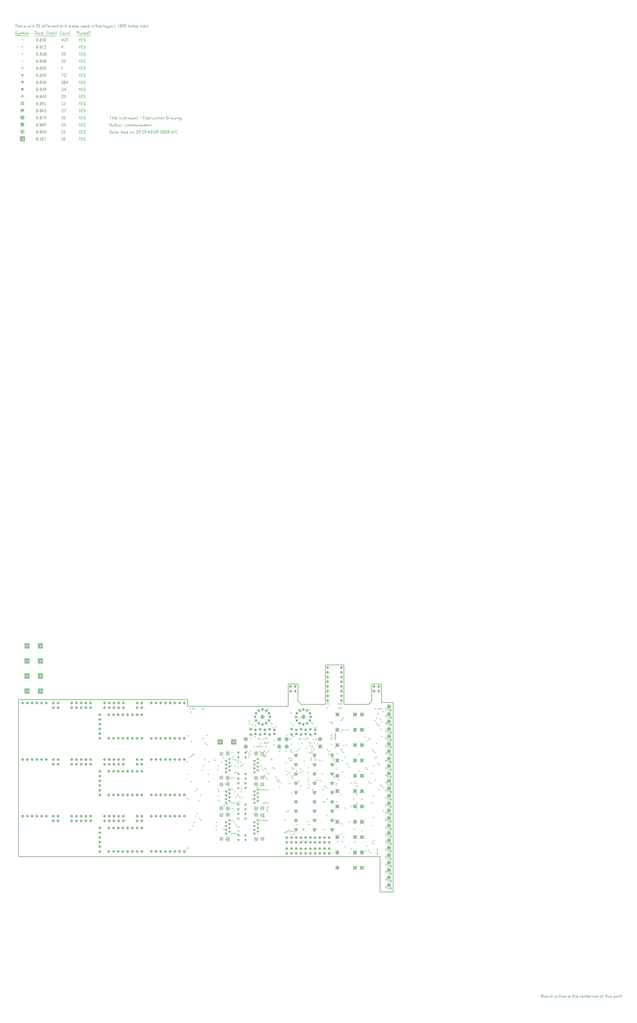
<source format=gbr>
G04 start of page 17 for group -3984 idx -3984 *
G04 Title: (unknown), fab *
G04 Creator: pcb 4.2.0 *
G04 CreationDate: Wed Jul 29 19:43:29 2020 UTC *
G04 For: commonadmin *
G04 Format: Gerber/RS-274X *
G04 PCB-Dimensions (mil): 24000.00 18000.00 *
G04 PCB-Coordinate-Origin: lower left *
%MOIN*%
%FSLAX25Y25*%
%LNFAB*%
%ADD284C,0.0100*%
%ADD283C,0.0075*%
%ADD282C,0.0060*%
%ADD281R,0.0080X0.0080*%
G54D281*X432652Y533883D02*X435852D01*
X432652D02*Y530683D01*
X435852D01*
Y533883D02*Y530683D01*
X431052Y535483D02*X437452D01*
X431052D02*Y529083D01*
X437452D01*
Y535483D02*Y529083D01*
X429452Y537083D02*X439052D01*
X429452D02*Y527483D01*
X439052D01*
Y537083D02*Y527483D01*
X460998Y533883D02*X464198D01*
X460998D02*Y530683D01*
X464198D01*
Y533883D02*Y530683D01*
X459398Y535483D02*X465798D01*
X459398D02*Y529083D01*
X465798D01*
Y535483D02*Y529083D01*
X457798Y537083D02*X467398D01*
X457798D02*Y527483D01*
X467398D01*
Y537083D02*Y527483D01*
X23054Y737600D02*X26254D01*
X23054D02*Y734400D01*
X26254D01*
Y737600D02*Y734400D01*
X21454Y739200D02*X27854D01*
X21454D02*Y732800D01*
X27854D01*
Y739200D02*Y732800D01*
X19854Y740800D02*X29454D01*
X19854D02*Y731200D01*
X29454D01*
Y740800D02*Y731200D01*
X51400Y737600D02*X54600D01*
X51400D02*Y734400D01*
X54600D01*
Y737600D02*Y734400D01*
X49800Y739200D02*X56200D01*
X49800D02*Y732800D01*
X56200D01*
Y739200D02*Y732800D01*
X48200Y740800D02*X57800D01*
X48200D02*Y731200D01*
X57800D01*
Y740800D02*Y731200D01*
X23054Y705600D02*X26254D01*
X23054D02*Y702400D01*
X26254D01*
Y705600D02*Y702400D01*
X21454Y707200D02*X27854D01*
X21454D02*Y700800D01*
X27854D01*
Y707200D02*Y700800D01*
X19854Y708800D02*X29454D01*
X19854D02*Y699200D01*
X29454D01*
Y708800D02*Y699200D01*
X51400Y705600D02*X54600D01*
X51400D02*Y702400D01*
X54600D01*
Y705600D02*Y702400D01*
X49800Y707200D02*X56200D01*
X49800D02*Y700800D01*
X56200D01*
Y707200D02*Y700800D01*
X48200Y708800D02*X57800D01*
X48200D02*Y699200D01*
X57800D01*
Y708800D02*Y699200D01*
X23054Y673600D02*X26254D01*
X23054D02*Y670400D01*
X26254D01*
Y673600D02*Y670400D01*
X21454Y675200D02*X27854D01*
X21454D02*Y668800D01*
X27854D01*
Y675200D02*Y668800D01*
X19854Y676800D02*X29454D01*
X19854D02*Y667200D01*
X29454D01*
Y676800D02*Y667200D01*
X51400Y673600D02*X54600D01*
X51400D02*Y670400D01*
X54600D01*
Y673600D02*Y670400D01*
X49800Y675200D02*X56200D01*
X49800D02*Y668800D01*
X56200D01*
Y675200D02*Y668800D01*
X48200Y676800D02*X57800D01*
X48200D02*Y667200D01*
X57800D01*
Y676800D02*Y667200D01*
X23054Y641600D02*X26254D01*
X23054D02*Y638400D01*
X26254D01*
Y641600D02*Y638400D01*
X21454Y643200D02*X27854D01*
X21454D02*Y636800D01*
X27854D01*
Y643200D02*Y636800D01*
X19854Y644800D02*X29454D01*
X19854D02*Y635200D01*
X29454D01*
Y644800D02*Y635200D01*
X51400Y641600D02*X54600D01*
X51400D02*Y638400D01*
X54600D01*
Y641600D02*Y638400D01*
X49800Y643200D02*X56200D01*
X49800D02*Y636800D01*
X56200D01*
Y643200D02*Y636800D01*
X48200Y644800D02*X57800D01*
X48200D02*Y635200D01*
X57800D01*
Y644800D02*Y635200D01*
X13400Y1812850D02*X16600D01*
X13400D02*Y1809650D01*
X16600D01*
Y1812850D02*Y1809650D01*
X11800Y1814450D02*X18200D01*
X11800D02*Y1808050D01*
X18200D01*
Y1814450D02*Y1808050D01*
X10200Y1816050D02*X19800D01*
X10200D02*Y1806450D01*
X19800D01*
Y1816050D02*Y1806450D01*
G54D282*X135000Y1813500D02*X136500Y1810500D01*
X138000Y1813500D01*
X136500Y1810500D02*Y1807500D01*
X139800Y1810800D02*X142050D01*
X139800Y1807500D02*X142800D01*
X139800Y1813500D02*Y1807500D01*
Y1813500D02*X142800D01*
X147600D02*X148350Y1812750D01*
X145350Y1813500D02*X147600D01*
X144600Y1812750D02*X145350Y1813500D01*
X144600Y1812750D02*Y1811250D01*
X145350Y1810500D01*
X147600D01*
X148350Y1809750D01*
Y1808250D01*
X147600Y1807500D02*X148350Y1808250D01*
X145350Y1807500D02*X147600D01*
X144600Y1808250D02*X145350Y1807500D01*
X98000Y1812300D02*X99200Y1813500D01*
Y1807500D01*
X98000D02*X100250D01*
X102050Y1808250D02*X102800Y1807500D01*
X102050Y1812750D02*Y1808250D01*
Y1812750D02*X102800Y1813500D01*
X104300D01*
X105050Y1812750D01*
Y1808250D01*
X104300Y1807500D02*X105050Y1808250D01*
X102800Y1807500D02*X104300D01*
X102050Y1809000D02*X105050Y1812000D01*
X45000Y1808250D02*X45750Y1807500D01*
X45000Y1812750D02*Y1808250D01*
Y1812750D02*X45750Y1813500D01*
X47250D01*
X48000Y1812750D01*
Y1808250D01*
X47250Y1807500D02*X48000Y1808250D01*
X45750Y1807500D02*X47250D01*
X45000Y1809000D02*X48000Y1812000D01*
X49800Y1807500D02*X50550D01*
X52350Y1812300D02*X53550Y1813500D01*
Y1807500D01*
X52350D02*X54600D01*
X56400Y1808250D02*X57150Y1807500D01*
X56400Y1809450D02*Y1808250D01*
Y1809450D02*X57450Y1810500D01*
X58350D01*
X59400Y1809450D01*
Y1808250D01*
X58650Y1807500D02*X59400Y1808250D01*
X57150Y1807500D02*X58650D01*
X56400Y1811550D02*X57450Y1810500D01*
X56400Y1812750D02*Y1811550D01*
Y1812750D02*X57150Y1813500D01*
X58650D01*
X59400Y1812750D01*
Y1811550D01*
X58350Y1810500D02*X59400Y1811550D01*
X61950Y1807500D02*X64950Y1813500D01*
X61200D02*X64950D01*
X509200Y377969D02*G75*G03X510800Y377969I800J0D01*G01*
G75*G03X509200Y377969I-800J0D01*G01*
X507600D02*G75*G03X512400Y377969I2400J0D01*G01*
G75*G03X507600Y377969I-2400J0D01*G01*
X506000D02*G75*G03X514000Y377969I4000J0D01*G01*
G75*G03X506000Y377969I-4000J0D01*G01*
X509200Y326000D02*G75*G03X510800Y326000I800J0D01*G01*
G75*G03X509200Y326000I-800J0D01*G01*
X507600D02*G75*G03X512400Y326000I2400J0D01*G01*
G75*G03X507600Y326000I-2400J0D01*G01*
X506000D02*G75*G03X514000Y326000I4000J0D01*G01*
G75*G03X506000Y326000I-4000J0D01*G01*
X509200Y507969D02*G75*G03X510800Y507969I800J0D01*G01*
G75*G03X509200Y507969I-800J0D01*G01*
X507600D02*G75*G03X512400Y507969I2400J0D01*G01*
G75*G03X507600Y507969I-2400J0D01*G01*
X506000D02*G75*G03X514000Y507969I4000J0D01*G01*
G75*G03X506000Y507969I-4000J0D01*G01*
X509200Y456000D02*G75*G03X510800Y456000I800J0D01*G01*
G75*G03X509200Y456000I-800J0D01*G01*
X507600D02*G75*G03X512400Y456000I2400J0D01*G01*
G75*G03X507600Y456000I-2400J0D01*G01*
X506000D02*G75*G03X514000Y456000I4000J0D01*G01*
G75*G03X506000Y456000I-4000J0D01*G01*
X509200Y442969D02*G75*G03X510800Y442969I800J0D01*G01*
G75*G03X509200Y442969I-800J0D01*G01*
X507600D02*G75*G03X512400Y442969I2400J0D01*G01*
G75*G03X507600Y442969I-2400J0D01*G01*
X506000D02*G75*G03X514000Y442969I4000J0D01*G01*
G75*G03X506000Y442969I-4000J0D01*G01*
X509200Y391000D02*G75*G03X510800Y391000I800J0D01*G01*
G75*G03X509200Y391000I-800J0D01*G01*
X507600D02*G75*G03X512400Y391000I2400J0D01*G01*
G75*G03X507600Y391000I-2400J0D01*G01*
X506000D02*G75*G03X514000Y391000I4000J0D01*G01*
G75*G03X506000Y391000I-4000J0D01*G01*
X449200Y326000D02*G75*G03X450800Y326000I800J0D01*G01*
G75*G03X449200Y326000I-800J0D01*G01*
X447600D02*G75*G03X452400Y326000I2400J0D01*G01*
G75*G03X447600Y326000I-2400J0D01*G01*
X446000D02*G75*G03X454000Y326000I4000J0D01*G01*
G75*G03X446000Y326000I-4000J0D01*G01*
X449200Y377969D02*G75*G03X450800Y377969I800J0D01*G01*
G75*G03X449200Y377969I-800J0D01*G01*
X447600D02*G75*G03X452400Y377969I2400J0D01*G01*
G75*G03X447600Y377969I-2400J0D01*G01*
X446000D02*G75*G03X454000Y377969I4000J0D01*G01*
G75*G03X446000Y377969I-4000J0D01*G01*
X449200Y456000D02*G75*G03X450800Y456000I800J0D01*G01*
G75*G03X449200Y456000I-800J0D01*G01*
X447600D02*G75*G03X452400Y456000I2400J0D01*G01*
G75*G03X447600Y456000I-2400J0D01*G01*
X446000D02*G75*G03X454000Y456000I4000J0D01*G01*
G75*G03X446000Y456000I-4000J0D01*G01*
X449200Y507969D02*G75*G03X450800Y507969I800J0D01*G01*
G75*G03X449200Y507969I-800J0D01*G01*
X447600D02*G75*G03X452400Y507969I2400J0D01*G01*
G75*G03X447600Y507969I-2400J0D01*G01*
X446000D02*G75*G03X454000Y507969I4000J0D01*G01*
G75*G03X446000Y507969I-4000J0D01*G01*
X449200Y391000D02*G75*G03X450800Y391000I800J0D01*G01*
G75*G03X449200Y391000I-800J0D01*G01*
X447600D02*G75*G03X452400Y391000I2400J0D01*G01*
G75*G03X447600Y391000I-2400J0D01*G01*
X446000D02*G75*G03X454000Y391000I4000J0D01*G01*
G75*G03X446000Y391000I-4000J0D01*G01*
X449200Y442969D02*G75*G03X450800Y442969I800J0D01*G01*
G75*G03X449200Y442969I-800J0D01*G01*
X447600D02*G75*G03X452400Y442969I2400J0D01*G01*
G75*G03X447600Y442969I-2400J0D01*G01*
X446000D02*G75*G03X454000Y442969I4000J0D01*G01*
G75*G03X446000Y442969I-4000J0D01*G01*
X14200Y1826250D02*G75*G03X15800Y1826250I800J0D01*G01*
G75*G03X14200Y1826250I-800J0D01*G01*
X12600D02*G75*G03X17400Y1826250I2400J0D01*G01*
G75*G03X12600Y1826250I-2400J0D01*G01*
X11000D02*G75*G03X19000Y1826250I4000J0D01*G01*
G75*G03X11000Y1826250I-4000J0D01*G01*
X135000Y1828500D02*X136500Y1825500D01*
X138000Y1828500D01*
X136500Y1825500D02*Y1822500D01*
X139800Y1825800D02*X142050D01*
X139800Y1822500D02*X142800D01*
X139800Y1828500D02*Y1822500D01*
Y1828500D02*X142800D01*
X147600D02*X148350Y1827750D01*
X145350Y1828500D02*X147600D01*
X144600Y1827750D02*X145350Y1828500D01*
X144600Y1827750D02*Y1826250D01*
X145350Y1825500D01*
X147600D01*
X148350Y1824750D01*
Y1823250D01*
X147600Y1822500D02*X148350Y1823250D01*
X145350Y1822500D02*X147600D01*
X144600Y1823250D02*X145350Y1822500D01*
X98000Y1827300D02*X99200Y1828500D01*
Y1822500D01*
X98000D02*X100250D01*
X102050Y1827750D02*X102800Y1828500D01*
X105050D01*
X105800Y1827750D01*
Y1826250D01*
X102050Y1822500D02*X105800Y1826250D01*
X102050Y1822500D02*X105800D01*
X45000Y1823250D02*X45750Y1822500D01*
X45000Y1827750D02*Y1823250D01*
Y1827750D02*X45750Y1828500D01*
X47250D01*
X48000Y1827750D01*
Y1823250D01*
X47250Y1822500D02*X48000Y1823250D01*
X45750Y1822500D02*X47250D01*
X45000Y1824000D02*X48000Y1827000D01*
X49800Y1822500D02*X50550D01*
X52350Y1823250D02*X53100Y1822500D01*
X52350Y1827750D02*Y1823250D01*
Y1827750D02*X53100Y1828500D01*
X54600D01*
X55350Y1827750D01*
Y1823250D01*
X54600Y1822500D02*X55350Y1823250D01*
X53100Y1822500D02*X54600D01*
X52350Y1824000D02*X55350Y1827000D01*
X57900Y1822500D02*X60150Y1825500D01*
Y1827750D02*Y1825500D01*
X59400Y1828500D02*X60150Y1827750D01*
X57900Y1828500D02*X59400D01*
X57150Y1827750D02*X57900Y1828500D01*
X57150Y1827750D02*Y1826250D01*
X57900Y1825500D01*
X60150D01*
X61950Y1824750D02*X64950Y1828500D01*
X61950Y1824750D02*X65700D01*
X64950Y1828500D02*Y1822500D01*
X730652Y334053D02*X737852Y326853D01*
X730652D02*X737852Y334053D01*
X732652Y332053D02*X735852D01*
X732652D02*Y328853D01*
X735852D01*
Y332053D02*Y328853D01*
X731052Y333653D02*X737452D01*
X731052D02*Y327253D01*
X737452D01*
Y333653D02*Y327253D01*
X730652Y366553D02*X737852Y359353D01*
X730652D02*X737852Y366553D01*
X732652Y364553D02*X735852D01*
X732652D02*Y361353D01*
X735852D01*
Y364553D02*Y361353D01*
X731052Y366153D02*X737452D01*
X731052D02*Y359753D01*
X737452D01*
Y366153D02*Y359753D01*
X730652Y399053D02*X737852Y391853D01*
X730652D02*X737852Y399053D01*
X732652Y397053D02*X735852D01*
X732652D02*Y393853D01*
X735852D01*
Y397053D02*Y393853D01*
X731052Y398653D02*X737452D01*
X731052D02*Y392253D01*
X737452D01*
Y398653D02*Y392253D01*
X730652Y431553D02*X737852Y424353D01*
X730652D02*X737852Y431553D01*
X732652Y429553D02*X735852D01*
X732652D02*Y426353D01*
X735852D01*
Y429553D02*Y426353D01*
X731052Y431153D02*X737452D01*
X731052D02*Y424753D01*
X737452D01*
Y431153D02*Y424753D01*
X730652Y464053D02*X737852Y456853D01*
X730652D02*X737852Y464053D01*
X732652Y462053D02*X735852D01*
X732652D02*Y458853D01*
X735852D01*
Y462053D02*Y458853D01*
X731052Y463653D02*X737452D01*
X731052D02*Y457253D01*
X737452D01*
Y463653D02*Y457253D01*
X730652Y496553D02*X737852Y489353D01*
X730652D02*X737852Y496553D01*
X732652Y494553D02*X735852D01*
X732652D02*Y491353D01*
X735852D01*
Y494553D02*Y491353D01*
X731052Y496153D02*X737452D01*
X731052D02*Y489753D01*
X737452D01*
Y496153D02*Y489753D01*
X730652Y529053D02*X737852Y521853D01*
X730652D02*X737852Y529053D01*
X732652Y527053D02*X735852D01*
X732652D02*Y523853D01*
X735852D01*
Y527053D02*Y523853D01*
X731052Y528653D02*X737452D01*
X731052D02*Y522253D01*
X737452D01*
Y528653D02*Y522253D01*
X730652Y561553D02*X737852Y554353D01*
X730652D02*X737852Y561553D01*
X732652Y559553D02*X735852D01*
X732652D02*Y556353D01*
X735852D01*
Y559553D02*Y556353D01*
X731052Y561153D02*X737452D01*
X731052D02*Y554753D01*
X737452D01*
Y561153D02*Y554753D01*
X730652Y594053D02*X737852Y586853D01*
X730652D02*X737852Y594053D01*
X732652Y592053D02*X735852D01*
X732652D02*Y588853D01*
X735852D01*
Y592053D02*Y588853D01*
X731052Y593653D02*X737452D01*
X731052D02*Y587253D01*
X737452D01*
Y593653D02*Y587253D01*
X730652Y301553D02*X737852Y294353D01*
X730652D02*X737852Y301553D01*
X732652Y299553D02*X735852D01*
X732652D02*Y296353D01*
X735852D01*
Y299553D02*Y296353D01*
X731052Y301153D02*X737452D01*
X731052D02*Y294753D01*
X737452D01*
Y301153D02*Y294753D01*
X730652Y269053D02*X737852Y261853D01*
X730652D02*X737852Y269053D01*
X732652Y267053D02*X735852D01*
X732652D02*Y263853D01*
X735852D01*
Y267053D02*Y263853D01*
X731052Y268653D02*X737452D01*
X731052D02*Y262253D01*
X737452D01*
Y268653D02*Y262253D01*
X678487Y334131D02*X685687Y326931D01*
X678487D02*X685687Y334131D01*
X680487Y332131D02*X683687D01*
X680487D02*Y328931D01*
X683687D01*
Y332131D02*Y328931D01*
X678887Y333731D02*X685287D01*
X678887D02*Y327331D01*
X685287D01*
Y333731D02*Y327331D01*
X678487Y366631D02*X685687Y359431D01*
X678487D02*X685687Y366631D01*
X680487Y364631D02*X683687D01*
X680487D02*Y361431D01*
X683687D01*
Y364631D02*Y361431D01*
X678887Y366231D02*X685287D01*
X678887D02*Y359831D01*
X685287D01*
Y366231D02*Y359831D01*
X678487Y399131D02*X685687Y391931D01*
X678487D02*X685687Y399131D01*
X680487Y397131D02*X683687D01*
X680487D02*Y393931D01*
X683687D01*
Y397131D02*Y393931D01*
X678887Y398731D02*X685287D01*
X678887D02*Y392331D01*
X685287D01*
Y398731D02*Y392331D01*
X678487Y431631D02*X685687Y424431D01*
X678487D02*X685687Y431631D01*
X680487Y429631D02*X683687D01*
X680487D02*Y426431D01*
X683687D01*
Y429631D02*Y426431D01*
X678887Y431231D02*X685287D01*
X678887D02*Y424831D01*
X685287D01*
Y431231D02*Y424831D01*
X678487Y464131D02*X685687Y456931D01*
X678487D02*X685687Y464131D01*
X680487Y462131D02*X683687D01*
X680487D02*Y458931D01*
X683687D01*
Y462131D02*Y458931D01*
X678887Y463731D02*X685287D01*
X678887D02*Y457331D01*
X685287D01*
Y463731D02*Y457331D01*
X678487Y496631D02*X685687Y489431D01*
X678487D02*X685687Y496631D01*
X680487Y494631D02*X683687D01*
X680487D02*Y491431D01*
X683687D01*
Y494631D02*Y491431D01*
X678887Y496231D02*X685287D01*
X678887D02*Y489831D01*
X685287D01*
Y496231D02*Y489831D01*
X678487Y529131D02*X685687Y521931D01*
X678487D02*X685687Y529131D01*
X680487Y527131D02*X683687D01*
X680487D02*Y523931D01*
X683687D01*
Y527131D02*Y523931D01*
X678887Y528731D02*X685287D01*
X678887D02*Y522331D01*
X685287D01*
Y528731D02*Y522331D01*
X678487Y561631D02*X685687Y554431D01*
X678487D02*X685687Y561631D01*
X680487Y559631D02*X683687D01*
X680487D02*Y556431D01*
X683687D01*
Y559631D02*Y556431D01*
X678887Y561231D02*X685287D01*
X678887D02*Y554831D01*
X685287D01*
Y561231D02*Y554831D01*
X678487Y594131D02*X685687Y586931D01*
X678487D02*X685687Y594131D01*
X680487Y592131D02*X683687D01*
X680487D02*Y588931D01*
X683687D01*
Y592131D02*Y588931D01*
X678887Y593731D02*X685287D01*
X678887D02*Y587331D01*
X685287D01*
Y593731D02*Y587331D01*
X678487Y301631D02*X685687Y294431D01*
X678487D02*X685687Y301631D01*
X680487Y299631D02*X683687D01*
X680487D02*Y296431D01*
X683687D01*
Y299631D02*Y296431D01*
X678887Y301231D02*X685287D01*
X678887D02*Y294831D01*
X685287D01*
Y301231D02*Y294831D01*
X678487Y269131D02*X685687Y261931D01*
X678487D02*X685687Y269131D01*
X680487Y267131D02*X683687D01*
X680487D02*Y263931D01*
X683687D01*
Y267131D02*Y263931D01*
X678887Y268731D02*X685287D01*
X678887D02*Y262331D01*
X685287D01*
Y268731D02*Y262331D01*
X715888Y334053D02*X723088Y326853D01*
X715888D02*X723088Y334053D01*
X717888Y332053D02*X721088D01*
X717888D02*Y328853D01*
X721088D01*
Y332053D02*Y328853D01*
X716288Y333653D02*X722688D01*
X716288D02*Y327253D01*
X722688D01*
Y333653D02*Y327253D01*
X715888Y366553D02*X723088Y359353D01*
X715888D02*X723088Y366553D01*
X717888Y364553D02*X721088D01*
X717888D02*Y361353D01*
X721088D01*
Y364553D02*Y361353D01*
X716288Y366153D02*X722688D01*
X716288D02*Y359753D01*
X722688D01*
Y366153D02*Y359753D01*
X715888Y399053D02*X723088Y391853D01*
X715888D02*X723088Y399053D01*
X717888Y397053D02*X721088D01*
X717888D02*Y393853D01*
X721088D01*
Y397053D02*Y393853D01*
X716288Y398653D02*X722688D01*
X716288D02*Y392253D01*
X722688D01*
Y398653D02*Y392253D01*
X715888Y431553D02*X723088Y424353D01*
X715888D02*X723088Y431553D01*
X717888Y429553D02*X721088D01*
X717888D02*Y426353D01*
X721088D01*
Y429553D02*Y426353D01*
X716288Y431153D02*X722688D01*
X716288D02*Y424753D01*
X722688D01*
Y431153D02*Y424753D01*
X715888Y464053D02*X723088Y456853D01*
X715888D02*X723088Y464053D01*
X717888Y462053D02*X721088D01*
X717888D02*Y458853D01*
X721088D01*
Y462053D02*Y458853D01*
X716288Y463653D02*X722688D01*
X716288D02*Y457253D01*
X722688D01*
Y463653D02*Y457253D01*
X715888Y496553D02*X723088Y489353D01*
X715888D02*X723088Y496553D01*
X717888Y494553D02*X721088D01*
X717888D02*Y491353D01*
X721088D01*
Y494553D02*Y491353D01*
X716288Y496153D02*X722688D01*
X716288D02*Y489753D01*
X722688D01*
Y496153D02*Y489753D01*
X715888Y529053D02*X723088Y521853D01*
X715888D02*X723088Y529053D01*
X717888Y527053D02*X721088D01*
X717888D02*Y523853D01*
X721088D01*
Y527053D02*Y523853D01*
X716288Y528653D02*X722688D01*
X716288D02*Y522253D01*
X722688D01*
Y528653D02*Y522253D01*
X715888Y561553D02*X723088Y554353D01*
X715888D02*X723088Y561553D01*
X717888Y559553D02*X721088D01*
X717888D02*Y556353D01*
X721088D01*
Y559553D02*Y556353D01*
X716288Y561153D02*X722688D01*
X716288D02*Y554753D01*
X722688D01*
Y561153D02*Y554753D01*
X715888Y594053D02*X723088Y586853D01*
X715888D02*X723088Y594053D01*
X717888Y592053D02*X721088D01*
X717888D02*Y588853D01*
X721088D01*
Y592053D02*Y588853D01*
X716288Y593653D02*X722688D01*
X716288D02*Y587253D01*
X722688D01*
Y593653D02*Y587253D01*
X715888Y301553D02*X723088Y294353D01*
X715888D02*X723088Y301553D01*
X717888Y299553D02*X721088D01*
X717888D02*Y296353D01*
X721088D01*
Y299553D02*Y296353D01*
X716288Y301153D02*X722688D01*
X716288D02*Y294753D01*
X722688D01*
Y301153D02*Y294753D01*
X715888Y269053D02*X723088Y261853D01*
X715888D02*X723088Y269053D01*
X717888Y267053D02*X721088D01*
X717888D02*Y263853D01*
X721088D01*
Y267053D02*Y263853D01*
X716288Y268653D02*X722688D01*
X716288D02*Y262253D01*
X722688D01*
Y268653D02*Y262253D01*
X11400Y1844850D02*X18600Y1837650D01*
X11400D02*X18600Y1844850D01*
X13400Y1842850D02*X16600D01*
X13400D02*Y1839650D01*
X16600D01*
Y1842850D02*Y1839650D01*
X11800Y1844450D02*X18200D01*
X11800D02*Y1838050D01*
X18200D01*
Y1844450D02*Y1838050D01*
X135000Y1843500D02*X136500Y1840500D01*
X138000Y1843500D01*
X136500Y1840500D02*Y1837500D01*
X139800Y1840800D02*X142050D01*
X139800Y1837500D02*X142800D01*
X139800Y1843500D02*Y1837500D01*
Y1843500D02*X142800D01*
X147600D02*X148350Y1842750D01*
X145350Y1843500D02*X147600D01*
X144600Y1842750D02*X145350Y1843500D01*
X144600Y1842750D02*Y1841250D01*
X145350Y1840500D01*
X147600D01*
X148350Y1839750D01*
Y1838250D01*
X147600Y1837500D02*X148350Y1838250D01*
X145350Y1837500D02*X147600D01*
X144600Y1838250D02*X145350Y1837500D01*
X98000Y1842750D02*X98750Y1843500D01*
X100250D01*
X101000Y1842750D01*
X100250Y1837500D02*X101000Y1838250D01*
X98750Y1837500D02*X100250D01*
X98000Y1838250D02*X98750Y1837500D01*
Y1840800D02*X100250D01*
X101000Y1842750D02*Y1841550D01*
Y1840050D02*Y1838250D01*
Y1840050D02*X100250Y1840800D01*
X101000Y1841550D02*X100250Y1840800D01*
X102800Y1842750D02*X103550Y1843500D01*
X105050D01*
X105800Y1842750D01*
X105050Y1837500D02*X105800Y1838250D01*
X103550Y1837500D02*X105050D01*
X102800Y1838250D02*X103550Y1837500D01*
Y1840800D02*X105050D01*
X105800Y1842750D02*Y1841550D01*
Y1840050D02*Y1838250D01*
Y1840050D02*X105050Y1840800D01*
X105800Y1841550D02*X105050Y1840800D01*
X45000Y1838250D02*X45750Y1837500D01*
X45000Y1842750D02*Y1838250D01*
Y1842750D02*X45750Y1843500D01*
X47250D01*
X48000Y1842750D01*
Y1838250D01*
X47250Y1837500D02*X48000Y1838250D01*
X45750Y1837500D02*X47250D01*
X45000Y1839000D02*X48000Y1842000D01*
X49800Y1837500D02*X50550D01*
X52350Y1838250D02*X53100Y1837500D01*
X52350Y1842750D02*Y1838250D01*
Y1842750D02*X53100Y1843500D01*
X54600D01*
X55350Y1842750D01*
Y1838250D01*
X54600Y1837500D02*X55350Y1838250D01*
X53100Y1837500D02*X54600D01*
X52350Y1839000D02*X55350Y1842000D01*
X57150Y1838250D02*X57900Y1837500D01*
X57150Y1839450D02*Y1838250D01*
Y1839450D02*X58200Y1840500D01*
X59100D01*
X60150Y1839450D01*
Y1838250D01*
X59400Y1837500D02*X60150Y1838250D01*
X57900Y1837500D02*X59400D01*
X57150Y1841550D02*X58200Y1840500D01*
X57150Y1842750D02*Y1841550D01*
Y1842750D02*X57900Y1843500D01*
X59400D01*
X60150Y1842750D01*
Y1841550D01*
X59100Y1840500D02*X60150Y1841550D01*
X62700Y1837500D02*X64950Y1840500D01*
Y1842750D02*Y1840500D01*
X64200Y1843500D02*X64950Y1842750D01*
X62700Y1843500D02*X64200D01*
X61950Y1842750D02*X62700Y1843500D01*
X61950Y1842750D02*Y1841250D01*
X62700Y1840500D01*
X64950D01*
X791339Y611887D02*Y602287D01*
X786539Y607087D02*X796139D01*
X789739Y608687D02*X792939D01*
X789739D02*Y605487D01*
X792939D01*
Y608687D02*Y605487D01*
X788139Y610287D02*X794539D01*
X788139D02*Y603887D01*
X794539D01*
Y610287D02*Y603887D01*
X791339Y596139D02*Y586539D01*
X786539Y591339D02*X796139D01*
X789739Y592939D02*X792939D01*
X789739D02*Y589739D01*
X792939D01*
Y592939D02*Y589739D01*
X788139Y594539D02*X794539D01*
X788139D02*Y588139D01*
X794539D01*
Y594539D02*Y588139D01*
X791339Y580391D02*Y570791D01*
X786539Y575591D02*X796139D01*
X789739Y577191D02*X792939D01*
X789739D02*Y573991D01*
X792939D01*
Y577191D02*Y573991D01*
X788139Y578791D02*X794539D01*
X788139D02*Y572391D01*
X794539D01*
Y578791D02*Y572391D01*
X791339Y564643D02*Y555043D01*
X786539Y559843D02*X796139D01*
X789739Y561443D02*X792939D01*
X789739D02*Y558243D01*
X792939D01*
Y561443D02*Y558243D01*
X788139Y563043D02*X794539D01*
X788139D02*Y556643D01*
X794539D01*
Y563043D02*Y556643D01*
X791339Y233934D02*Y224334D01*
X786539Y229134D02*X796139D01*
X789739Y230734D02*X792939D01*
X789739D02*Y227534D01*
X792939D01*
Y230734D02*Y227534D01*
X788139Y232334D02*X794539D01*
X788139D02*Y225934D01*
X794539D01*
Y232334D02*Y225934D01*
X791339Y375666D02*Y366066D01*
X786539Y370866D02*X796139D01*
X789739Y372466D02*X792939D01*
X789739D02*Y369266D01*
X792939D01*
Y372466D02*Y369266D01*
X788139Y374066D02*X794539D01*
X788139D02*Y367666D01*
X794539D01*
Y374066D02*Y367666D01*
X791339Y359918D02*Y350318D01*
X786539Y355118D02*X796139D01*
X789739Y356718D02*X792939D01*
X789739D02*Y353518D01*
X792939D01*
Y356718D02*Y353518D01*
X788139Y358318D02*X794539D01*
X788139D02*Y351918D01*
X794539D01*
Y358318D02*Y351918D01*
X791339Y344170D02*Y334570D01*
X786539Y339370D02*X796139D01*
X789739Y340970D02*X792939D01*
X789739D02*Y337770D01*
X792939D01*
Y340970D02*Y337770D01*
X788139Y342570D02*X794539D01*
X788139D02*Y336170D01*
X794539D01*
Y342570D02*Y336170D01*
X791339Y485902D02*Y476302D01*
X786539Y481102D02*X796139D01*
X789739Y482702D02*X792939D01*
X789739D02*Y479502D01*
X792939D01*
Y482702D02*Y479502D01*
X788139Y484302D02*X794539D01*
X788139D02*Y477902D01*
X794539D01*
Y484302D02*Y477902D01*
X791339Y470154D02*Y460554D01*
X786539Y465354D02*X796139D01*
X789739Y466954D02*X792939D01*
X789739D02*Y463754D01*
X792939D01*
Y466954D02*Y463754D01*
X788139Y468554D02*X794539D01*
X788139D02*Y462154D01*
X794539D01*
Y468554D02*Y462154D01*
X791339Y454406D02*Y444806D01*
X786539Y449606D02*X796139D01*
X789739Y451206D02*X792939D01*
X789739D02*Y448006D01*
X792939D01*
Y451206D02*Y448006D01*
X788139Y452806D02*X794539D01*
X788139D02*Y446406D01*
X794539D01*
Y452806D02*Y446406D01*
X791339Y438658D02*Y429058D01*
X786539Y433858D02*X796139D01*
X789739Y435458D02*X792939D01*
X789739D02*Y432258D01*
X792939D01*
Y435458D02*Y432258D01*
X788139Y437058D02*X794539D01*
X788139D02*Y430658D01*
X794539D01*
Y437058D02*Y430658D01*
X791339Y422910D02*Y413310D01*
X786539Y418110D02*X796139D01*
X789739Y419710D02*X792939D01*
X789739D02*Y416510D01*
X792939D01*
Y419710D02*Y416510D01*
X788139Y421310D02*X794539D01*
X788139D02*Y414910D01*
X794539D01*
Y421310D02*Y414910D01*
X791339Y407162D02*Y397562D01*
X786539Y402362D02*X796139D01*
X789739Y403962D02*X792939D01*
X789739D02*Y400762D01*
X792939D01*
Y403962D02*Y400762D01*
X788139Y405562D02*X794539D01*
X788139D02*Y399162D01*
X794539D01*
Y405562D02*Y399162D01*
X791339Y328422D02*Y318822D01*
X786539Y323622D02*X796139D01*
X789739Y325222D02*X792939D01*
X789739D02*Y322022D01*
X792939D01*
Y325222D02*Y322022D01*
X788139Y326822D02*X794539D01*
X788139D02*Y320422D01*
X794539D01*
Y326822D02*Y320422D01*
X791339Y312674D02*Y303074D01*
X786539Y307874D02*X796139D01*
X789739Y309474D02*X792939D01*
X789739D02*Y306274D01*
X792939D01*
Y309474D02*Y306274D01*
X788139Y311074D02*X794539D01*
X788139D02*Y304674D01*
X794539D01*
Y311074D02*Y304674D01*
X791339Y296926D02*Y287326D01*
X786539Y292126D02*X796139D01*
X789739Y293726D02*X792939D01*
X789739D02*Y290526D01*
X792939D01*
Y293726D02*Y290526D01*
X788139Y295326D02*X794539D01*
X788139D02*Y288926D01*
X794539D01*
Y295326D02*Y288926D01*
X791339Y281178D02*Y271578D01*
X786539Y276378D02*X796139D01*
X789739Y277978D02*X792939D01*
X789739D02*Y274778D01*
X792939D01*
Y277978D02*Y274778D01*
X788139Y279578D02*X794539D01*
X788139D02*Y273178D01*
X794539D01*
Y279578D02*Y273178D01*
X791339Y265430D02*Y255830D01*
X786539Y260630D02*X796139D01*
X789739Y262230D02*X792939D01*
X789739D02*Y259030D01*
X792939D01*
Y262230D02*Y259030D01*
X788139Y263830D02*X794539D01*
X788139D02*Y257430D01*
X794539D01*
Y263830D02*Y257430D01*
X791339Y249682D02*Y240082D01*
X786539Y244882D02*X796139D01*
X789739Y246482D02*X792939D01*
X789739D02*Y243282D01*
X792939D01*
Y246482D02*Y243282D01*
X788139Y248082D02*X794539D01*
X788139D02*Y241682D01*
X794539D01*
Y248082D02*Y241682D01*
X791339Y391414D02*Y381814D01*
X786539Y386614D02*X796139D01*
X789739Y388214D02*X792939D01*
X789739D02*Y385014D01*
X792939D01*
Y388214D02*Y385014D01*
X788139Y389814D02*X794539D01*
X788139D02*Y383414D01*
X794539D01*
Y389814D02*Y383414D01*
X791339Y501650D02*Y492050D01*
X786539Y496850D02*X796139D01*
X789739Y498450D02*X792939D01*
X789739D02*Y495250D01*
X792939D01*
Y498450D02*Y495250D01*
X788139Y500050D02*X794539D01*
X788139D02*Y493650D01*
X794539D01*
Y500050D02*Y493650D01*
X791339Y517398D02*Y507798D01*
X786539Y512598D02*X796139D01*
X789739Y514198D02*X792939D01*
X789739D02*Y510998D01*
X792939D01*
Y514198D02*Y510998D01*
X788139Y515798D02*X794539D01*
X788139D02*Y509398D01*
X794539D01*
Y515798D02*Y509398D01*
X791339Y533146D02*Y523546D01*
X786539Y528346D02*X796139D01*
X789739Y529946D02*X792939D01*
X789739D02*Y526746D01*
X792939D01*
Y529946D02*Y526746D01*
X788139Y531546D02*X794539D01*
X788139D02*Y525146D01*
X794539D01*
Y531546D02*Y525146D01*
X791339Y548894D02*Y539294D01*
X786539Y544094D02*X796139D01*
X789739Y545694D02*X792939D01*
X789739D02*Y542494D01*
X792939D01*
Y545694D02*Y542494D01*
X788139Y547294D02*X794539D01*
X788139D02*Y540894D01*
X794539D01*
Y547294D02*Y540894D01*
X523622Y590233D02*Y580633D01*
X518822Y585433D02*X528422D01*
X522022Y587033D02*X525222D01*
X522022D02*Y583833D01*
X525222D01*
Y587033D02*Y583833D01*
X520422Y588633D02*X526822D01*
X520422D02*Y582233D01*
X526822D01*
Y588633D02*Y582233D01*
X488189Y527241D02*Y517641D01*
X483389Y522441D02*X492989D01*
X486589Y524041D02*X489789D01*
X486589D02*Y520841D01*
X489789D01*
Y524041D02*Y520841D01*
X484989Y525641D02*X491389D01*
X484989D02*Y519241D01*
X491389D01*
Y525641D02*Y519241D01*
X488189Y542989D02*Y533389D01*
X483389Y538189D02*X492989D01*
X486589Y539789D02*X489789D01*
X486589D02*Y536589D01*
X489789D01*
Y539789D02*Y536589D01*
X484989Y541389D02*X491389D01*
X484989D02*Y534989D01*
X491389D01*
Y541389D02*Y534989D01*
X559055Y542989D02*Y533389D01*
X554255Y538189D02*X563855D01*
X557455Y539789D02*X560655D01*
X557455D02*Y536589D01*
X560655D01*
Y539789D02*Y536589D01*
X555855Y541389D02*X562255D01*
X555855D02*Y534989D01*
X562255D01*
Y541389D02*Y534989D01*
X559055Y527241D02*Y517641D01*
X554255Y522441D02*X563855D01*
X557455Y524041D02*X560655D01*
X557455D02*Y520841D01*
X560655D01*
Y524041D02*Y520841D01*
X555855Y525641D02*X562255D01*
X555855D02*Y519241D01*
X562255D01*
Y525641D02*Y519241D01*
X574803Y527241D02*Y517641D01*
X570003Y522441D02*X579603D01*
X573203Y524041D02*X576403D01*
X573203D02*Y520841D01*
X576403D01*
Y524041D02*Y520841D01*
X571603Y525641D02*X578003D01*
X571603D02*Y519241D01*
X578003D01*
Y525641D02*Y519241D01*
X574803Y542989D02*Y533389D01*
X570003Y538189D02*X579603D01*
X573203Y539789D02*X576403D01*
X573203D02*Y536589D01*
X576403D01*
Y539789D02*Y536589D01*
X571603Y541389D02*X578003D01*
X571603D02*Y534989D01*
X578003D01*
Y541389D02*Y534989D01*
X645669Y542989D02*Y533389D01*
X640869Y538189D02*X650469D01*
X644069Y539789D02*X647269D01*
X644069D02*Y536589D01*
X647269D01*
Y539789D02*Y536589D01*
X642469Y541389D02*X648869D01*
X642469D02*Y534989D01*
X648869D01*
Y541389D02*Y534989D01*
X645669Y527241D02*Y517641D01*
X640869Y522441D02*X650469D01*
X644069Y524041D02*X647269D01*
X644069D02*Y520841D01*
X647269D01*
Y524041D02*Y520841D01*
X642469Y525641D02*X648869D01*
X642469D02*Y519241D01*
X648869D01*
Y525641D02*Y519241D01*
X610236Y590233D02*Y580633D01*
X605436Y585433D02*X615036D01*
X608636Y587033D02*X611836D01*
X608636D02*Y583833D01*
X611836D01*
Y587033D02*Y583833D01*
X607036Y588633D02*X613436D01*
X607036D02*Y582233D01*
X613436D01*
Y588633D02*Y582233D01*
X15000Y1861050D02*Y1851450D01*
X10200Y1856250D02*X19800D01*
X13400Y1857850D02*X16600D01*
X13400D02*Y1854650D01*
X16600D01*
Y1857850D02*Y1854650D01*
X11800Y1859450D02*X18200D01*
X11800D02*Y1853050D01*
X18200D01*
Y1859450D02*Y1853050D01*
X135000Y1858500D02*X136500Y1855500D01*
X138000Y1858500D01*
X136500Y1855500D02*Y1852500D01*
X139800Y1855800D02*X142050D01*
X139800Y1852500D02*X142800D01*
X139800Y1858500D02*Y1852500D01*
Y1858500D02*X142800D01*
X147600D02*X148350Y1857750D01*
X145350Y1858500D02*X147600D01*
X144600Y1857750D02*X145350Y1858500D01*
X144600Y1857750D02*Y1856250D01*
X145350Y1855500D01*
X147600D01*
X148350Y1854750D01*
Y1853250D01*
X147600Y1852500D02*X148350Y1853250D01*
X145350Y1852500D02*X147600D01*
X144600Y1853250D02*X145350Y1852500D01*
X98000Y1857750D02*X98750Y1858500D01*
X100250D01*
X101000Y1857750D01*
X100250Y1852500D02*X101000Y1853250D01*
X98750Y1852500D02*X100250D01*
X98000Y1853250D02*X98750Y1852500D01*
Y1855800D02*X100250D01*
X101000Y1857750D02*Y1856550D01*
Y1855050D02*Y1853250D01*
Y1855050D02*X100250Y1855800D01*
X101000Y1856550D02*X100250Y1855800D01*
X102800Y1858500D02*X105800D01*
X102800D02*Y1855500D01*
X103550Y1856250D01*
X105050D01*
X105800Y1855500D01*
Y1853250D01*
X105050Y1852500D02*X105800Y1853250D01*
X103550Y1852500D02*X105050D01*
X102800Y1853250D02*X103550Y1852500D01*
X45000Y1853250D02*X45750Y1852500D01*
X45000Y1857750D02*Y1853250D01*
Y1857750D02*X45750Y1858500D01*
X47250D01*
X48000Y1857750D01*
Y1853250D01*
X47250Y1852500D02*X48000Y1853250D01*
X45750Y1852500D02*X47250D01*
X45000Y1854000D02*X48000Y1857000D01*
X49800Y1852500D02*X50550D01*
X52350Y1853250D02*X53100Y1852500D01*
X52350Y1857750D02*Y1853250D01*
Y1857750D02*X53100Y1858500D01*
X54600D01*
X55350Y1857750D01*
Y1853250D01*
X54600Y1852500D02*X55350Y1853250D01*
X53100Y1852500D02*X54600D01*
X52350Y1854000D02*X55350Y1857000D01*
X57900Y1852500D02*X60900Y1858500D01*
X57150D02*X60900D01*
X63450Y1852500D02*X65700Y1855500D01*
Y1857750D02*Y1855500D01*
X64950Y1858500D02*X65700Y1857750D01*
X63450Y1858500D02*X64950D01*
X62700Y1857750D02*X63450Y1858500D01*
X62700Y1857750D02*Y1856250D01*
X63450Y1855500D01*
X65700D01*
X633858Y503740D02*Y498940D01*
Y503740D02*X638018Y506140D01*
X633858Y503740D02*X629698Y506140D01*
X632258Y503740D02*G75*G03X635458Y503740I1600J0D01*G01*
G75*G03X632258Y503740I-1600J0D01*G01*
X630658D02*G75*G03X637058Y503740I3200J0D01*G01*
G75*G03X630658Y503740I-3200J0D01*G01*
X633858Y484055D02*Y479255D01*
Y484055D02*X638018Y486455D01*
X633858Y484055D02*X629698Y486455D01*
X632258Y484055D02*G75*G03X635458Y484055I1600J0D01*G01*
G75*G03X632258Y484055I-1600J0D01*G01*
X630658D02*G75*G03X637058Y484055I3200J0D01*G01*
G75*G03X630658Y484055I-3200J0D01*G01*
X633858Y464370D02*Y459570D01*
Y464370D02*X638018Y466770D01*
X633858Y464370D02*X629698Y466770D01*
X632258Y464370D02*G75*G03X635458Y464370I1600J0D01*G01*
G75*G03X632258Y464370I-1600J0D01*G01*
X630658D02*G75*G03X637058Y464370I3200J0D01*G01*
G75*G03X630658Y464370I-3200J0D01*G01*
X633858Y444685D02*Y439885D01*
Y444685D02*X638018Y447085D01*
X633858Y444685D02*X629698Y447085D01*
X632258Y444685D02*G75*G03X635458Y444685I1600J0D01*G01*
G75*G03X632258Y444685I-1600J0D01*G01*
X630658D02*G75*G03X637058Y444685I3200J0D01*G01*
G75*G03X630658Y444685I-3200J0D01*G01*
X633858Y425000D02*Y420200D01*
Y425000D02*X638018Y427400D01*
X633858Y425000D02*X629698Y427400D01*
X632258Y425000D02*G75*G03X635458Y425000I1600J0D01*G01*
G75*G03X632258Y425000I-1600J0D01*G01*
X630658D02*G75*G03X637058Y425000I3200J0D01*G01*
G75*G03X630658Y425000I-3200J0D01*G01*
X633858Y405315D02*Y400515D01*
Y405315D02*X638018Y407715D01*
X633858Y405315D02*X629698Y407715D01*
X632258Y405315D02*G75*G03X635458Y405315I1600J0D01*G01*
G75*G03X632258Y405315I-1600J0D01*G01*
X630658D02*G75*G03X637058Y405315I3200J0D01*G01*
G75*G03X630658Y405315I-3200J0D01*G01*
X633858Y385630D02*Y380830D01*
Y385630D02*X638018Y388030D01*
X633858Y385630D02*X629698Y388030D01*
X632258Y385630D02*G75*G03X635458Y385630I1600J0D01*G01*
G75*G03X632258Y385630I-1600J0D01*G01*
X630658D02*G75*G03X637058Y385630I3200J0D01*G01*
G75*G03X630658Y385630I-3200J0D01*G01*
X633858Y365945D02*Y361145D01*
Y365945D02*X638018Y368345D01*
X633858Y365945D02*X629698Y368345D01*
X632258Y365945D02*G75*G03X635458Y365945I1600J0D01*G01*
G75*G03X632258Y365945I-1600J0D01*G01*
X630658D02*G75*G03X637058Y365945I3200J0D01*G01*
G75*G03X630658Y365945I-3200J0D01*G01*
X633858Y346260D02*Y341460D01*
Y346260D02*X638018Y348660D01*
X633858Y346260D02*X629698Y348660D01*
X632258Y346260D02*G75*G03X635458Y346260I1600J0D01*G01*
G75*G03X632258Y346260I-1600J0D01*G01*
X630658D02*G75*G03X637058Y346260I3200J0D01*G01*
G75*G03X630658Y346260I-3200J0D01*G01*
X594488Y503740D02*Y498940D01*
Y503740D02*X598648Y506140D01*
X594488Y503740D02*X590328Y506140D01*
X592888Y503740D02*G75*G03X596088Y503740I1600J0D01*G01*
G75*G03X592888Y503740I-1600J0D01*G01*
X591288D02*G75*G03X597688Y503740I3200J0D01*G01*
G75*G03X591288Y503740I-3200J0D01*G01*
X594488Y484055D02*Y479255D01*
Y484055D02*X598648Y486455D01*
X594488Y484055D02*X590328Y486455D01*
X592888Y484055D02*G75*G03X596088Y484055I1600J0D01*G01*
G75*G03X592888Y484055I-1600J0D01*G01*
X591288D02*G75*G03X597688Y484055I3200J0D01*G01*
G75*G03X591288Y484055I-3200J0D01*G01*
X594488Y464370D02*Y459570D01*
Y464370D02*X598648Y466770D01*
X594488Y464370D02*X590328Y466770D01*
X592888Y464370D02*G75*G03X596088Y464370I1600J0D01*G01*
G75*G03X592888Y464370I-1600J0D01*G01*
X591288D02*G75*G03X597688Y464370I3200J0D01*G01*
G75*G03X591288Y464370I-3200J0D01*G01*
X594488Y444685D02*Y439885D01*
Y444685D02*X598648Y447085D01*
X594488Y444685D02*X590328Y447085D01*
X592888Y444685D02*G75*G03X596088Y444685I1600J0D01*G01*
G75*G03X592888Y444685I-1600J0D01*G01*
X591288D02*G75*G03X597688Y444685I3200J0D01*G01*
G75*G03X591288Y444685I-3200J0D01*G01*
X594488Y425000D02*Y420200D01*
Y425000D02*X598648Y427400D01*
X594488Y425000D02*X590328Y427400D01*
X592888Y425000D02*G75*G03X596088Y425000I1600J0D01*G01*
G75*G03X592888Y425000I-1600J0D01*G01*
X591288D02*G75*G03X597688Y425000I3200J0D01*G01*
G75*G03X591288Y425000I-3200J0D01*G01*
X594488Y405315D02*Y400515D01*
Y405315D02*X598648Y407715D01*
X594488Y405315D02*X590328Y407715D01*
X592888Y405315D02*G75*G03X596088Y405315I1600J0D01*G01*
G75*G03X592888Y405315I-1600J0D01*G01*
X591288D02*G75*G03X597688Y405315I3200J0D01*G01*
G75*G03X591288Y405315I-3200J0D01*G01*
X594488Y385630D02*Y380830D01*
Y385630D02*X598648Y388030D01*
X594488Y385630D02*X590328Y388030D01*
X592888Y385630D02*G75*G03X596088Y385630I1600J0D01*G01*
G75*G03X592888Y385630I-1600J0D01*G01*
X591288D02*G75*G03X597688Y385630I3200J0D01*G01*
G75*G03X591288Y385630I-3200J0D01*G01*
X594488Y365945D02*Y361145D01*
Y365945D02*X598648Y368345D01*
X594488Y365945D02*X590328Y368345D01*
X592888Y365945D02*G75*G03X596088Y365945I1600J0D01*G01*
G75*G03X592888Y365945I-1600J0D01*G01*
X591288D02*G75*G03X597688Y365945I3200J0D01*G01*
G75*G03X591288Y365945I-3200J0D01*G01*
X594488Y346260D02*Y341460D01*
Y346260D02*X598648Y348660D01*
X594488Y346260D02*X590328Y348660D01*
X592888Y346260D02*G75*G03X596088Y346260I1600J0D01*G01*
G75*G03X592888Y346260I-1600J0D01*G01*
X591288D02*G75*G03X597688Y346260I3200J0D01*G01*
G75*G03X591288Y346260I-3200J0D01*G01*
X671260Y503740D02*Y498940D01*
Y503740D02*X675420Y506140D01*
X671260Y503740D02*X667100Y506140D01*
X669660Y503740D02*G75*G03X672860Y503740I1600J0D01*G01*
G75*G03X669660Y503740I-1600J0D01*G01*
X668060D02*G75*G03X674460Y503740I3200J0D01*G01*
G75*G03X668060Y503740I-3200J0D01*G01*
X671260Y484055D02*Y479255D01*
Y484055D02*X675420Y486455D01*
X671260Y484055D02*X667100Y486455D01*
X669660Y484055D02*G75*G03X672860Y484055I1600J0D01*G01*
G75*G03X669660Y484055I-1600J0D01*G01*
X668060D02*G75*G03X674460Y484055I3200J0D01*G01*
G75*G03X668060Y484055I-3200J0D01*G01*
X671260Y464370D02*Y459570D01*
Y464370D02*X675420Y466770D01*
X671260Y464370D02*X667100Y466770D01*
X669660Y464370D02*G75*G03X672860Y464370I1600J0D01*G01*
G75*G03X669660Y464370I-1600J0D01*G01*
X668060D02*G75*G03X674460Y464370I3200J0D01*G01*
G75*G03X668060Y464370I-3200J0D01*G01*
X671260Y444685D02*Y439885D01*
Y444685D02*X675420Y447085D01*
X671260Y444685D02*X667100Y447085D01*
X669660Y444685D02*G75*G03X672860Y444685I1600J0D01*G01*
G75*G03X669660Y444685I-1600J0D01*G01*
X668060D02*G75*G03X674460Y444685I3200J0D01*G01*
G75*G03X668060Y444685I-3200J0D01*G01*
X671260Y425000D02*Y420200D01*
Y425000D02*X675420Y427400D01*
X671260Y425000D02*X667100Y427400D01*
X669660Y425000D02*G75*G03X672860Y425000I1600J0D01*G01*
G75*G03X669660Y425000I-1600J0D01*G01*
X668060D02*G75*G03X674460Y425000I3200J0D01*G01*
G75*G03X668060Y425000I-3200J0D01*G01*
X671260Y405315D02*Y400515D01*
Y405315D02*X675420Y407715D01*
X671260Y405315D02*X667100Y407715D01*
X669660Y405315D02*G75*G03X672860Y405315I1600J0D01*G01*
G75*G03X669660Y405315I-1600J0D01*G01*
X668060D02*G75*G03X674460Y405315I3200J0D01*G01*
G75*G03X668060Y405315I-3200J0D01*G01*
X671260Y385630D02*Y380830D01*
Y385630D02*X675420Y388030D01*
X671260Y385630D02*X667100Y388030D01*
X669660Y385630D02*G75*G03X672860Y385630I1600J0D01*G01*
G75*G03X669660Y385630I-1600J0D01*G01*
X668060D02*G75*G03X674460Y385630I3200J0D01*G01*
G75*G03X668060Y385630I-3200J0D01*G01*
X671260Y365945D02*Y361145D01*
Y365945D02*X675420Y368345D01*
X671260Y365945D02*X667100Y368345D01*
X669660Y365945D02*G75*G03X672860Y365945I1600J0D01*G01*
G75*G03X669660Y365945I-1600J0D01*G01*
X668060D02*G75*G03X674460Y365945I3200J0D01*G01*
G75*G03X668060Y365945I-3200J0D01*G01*
X671260Y346260D02*Y341460D01*
Y346260D02*X675420Y348660D01*
X671260Y346260D02*X667100Y348660D01*
X669660Y346260D02*G75*G03X672860Y346260I1600J0D01*G01*
G75*G03X669660Y346260I-1600J0D01*G01*
X668060D02*G75*G03X674460Y346260I3200J0D01*G01*
G75*G03X668060Y346260I-3200J0D01*G01*
X15000Y1871250D02*Y1866450D01*
Y1871250D02*X19160Y1873650D01*
X15000Y1871250D02*X10840Y1873650D01*
X13400Y1871250D02*G75*G03X16600Y1871250I1600J0D01*G01*
G75*G03X13400Y1871250I-1600J0D01*G01*
X11800D02*G75*G03X18200Y1871250I3200J0D01*G01*
G75*G03X11800Y1871250I-3200J0D01*G01*
X135000Y1873500D02*X136500Y1870500D01*
X138000Y1873500D01*
X136500Y1870500D02*Y1867500D01*
X139800Y1870800D02*X142050D01*
X139800Y1867500D02*X142800D01*
X139800Y1873500D02*Y1867500D01*
Y1873500D02*X142800D01*
X147600D02*X148350Y1872750D01*
X145350Y1873500D02*X147600D01*
X144600Y1872750D02*X145350Y1873500D01*
X144600Y1872750D02*Y1871250D01*
X145350Y1870500D01*
X147600D01*
X148350Y1869750D01*
Y1868250D01*
X147600Y1867500D02*X148350Y1868250D01*
X145350Y1867500D02*X147600D01*
X144600Y1868250D02*X145350Y1867500D01*
X98000Y1872750D02*X98750Y1873500D01*
X101000D01*
X101750Y1872750D01*
Y1871250D01*
X98000Y1867500D02*X101750Y1871250D01*
X98000Y1867500D02*X101750D01*
X104300D02*X107300Y1873500D01*
X103550D02*X107300D01*
X45000Y1868250D02*X45750Y1867500D01*
X45000Y1872750D02*Y1868250D01*
Y1872750D02*X45750Y1873500D01*
X47250D01*
X48000Y1872750D01*
Y1868250D01*
X47250Y1867500D02*X48000Y1868250D01*
X45750Y1867500D02*X47250D01*
X45000Y1869000D02*X48000Y1872000D01*
X49800Y1867500D02*X50550D01*
X52350Y1868250D02*X53100Y1867500D01*
X52350Y1872750D02*Y1868250D01*
Y1872750D02*X53100Y1873500D01*
X54600D01*
X55350Y1872750D01*
Y1868250D01*
X54600Y1867500D02*X55350Y1868250D01*
X53100Y1867500D02*X54600D01*
X52350Y1869000D02*X55350Y1872000D01*
X59400Y1873500D02*X60150Y1872750D01*
X57900Y1873500D02*X59400D01*
X57150Y1872750D02*X57900Y1873500D01*
X57150Y1872750D02*Y1868250D01*
X57900Y1867500D01*
X59400Y1870800D02*X60150Y1870050D01*
X57150Y1870800D02*X59400D01*
X57900Y1867500D02*X59400D01*
X60150Y1868250D01*
Y1870050D02*Y1868250D01*
X61950Y1872750D02*X62700Y1873500D01*
X64200D01*
X64950Y1872750D01*
X64200Y1867500D02*X64950Y1868250D01*
X62700Y1867500D02*X64200D01*
X61950Y1868250D02*X62700Y1867500D01*
Y1870800D02*X64200D01*
X64950Y1872750D02*Y1871550D01*
Y1870050D02*Y1868250D01*
Y1870050D02*X64200Y1870800D01*
X64950Y1871550D02*X64200Y1870800D01*
X521904Y328387D02*X525104D01*
X521904D02*Y325187D01*
X525104D01*
Y328387D02*Y325187D01*
X520304Y329987D02*X526704D01*
X520304D02*Y323587D01*
X526704D01*
Y329987D02*Y323587D01*
X521904Y378781D02*X525104D01*
X521904D02*Y375581D01*
X525104D01*
Y378781D02*Y375581D01*
X520304Y380381D02*X526704D01*
X520304D02*Y373981D01*
X526704D01*
Y380381D02*Y373981D01*
X521904Y458387D02*X525104D01*
X521904D02*Y455187D01*
X525104D01*
Y458387D02*Y455187D01*
X520304Y459987D02*X526704D01*
X520304D02*Y453587D01*
X526704D01*
Y459987D02*Y453587D01*
X521904Y508781D02*X525104D01*
X521904D02*Y505581D01*
X525104D01*
Y508781D02*Y505581D01*
X520304Y510381D02*X526704D01*
X520304D02*Y503981D01*
X526704D01*
Y510381D02*Y503981D01*
X521904Y393387D02*X525104D01*
X521904D02*Y390187D01*
X525104D01*
Y393387D02*Y390187D01*
X520304Y394987D02*X526704D01*
X520304D02*Y388587D01*
X526704D01*
Y394987D02*Y388587D01*
X521904Y443781D02*X525104D01*
X521904D02*Y440581D01*
X525104D01*
Y443781D02*Y440581D01*
X520304Y445381D02*X526704D01*
X520304D02*Y438981D01*
X526704D01*
Y445381D02*Y438981D01*
X434896Y378781D02*X438096D01*
X434896D02*Y375581D01*
X438096D01*
Y378781D02*Y375581D01*
X433296Y380381D02*X439696D01*
X433296D02*Y373981D01*
X439696D01*
Y380381D02*Y373981D01*
X434896Y328387D02*X438096D01*
X434896D02*Y325187D01*
X438096D01*
Y328387D02*Y325187D01*
X433296Y329987D02*X439696D01*
X433296D02*Y323587D01*
X439696D01*
Y329987D02*Y323587D01*
X434896Y508781D02*X438096D01*
X434896D02*Y505581D01*
X438096D01*
Y508781D02*Y505581D01*
X433296Y510381D02*X439696D01*
X433296D02*Y503981D01*
X439696D01*
Y510381D02*Y503981D01*
X434896Y458387D02*X438096D01*
X434896D02*Y455187D01*
X438096D01*
Y458387D02*Y455187D01*
X433296Y459987D02*X439696D01*
X433296D02*Y453587D01*
X439696D01*
Y459987D02*Y453587D01*
X434896Y443781D02*X438096D01*
X434896D02*Y440581D01*
X438096D01*
Y443781D02*Y440581D01*
X433296Y445381D02*X439696D01*
X433296D02*Y438981D01*
X439696D01*
Y445381D02*Y438981D01*
X434896Y393387D02*X438096D01*
X434896D02*Y390187D01*
X438096D01*
Y393387D02*Y390187D01*
X433296Y394987D02*X439696D01*
X433296D02*Y388587D01*
X439696D01*
Y394987D02*Y388587D01*
X13400Y1887850D02*X16600D01*
X13400D02*Y1884650D01*
X16600D01*
Y1887850D02*Y1884650D01*
X11800Y1889450D02*X18200D01*
X11800D02*Y1883050D01*
X18200D01*
Y1889450D02*Y1883050D01*
X135000Y1888500D02*X136500Y1885500D01*
X138000Y1888500D01*
X136500Y1885500D02*Y1882500D01*
X139800Y1885800D02*X142050D01*
X139800Y1882500D02*X142800D01*
X139800Y1888500D02*Y1882500D01*
Y1888500D02*X142800D01*
X147600D02*X148350Y1887750D01*
X145350Y1888500D02*X147600D01*
X144600Y1887750D02*X145350Y1888500D01*
X144600Y1887750D02*Y1886250D01*
X145350Y1885500D01*
X147600D01*
X148350Y1884750D01*
Y1883250D01*
X147600Y1882500D02*X148350Y1883250D01*
X145350Y1882500D02*X147600D01*
X144600Y1883250D02*X145350Y1882500D01*
X98000Y1887300D02*X99200Y1888500D01*
Y1882500D01*
X98000D02*X100250D01*
X102050Y1887750D02*X102800Y1888500D01*
X105050D01*
X105800Y1887750D01*
Y1886250D01*
X102050Y1882500D02*X105800Y1886250D01*
X102050Y1882500D02*X105800D01*
X45000Y1883250D02*X45750Y1882500D01*
X45000Y1887750D02*Y1883250D01*
Y1887750D02*X45750Y1888500D01*
X47250D01*
X48000Y1887750D01*
Y1883250D01*
X47250Y1882500D02*X48000Y1883250D01*
X45750Y1882500D02*X47250D01*
X45000Y1884000D02*X48000Y1887000D01*
X49800Y1882500D02*X50550D01*
X52350Y1883250D02*X53100Y1882500D01*
X52350Y1887750D02*Y1883250D01*
Y1887750D02*X53100Y1888500D01*
X54600D01*
X55350Y1887750D01*
Y1883250D01*
X54600Y1882500D02*X55350Y1883250D01*
X53100Y1882500D02*X54600D01*
X52350Y1884000D02*X55350Y1887000D01*
X57150Y1888500D02*X60150D01*
X57150D02*Y1885500D01*
X57900Y1886250D01*
X59400D01*
X60150Y1885500D01*
Y1883250D01*
X59400Y1882500D02*X60150Y1883250D01*
X57900Y1882500D02*X59400D01*
X57150Y1883250D02*X57900Y1882500D01*
X61950Y1887300D02*X63150Y1888500D01*
Y1882500D01*
X61950D02*X64200D01*
X794082Y599606D02*G75*G03X795682Y599606I800J0D01*G01*
G75*G03X794082Y599606I-800J0D01*G01*
X792482D02*G75*G03X797282Y599606I2400J0D01*G01*
G75*G03X792482Y599606I-2400J0D01*G01*
X794082Y583858D02*G75*G03X795682Y583858I800J0D01*G01*
G75*G03X794082Y583858I-800J0D01*G01*
X792482D02*G75*G03X797282Y583858I2400J0D01*G01*
G75*G03X792482Y583858I-2400J0D01*G01*
X794082Y568110D02*G75*G03X795682Y568110I800J0D01*G01*
G75*G03X794082Y568110I-800J0D01*G01*
X792482D02*G75*G03X797282Y568110I2400J0D01*G01*
G75*G03X792482Y568110I-2400J0D01*G01*
X794082Y552362D02*G75*G03X795682Y552362I800J0D01*G01*
G75*G03X794082Y552362I-800J0D01*G01*
X792482D02*G75*G03X797282Y552362I2400J0D01*G01*
G75*G03X792482Y552362I-2400J0D01*G01*
X794082Y221654D02*G75*G03X795682Y221654I800J0D01*G01*
G75*G03X794082Y221654I-800J0D01*G01*
X792482D02*G75*G03X797282Y221654I2400J0D01*G01*
G75*G03X792482Y221654I-2400J0D01*G01*
X794082Y363386D02*G75*G03X795682Y363386I800J0D01*G01*
G75*G03X794082Y363386I-800J0D01*G01*
X792482D02*G75*G03X797282Y363386I2400J0D01*G01*
G75*G03X792482Y363386I-2400J0D01*G01*
X794082Y347638D02*G75*G03X795682Y347638I800J0D01*G01*
G75*G03X794082Y347638I-800J0D01*G01*
X792482D02*G75*G03X797282Y347638I2400J0D01*G01*
G75*G03X792482Y347638I-2400J0D01*G01*
X794082Y331890D02*G75*G03X795682Y331890I800J0D01*G01*
G75*G03X794082Y331890I-800J0D01*G01*
X792482D02*G75*G03X797282Y331890I2400J0D01*G01*
G75*G03X792482Y331890I-2400J0D01*G01*
X794082Y473622D02*G75*G03X795682Y473622I800J0D01*G01*
G75*G03X794082Y473622I-800J0D01*G01*
X792482D02*G75*G03X797282Y473622I2400J0D01*G01*
G75*G03X792482Y473622I-2400J0D01*G01*
X794082Y457874D02*G75*G03X795682Y457874I800J0D01*G01*
G75*G03X794082Y457874I-800J0D01*G01*
X792482D02*G75*G03X797282Y457874I2400J0D01*G01*
G75*G03X792482Y457874I-2400J0D01*G01*
X794082Y442126D02*G75*G03X795682Y442126I800J0D01*G01*
G75*G03X794082Y442126I-800J0D01*G01*
X792482D02*G75*G03X797282Y442126I2400J0D01*G01*
G75*G03X792482Y442126I-2400J0D01*G01*
X794082Y426378D02*G75*G03X795682Y426378I800J0D01*G01*
G75*G03X794082Y426378I-800J0D01*G01*
X792482D02*G75*G03X797282Y426378I2400J0D01*G01*
G75*G03X792482Y426378I-2400J0D01*G01*
X794082Y410630D02*G75*G03X795682Y410630I800J0D01*G01*
G75*G03X794082Y410630I-800J0D01*G01*
X792482D02*G75*G03X797282Y410630I2400J0D01*G01*
G75*G03X792482Y410630I-2400J0D01*G01*
X794082Y394882D02*G75*G03X795682Y394882I800J0D01*G01*
G75*G03X794082Y394882I-800J0D01*G01*
X792482D02*G75*G03X797282Y394882I2400J0D01*G01*
G75*G03X792482Y394882I-2400J0D01*G01*
X794082Y316142D02*G75*G03X795682Y316142I800J0D01*G01*
G75*G03X794082Y316142I-800J0D01*G01*
X792482D02*G75*G03X797282Y316142I2400J0D01*G01*
G75*G03X792482Y316142I-2400J0D01*G01*
X794082Y300394D02*G75*G03X795682Y300394I800J0D01*G01*
G75*G03X794082Y300394I-800J0D01*G01*
X792482D02*G75*G03X797282Y300394I2400J0D01*G01*
G75*G03X792482Y300394I-2400J0D01*G01*
X794082Y284646D02*G75*G03X795682Y284646I800J0D01*G01*
G75*G03X794082Y284646I-800J0D01*G01*
X792482D02*G75*G03X797282Y284646I2400J0D01*G01*
G75*G03X792482Y284646I-2400J0D01*G01*
X794082Y268898D02*G75*G03X795682Y268898I800J0D01*G01*
G75*G03X794082Y268898I-800J0D01*G01*
X792482D02*G75*G03X797282Y268898I2400J0D01*G01*
G75*G03X792482Y268898I-2400J0D01*G01*
X794082Y253150D02*G75*G03X795682Y253150I800J0D01*G01*
G75*G03X794082Y253150I-800J0D01*G01*
X792482D02*G75*G03X797282Y253150I2400J0D01*G01*
G75*G03X792482Y253150I-2400J0D01*G01*
X794082Y237402D02*G75*G03X795682Y237402I800J0D01*G01*
G75*G03X794082Y237402I-800J0D01*G01*
X792482D02*G75*G03X797282Y237402I2400J0D01*G01*
G75*G03X792482Y237402I-2400J0D01*G01*
X794082Y379134D02*G75*G03X795682Y379134I800J0D01*G01*
G75*G03X794082Y379134I-800J0D01*G01*
X792482D02*G75*G03X797282Y379134I2400J0D01*G01*
G75*G03X792482Y379134I-2400J0D01*G01*
X794082Y489370D02*G75*G03X795682Y489370I800J0D01*G01*
G75*G03X794082Y489370I-800J0D01*G01*
X792482D02*G75*G03X797282Y489370I2400J0D01*G01*
G75*G03X792482Y489370I-2400J0D01*G01*
X794082Y505118D02*G75*G03X795682Y505118I800J0D01*G01*
G75*G03X794082Y505118I-800J0D01*G01*
X792482D02*G75*G03X797282Y505118I2400J0D01*G01*
G75*G03X792482Y505118I-2400J0D01*G01*
X794082Y520866D02*G75*G03X795682Y520866I800J0D01*G01*
G75*G03X794082Y520866I-800J0D01*G01*
X792482D02*G75*G03X797282Y520866I2400J0D01*G01*
G75*G03X792482Y520866I-2400J0D01*G01*
X794082Y536614D02*G75*G03X795682Y536614I800J0D01*G01*
G75*G03X794082Y536614I-800J0D01*G01*
X792482D02*G75*G03X797282Y536614I2400J0D01*G01*
G75*G03X792482Y536614I-2400J0D01*G01*
X14200Y1901250D02*G75*G03X15800Y1901250I800J0D01*G01*
G75*G03X14200Y1901250I-800J0D01*G01*
X12600D02*G75*G03X17400Y1901250I2400J0D01*G01*
G75*G03X12600Y1901250I-2400J0D01*G01*
X135000Y1903500D02*X136500Y1900500D01*
X138000Y1903500D01*
X136500Y1900500D02*Y1897500D01*
X139800Y1900800D02*X142050D01*
X139800Y1897500D02*X142800D01*
X139800Y1903500D02*Y1897500D01*
Y1903500D02*X142800D01*
X147600D02*X148350Y1902750D01*
X145350Y1903500D02*X147600D01*
X144600Y1902750D02*X145350Y1903500D01*
X144600Y1902750D02*Y1901250D01*
X145350Y1900500D01*
X147600D01*
X148350Y1899750D01*
Y1898250D01*
X147600Y1897500D02*X148350Y1898250D01*
X145350Y1897500D02*X147600D01*
X144600Y1898250D02*X145350Y1897500D01*
X98000Y1902750D02*X98750Y1903500D01*
X101000D01*
X101750Y1902750D01*
Y1901250D01*
X98000Y1897500D02*X101750Y1901250D01*
X98000Y1897500D02*X101750D01*
X103550Y1903500D02*X106550D01*
X103550D02*Y1900500D01*
X104300Y1901250D01*
X105800D01*
X106550Y1900500D01*
Y1898250D01*
X105800Y1897500D02*X106550Y1898250D01*
X104300Y1897500D02*X105800D01*
X103550Y1898250D02*X104300Y1897500D01*
X45000Y1898250D02*X45750Y1897500D01*
X45000Y1902750D02*Y1898250D01*
Y1902750D02*X45750Y1903500D01*
X47250D01*
X48000Y1902750D01*
Y1898250D01*
X47250Y1897500D02*X48000Y1898250D01*
X45750Y1897500D02*X47250D01*
X45000Y1899000D02*X48000Y1902000D01*
X49800Y1897500D02*X50550D01*
X52350Y1898250D02*X53100Y1897500D01*
X52350Y1902750D02*Y1898250D01*
Y1902750D02*X53100Y1903500D01*
X54600D01*
X55350Y1902750D01*
Y1898250D01*
X54600Y1897500D02*X55350Y1898250D01*
X53100Y1897500D02*X54600D01*
X52350Y1899000D02*X55350Y1902000D01*
X57150Y1899750D02*X60150Y1903500D01*
X57150Y1899750D02*X60900D01*
X60150Y1903500D02*Y1897500D01*
X63450D02*X65700Y1900500D01*
Y1902750D02*Y1900500D01*
X64950Y1903500D02*X65700Y1902750D01*
X63450Y1903500D02*X64950D01*
X62700Y1902750D02*X63450Y1903500D01*
X62700Y1902750D02*Y1901250D01*
X63450Y1900500D01*
X65700D01*
X521222Y603581D02*X526022Y598781D01*
X521222D02*X526022Y603581D01*
X522022Y602781D02*X525222D01*
X522022D02*Y599581D01*
X525222D01*
Y602781D02*Y599581D01*
X505474Y587833D02*X510274Y583033D01*
X505474D02*X510274Y587833D01*
X506274Y587033D02*X509474D01*
X506274D02*Y583833D01*
X509474D01*
Y587033D02*Y583833D01*
X521222Y572085D02*X526022Y567285D01*
X521222D02*X526022Y572085D01*
X522022Y571285D02*X525222D01*
X522022D02*Y568085D01*
X525222D01*
Y571285D02*Y568085D01*
X536970Y587833D02*X541770Y583033D01*
X536970D02*X541770Y587833D01*
X537770Y587033D02*X540970D01*
X537770D02*Y583833D01*
X540970D01*
Y587033D02*Y583833D01*
X529096Y574250D02*X533896Y569450D01*
X529096D02*X533896Y574250D01*
X529896Y573450D02*X533096D01*
X529896D02*Y570250D01*
X533096D01*
Y573450D02*Y570250D01*
X535002Y580156D02*X539802Y575356D01*
X535002D02*X539802Y580156D01*
X535802Y579356D02*X539002D01*
X535802D02*Y576156D01*
X539002D01*
Y579356D02*Y576156D01*
X529096Y601416D02*X533896Y596616D01*
X529096D02*X533896Y601416D01*
X529896Y600616D02*X533096D01*
X529896D02*Y597416D01*
X533096D01*
Y600616D02*Y597416D01*
X535002Y595510D02*X539802Y590710D01*
X535002D02*X539802Y595510D01*
X535802Y594710D02*X539002D01*
X535802D02*Y591510D01*
X539002D01*
Y594710D02*Y591510D01*
X513348Y601416D02*X518148Y596616D01*
X513348D02*X518148Y601416D01*
X514148Y600616D02*X517348D01*
X514148D02*Y597416D01*
X517348D01*
Y600616D02*Y597416D01*
X513348Y574250D02*X518148Y569450D01*
X513348D02*X518148Y574250D01*
X514148Y573450D02*X517348D01*
X514148D02*Y570250D01*
X517348D01*
Y573450D02*Y570250D01*
X507443Y595510D02*X512243Y590710D01*
X507443D02*X512243Y595510D01*
X508243Y594710D02*X511443D01*
X508243D02*Y591510D01*
X511443D01*
Y594710D02*Y591510D01*
X507443Y580156D02*X512243Y575356D01*
X507443D02*X512243Y580156D01*
X508243Y579356D02*X511443D01*
X508243D02*Y576156D01*
X511443D01*
Y579356D02*Y576156D01*
X607836Y603581D02*X612636Y598781D01*
X607836D02*X612636Y603581D01*
X608636Y602781D02*X611836D01*
X608636D02*Y599581D01*
X611836D01*
Y602781D02*Y599581D01*
X592088Y587833D02*X596888Y583033D01*
X592088D02*X596888Y587833D01*
X592888Y587033D02*X596088D01*
X592888D02*Y583833D01*
X596088D01*
Y587033D02*Y583833D01*
X607836Y572085D02*X612636Y567285D01*
X607836D02*X612636Y572085D01*
X608636Y571285D02*X611836D01*
X608636D02*Y568085D01*
X611836D01*
Y571285D02*Y568085D01*
X623584Y587833D02*X628384Y583033D01*
X623584D02*X628384Y587833D01*
X624384Y587033D02*X627584D01*
X624384D02*Y583833D01*
X627584D01*
Y587033D02*Y583833D01*
X615710Y574250D02*X620510Y569450D01*
X615710D02*X620510Y574250D01*
X616510Y573450D02*X619710D01*
X616510D02*Y570250D01*
X619710D01*
Y573450D02*Y570250D01*
X621616Y580156D02*X626416Y575356D01*
X621616D02*X626416Y580156D01*
X622416Y579356D02*X625616D01*
X622416D02*Y576156D01*
X625616D01*
Y579356D02*Y576156D01*
X615710Y601416D02*X620510Y596616D01*
X615710D02*X620510Y601416D01*
X616510Y600616D02*X619710D01*
X616510D02*Y597416D01*
X619710D01*
Y600616D02*Y597416D01*
X621616Y595510D02*X626416Y590710D01*
X621616D02*X626416Y595510D01*
X622416Y594710D02*X625616D01*
X622416D02*Y591510D01*
X625616D01*
Y594710D02*Y591510D01*
X599962Y601416D02*X604762Y596616D01*
X599962D02*X604762Y601416D01*
X600762Y600616D02*X603962D01*
X600762D02*Y597416D01*
X603962D01*
Y600616D02*Y597416D01*
X599962Y574250D02*X604762Y569450D01*
X599962D02*X604762Y574250D01*
X600762Y573450D02*X603962D01*
X600762D02*Y570250D01*
X603962D01*
Y573450D02*Y570250D01*
X594057Y595510D02*X598857Y590710D01*
X594057D02*X598857Y595510D01*
X594857Y594710D02*X598057D01*
X594857D02*Y591510D01*
X598057D01*
Y594710D02*Y591510D01*
X594057Y580156D02*X598857Y575356D01*
X594057D02*X598857Y580156D01*
X594857Y579356D02*X598057D01*
X594857D02*Y576156D01*
X598057D01*
Y579356D02*Y576156D01*
X12600Y1918650D02*X17400Y1913850D01*
X12600D02*X17400Y1918650D01*
X13400Y1917850D02*X16600D01*
X13400D02*Y1914650D01*
X16600D01*
Y1917850D02*Y1914650D01*
X135000Y1918500D02*X136500Y1915500D01*
X138000Y1918500D01*
X136500Y1915500D02*Y1912500D01*
X139800Y1915800D02*X142050D01*
X139800Y1912500D02*X142800D01*
X139800Y1918500D02*Y1912500D01*
Y1918500D02*X142800D01*
X147600D02*X148350Y1917750D01*
X145350Y1918500D02*X147600D01*
X144600Y1917750D02*X145350Y1918500D01*
X144600Y1917750D02*Y1916250D01*
X145350Y1915500D01*
X147600D01*
X148350Y1914750D01*
Y1913250D01*
X147600Y1912500D02*X148350Y1913250D01*
X145350Y1912500D02*X147600D01*
X144600Y1913250D02*X145350Y1912500D01*
X98000Y1917750D02*X98750Y1918500D01*
X101000D01*
X101750Y1917750D01*
Y1916250D01*
X98000Y1912500D02*X101750Y1916250D01*
X98000Y1912500D02*X101750D01*
X103550Y1914750D02*X106550Y1918500D01*
X103550Y1914750D02*X107300D01*
X106550Y1918500D02*Y1912500D01*
X45000Y1913250D02*X45750Y1912500D01*
X45000Y1917750D02*Y1913250D01*
Y1917750D02*X45750Y1918500D01*
X47250D01*
X48000Y1917750D01*
Y1913250D01*
X47250Y1912500D02*X48000Y1913250D01*
X45750Y1912500D02*X47250D01*
X45000Y1914000D02*X48000Y1917000D01*
X49800Y1912500D02*X50550D01*
X52350Y1913250D02*X53100Y1912500D01*
X52350Y1917750D02*Y1913250D01*
Y1917750D02*X53100Y1918500D01*
X54600D01*
X55350Y1917750D01*
Y1913250D01*
X54600Y1912500D02*X55350Y1913250D01*
X53100Y1912500D02*X54600D01*
X52350Y1914000D02*X55350Y1917000D01*
X57150Y1917750D02*X57900Y1918500D01*
X59400D01*
X60150Y1917750D01*
X59400Y1912500D02*X60150Y1913250D01*
X57900Y1912500D02*X59400D01*
X57150Y1913250D02*X57900Y1912500D01*
Y1915800D02*X59400D01*
X60150Y1917750D02*Y1916550D01*
Y1915050D02*Y1913250D01*
Y1915050D02*X59400Y1915800D01*
X60150Y1916550D02*X59400Y1915800D01*
X62700Y1912500D02*X64950Y1915500D01*
Y1917750D02*Y1915500D01*
X64200Y1918500D02*X64950Y1917750D01*
X62700Y1918500D02*X64200D01*
X61950Y1917750D02*X62700Y1918500D01*
X61950Y1917750D02*Y1916250D01*
X62700Y1915500D01*
X64950D01*
X498610Y551130D02*Y544730D01*
X495410Y547930D02*X501810D01*
X497010Y549530D02*X500210D01*
X497010D02*Y546330D01*
X500210D01*
Y549530D02*Y546330D01*
X498610Y562630D02*Y556230D01*
X495410Y559430D02*X501810D01*
X497010Y561030D02*X500210D01*
X497010D02*Y557830D01*
X500210D01*
Y561030D02*Y557830D01*
X508610Y561130D02*Y554730D01*
X505410Y557930D02*X511810D01*
X507010Y559530D02*X510210D01*
X507010D02*Y556330D01*
X510210D01*
Y559530D02*Y556330D01*
X508610Y552630D02*Y546230D01*
X505410Y549430D02*X511810D01*
X507010Y551030D02*X510210D01*
X507010D02*Y547830D01*
X510210D01*
Y551030D02*Y547830D01*
X518610Y551130D02*Y544730D01*
X515410Y547930D02*X521810D01*
X517010Y549530D02*X520210D01*
X517010D02*Y546330D01*
X520210D01*
Y549530D02*Y546330D01*
X528610Y552630D02*Y546230D01*
X525410Y549430D02*X531810D01*
X527010Y551030D02*X530210D01*
X527010D02*Y547830D01*
X530210D01*
Y551030D02*Y547830D01*
X538610Y551130D02*Y544730D01*
X535410Y547930D02*X541810D01*
X537010Y549530D02*X540210D01*
X537010D02*Y546330D01*
X540210D01*
Y549530D02*Y546330D01*
X548610Y552630D02*Y546230D01*
X545410Y549430D02*X551810D01*
X547010Y551030D02*X550210D01*
X547010D02*Y547830D01*
X550210D01*
Y551030D02*Y547830D01*
X518610Y562630D02*Y556230D01*
X515410Y559430D02*X521810D01*
X517010Y561030D02*X520210D01*
X517010D02*Y557830D01*
X520210D01*
Y561030D02*Y557830D01*
X528610Y561130D02*Y554730D01*
X525410Y557930D02*X531810D01*
X527010Y559530D02*X530210D01*
X527010D02*Y556330D01*
X530210D01*
Y559530D02*Y556330D01*
X538610Y562630D02*Y556230D01*
X535410Y559430D02*X541810D01*
X537010Y561030D02*X540210D01*
X537010D02*Y557830D01*
X540210D01*
Y561030D02*Y557830D01*
X548610Y561130D02*Y554730D01*
X545410Y557930D02*X551810D01*
X547010Y559530D02*X550210D01*
X547010D02*Y556330D01*
X550210D01*
Y559530D02*Y556330D01*
X585232Y551133D02*Y544733D01*
X582032Y547933D02*X588432D01*
X583632Y549533D02*X586832D01*
X583632D02*Y546333D01*
X586832D01*
Y549533D02*Y546333D01*
X585232Y562633D02*Y556233D01*
X582032Y559433D02*X588432D01*
X583632Y561033D02*X586832D01*
X583632D02*Y557833D01*
X586832D01*
Y561033D02*Y557833D01*
X595232Y561133D02*Y554733D01*
X592032Y557933D02*X598432D01*
X593632Y559533D02*X596832D01*
X593632D02*Y556333D01*
X596832D01*
Y559533D02*Y556333D01*
X595232Y552633D02*Y546233D01*
X592032Y549433D02*X598432D01*
X593632Y551033D02*X596832D01*
X593632D02*Y547833D01*
X596832D01*
Y551033D02*Y547833D01*
X605232Y551133D02*Y544733D01*
X602032Y547933D02*X608432D01*
X603632Y549533D02*X606832D01*
X603632D02*Y546333D01*
X606832D01*
Y549533D02*Y546333D01*
X615232Y552633D02*Y546233D01*
X612032Y549433D02*X618432D01*
X613632Y551033D02*X616832D01*
X613632D02*Y547833D01*
X616832D01*
Y551033D02*Y547833D01*
X625232Y551133D02*Y544733D01*
X622032Y547933D02*X628432D01*
X623632Y549533D02*X626832D01*
X623632D02*Y546333D01*
X626832D01*
Y549533D02*Y546333D01*
X635232Y552633D02*Y546233D01*
X632032Y549433D02*X638432D01*
X633632Y551033D02*X636832D01*
X633632D02*Y547833D01*
X636832D01*
Y551033D02*Y547833D01*
X605232Y562633D02*Y556233D01*
X602032Y559433D02*X608432D01*
X603632Y561033D02*X606832D01*
X603632D02*Y557833D01*
X606832D01*
Y561033D02*Y557833D01*
X615232Y561133D02*Y554733D01*
X612032Y557933D02*X618432D01*
X613632Y559533D02*X616832D01*
X613632D02*Y556333D01*
X616832D01*
Y559533D02*Y556333D01*
X625232Y562633D02*Y556233D01*
X622032Y559433D02*X628432D01*
X623632Y561033D02*X626832D01*
X623632D02*Y557833D01*
X626832D01*
Y561033D02*Y557833D01*
X635232Y561133D02*Y554733D01*
X632032Y557933D02*X638432D01*
X633632Y559533D02*X636832D01*
X633632D02*Y556333D01*
X636832D01*
Y559533D02*Y556333D01*
X575000Y299200D02*Y292800D01*
X571800Y296000D02*X578200D01*
X573400Y297600D02*X576600D01*
X573400D02*Y294400D01*
X576600D01*
Y297600D02*Y294400D01*
X575000Y309200D02*Y302800D01*
X571800Y306000D02*X578200D01*
X573400Y307600D02*X576600D01*
X573400D02*Y304400D01*
X576600D01*
Y307600D02*Y304400D01*
X585000Y299200D02*Y292800D01*
X581800Y296000D02*X588200D01*
X583400Y297600D02*X586600D01*
X583400D02*Y294400D01*
X586600D01*
Y297600D02*Y294400D01*
X585000Y309200D02*Y302800D01*
X581800Y306000D02*X588200D01*
X583400Y307600D02*X586600D01*
X583400D02*Y304400D01*
X586600D01*
Y307600D02*Y304400D01*
X595000Y299200D02*Y292800D01*
X591800Y296000D02*X598200D01*
X593400Y297600D02*X596600D01*
X593400D02*Y294400D01*
X596600D01*
Y297600D02*Y294400D01*
X595000Y309200D02*Y302800D01*
X591800Y306000D02*X598200D01*
X593400Y307600D02*X596600D01*
X593400D02*Y304400D01*
X596600D01*
Y307600D02*Y304400D01*
X605000Y299200D02*Y292800D01*
X601800Y296000D02*X608200D01*
X603400Y297600D02*X606600D01*
X603400D02*Y294400D01*
X606600D01*
Y297600D02*Y294400D01*
X605000Y309200D02*Y302800D01*
X601800Y306000D02*X608200D01*
X603400Y307600D02*X606600D01*
X603400D02*Y304400D01*
X606600D01*
Y307600D02*Y304400D01*
X615000Y299200D02*Y292800D01*
X611800Y296000D02*X618200D01*
X613400Y297600D02*X616600D01*
X613400D02*Y294400D01*
X616600D01*
Y297600D02*Y294400D01*
X615000Y309200D02*Y302800D01*
X611800Y306000D02*X618200D01*
X613400Y307600D02*X616600D01*
X613400D02*Y304400D01*
X616600D01*
Y307600D02*Y304400D01*
X625000Y299200D02*Y292800D01*
X621800Y296000D02*X628200D01*
X623400Y297600D02*X626600D01*
X623400D02*Y294400D01*
X626600D01*
Y297600D02*Y294400D01*
X625000Y309200D02*Y302800D01*
X621800Y306000D02*X628200D01*
X623400Y307600D02*X626600D01*
X623400D02*Y304400D01*
X626600D01*
Y307600D02*Y304400D01*
X635000Y299200D02*Y292800D01*
X631800Y296000D02*X638200D01*
X633400Y297600D02*X636600D01*
X633400D02*Y294400D01*
X636600D01*
Y297600D02*Y294400D01*
X635000Y309200D02*Y302800D01*
X631800Y306000D02*X638200D01*
X633400Y307600D02*X636600D01*
X633400D02*Y304400D01*
X636600D01*
Y307600D02*Y304400D01*
X645000Y299200D02*Y292800D01*
X641800Y296000D02*X648200D01*
X643400Y297600D02*X646600D01*
X643400D02*Y294400D01*
X646600D01*
Y297600D02*Y294400D01*
X645000Y309200D02*Y302800D01*
X641800Y306000D02*X648200D01*
X643400Y307600D02*X646600D01*
X643400D02*Y304400D01*
X646600D01*
Y307600D02*Y304400D01*
X655000Y299200D02*Y292800D01*
X651800Y296000D02*X658200D01*
X653400Y297600D02*X656600D01*
X653400D02*Y294400D01*
X656600D01*
Y297600D02*Y294400D01*
X655000Y309200D02*Y302800D01*
X651800Y306000D02*X658200D01*
X653400Y307600D02*X656600D01*
X653400D02*Y304400D01*
X656600D01*
Y307600D02*Y304400D01*
X665000Y299200D02*Y292800D01*
X661800Y296000D02*X668200D01*
X663400Y297600D02*X666600D01*
X663400D02*Y294400D01*
X666600D01*
Y297600D02*Y294400D01*
X665000Y309200D02*Y302800D01*
X661800Y306000D02*X668200D01*
X663400Y307600D02*X666600D01*
X663400D02*Y304400D01*
X666600D01*
Y307600D02*Y304400D01*
X583000Y653200D02*Y646800D01*
X579800Y650000D02*X586200D01*
X581400Y651600D02*X584600D01*
X581400D02*Y648400D01*
X584600D01*
Y651600D02*Y648400D01*
X583000Y643200D02*Y636800D01*
X579800Y640000D02*X586200D01*
X581400Y641600D02*X584600D01*
X581400D02*Y638400D01*
X584600D01*
Y641600D02*Y638400D01*
X593000Y643200D02*Y636800D01*
X589800Y640000D02*X596200D01*
X591400Y641600D02*X594600D01*
X591400D02*Y638400D01*
X594600D01*
Y641600D02*Y638400D01*
X593000Y653200D02*Y646800D01*
X589800Y650000D02*X596200D01*
X591400Y651600D02*X594600D01*
X591400D02*Y648400D01*
X594600D01*
Y651600D02*Y648400D01*
X760000Y653200D02*Y646800D01*
X756800Y650000D02*X763200D01*
X758400Y651600D02*X761600D01*
X758400D02*Y648400D01*
X761600D01*
Y651600D02*Y648400D01*
X760000Y643200D02*Y636800D01*
X756800Y640000D02*X763200D01*
X758400Y641600D02*X761600D01*
X758400D02*Y638400D01*
X761600D01*
Y641600D02*Y638400D01*
X770000Y643200D02*Y636800D01*
X766800Y640000D02*X773200D01*
X768400Y641600D02*X771600D01*
X768400D02*Y638400D01*
X771600D01*
Y641600D02*Y638400D01*
X770000Y653200D02*Y646800D01*
X766800Y650000D02*X773200D01*
X768400Y651600D02*X771600D01*
X768400D02*Y648400D01*
X771600D01*
Y651600D02*Y648400D01*
X691000Y693200D02*Y686800D01*
X687800Y690000D02*X694200D01*
X689400Y691600D02*X692600D01*
X689400D02*Y688400D01*
X692600D01*
Y691600D02*Y688400D01*
X691000Y683200D02*Y676800D01*
X687800Y680000D02*X694200D01*
X689400Y681600D02*X692600D01*
X689400D02*Y678400D01*
X692600D01*
Y681600D02*Y678400D01*
X691000Y673200D02*Y666800D01*
X687800Y670000D02*X694200D01*
X689400Y671600D02*X692600D01*
X689400D02*Y668400D01*
X692600D01*
Y671600D02*Y668400D01*
X691000Y663200D02*Y656800D01*
X687800Y660000D02*X694200D01*
X689400Y661600D02*X692600D01*
X689400D02*Y658400D01*
X692600D01*
Y661600D02*Y658400D01*
X691000Y653200D02*Y646800D01*
X687800Y650000D02*X694200D01*
X689400Y651600D02*X692600D01*
X689400D02*Y648400D01*
X692600D01*
Y651600D02*Y648400D01*
X691000Y643200D02*Y636800D01*
X687800Y640000D02*X694200D01*
X689400Y641600D02*X692600D01*
X689400D02*Y638400D01*
X692600D01*
Y641600D02*Y638400D01*
X691000Y633200D02*Y626800D01*
X687800Y630000D02*X694200D01*
X689400Y631600D02*X692600D01*
X689400D02*Y628400D01*
X692600D01*
Y631600D02*Y628400D01*
X691000Y623200D02*Y616800D01*
X687800Y620000D02*X694200D01*
X689400Y621600D02*X692600D01*
X689400D02*Y618400D01*
X692600D01*
Y621600D02*Y618400D01*
X661500Y693200D02*Y686800D01*
X658300Y690000D02*X664700D01*
X659900Y691600D02*X663100D01*
X659900D02*Y688400D01*
X663100D01*
Y691600D02*Y688400D01*
X661500Y683200D02*Y676800D01*
X658300Y680000D02*X664700D01*
X659900Y681600D02*X663100D01*
X659900D02*Y678400D01*
X663100D01*
Y681600D02*Y678400D01*
X661500Y673200D02*Y666800D01*
X658300Y670000D02*X664700D01*
X659900Y671600D02*X663100D01*
X659900D02*Y668400D01*
X663100D01*
Y671600D02*Y668400D01*
X661500Y663200D02*Y656800D01*
X658300Y660000D02*X664700D01*
X659900Y661600D02*X663100D01*
X659900D02*Y658400D01*
X663100D01*
Y661600D02*Y658400D01*
X661500Y653200D02*Y646800D01*
X658300Y650000D02*X664700D01*
X659900Y651600D02*X663100D01*
X659900D02*Y648400D01*
X663100D01*
Y651600D02*Y648400D01*
X661500Y643200D02*Y636800D01*
X658300Y640000D02*X664700D01*
X659900Y641600D02*X663100D01*
X659900D02*Y638400D01*
X663100D01*
Y641600D02*Y638400D01*
X661500Y633200D02*Y626800D01*
X658300Y630000D02*X664700D01*
X659900Y631600D02*X663100D01*
X659900D02*Y628400D01*
X663100D01*
Y631600D02*Y628400D01*
X661500Y623200D02*Y616800D01*
X658300Y620000D02*X664700D01*
X659900Y621600D02*X663100D01*
X659900D02*Y618400D01*
X663100D01*
Y621600D02*Y618400D01*
X575000Y322700D02*Y316300D01*
X571800Y319500D02*X578200D01*
X573400Y321100D02*X576600D01*
X573400D02*Y317900D01*
X576600D01*
Y321100D02*Y317900D01*
X575000Y332700D02*Y326300D01*
X571800Y329500D02*X578200D01*
X573400Y331100D02*X576600D01*
X573400D02*Y327900D01*
X576600D01*
Y331100D02*Y327900D01*
X585000Y322700D02*Y316300D01*
X581800Y319500D02*X588200D01*
X583400Y321100D02*X586600D01*
X583400D02*Y317900D01*
X586600D01*
Y321100D02*Y317900D01*
X585000Y332700D02*Y326300D01*
X581800Y329500D02*X588200D01*
X583400Y331100D02*X586600D01*
X583400D02*Y327900D01*
X586600D01*
Y331100D02*Y327900D01*
X595000Y322700D02*Y316300D01*
X591800Y319500D02*X598200D01*
X593400Y321100D02*X596600D01*
X593400D02*Y317900D01*
X596600D01*
Y321100D02*Y317900D01*
X595000Y332700D02*Y326300D01*
X591800Y329500D02*X598200D01*
X593400Y331100D02*X596600D01*
X593400D02*Y327900D01*
X596600D01*
Y331100D02*Y327900D01*
X605000Y322700D02*Y316300D01*
X601800Y319500D02*X608200D01*
X603400Y321100D02*X606600D01*
X603400D02*Y317900D01*
X606600D01*
Y321100D02*Y317900D01*
X605000Y332700D02*Y326300D01*
X601800Y329500D02*X608200D01*
X603400Y331100D02*X606600D01*
X603400D02*Y327900D01*
X606600D01*
Y331100D02*Y327900D01*
X615000Y322700D02*Y316300D01*
X611800Y319500D02*X618200D01*
X613400Y321100D02*X616600D01*
X613400D02*Y317900D01*
X616600D01*
Y321100D02*Y317900D01*
X615000Y332700D02*Y326300D01*
X611800Y329500D02*X618200D01*
X613400Y331100D02*X616600D01*
X613400D02*Y327900D01*
X616600D01*
Y331100D02*Y327900D01*
X625000Y322700D02*Y316300D01*
X621800Y319500D02*X628200D01*
X623400Y321100D02*X626600D01*
X623400D02*Y317900D01*
X626600D01*
Y321100D02*Y317900D01*
X625000Y332700D02*Y326300D01*
X621800Y329500D02*X628200D01*
X623400Y331100D02*X626600D01*
X623400D02*Y327900D01*
X626600D01*
Y331100D02*Y327900D01*
X635000Y322700D02*Y316300D01*
X631800Y319500D02*X638200D01*
X633400Y321100D02*X636600D01*
X633400D02*Y317900D01*
X636600D01*
Y321100D02*Y317900D01*
X635000Y332700D02*Y326300D01*
X631800Y329500D02*X638200D01*
X633400Y331100D02*X636600D01*
X633400D02*Y327900D01*
X636600D01*
Y331100D02*Y327900D01*
X645000Y322700D02*Y316300D01*
X641800Y319500D02*X648200D01*
X643400Y321100D02*X646600D01*
X643400D02*Y317900D01*
X646600D01*
Y321100D02*Y317900D01*
X645000Y332700D02*Y326300D01*
X641800Y329500D02*X648200D01*
X643400Y331100D02*X646600D01*
X643400D02*Y327900D01*
X646600D01*
Y331100D02*Y327900D01*
X655000Y322700D02*Y316300D01*
X651800Y319500D02*X658200D01*
X653400Y321100D02*X656600D01*
X653400D02*Y317900D01*
X656600D01*
Y321100D02*Y317900D01*
X655000Y332700D02*Y326300D01*
X651800Y329500D02*X658200D01*
X653400Y331100D02*X656600D01*
X653400D02*Y327900D01*
X656600D01*
Y331100D02*Y327900D01*
X665000Y322700D02*Y316300D01*
X661800Y319500D02*X668200D01*
X663400Y321100D02*X666600D01*
X663400D02*Y317900D01*
X666600D01*
Y321100D02*Y317900D01*
X665000Y332700D02*Y326300D01*
X661800Y329500D02*X668200D01*
X663400Y331100D02*X666600D01*
X663400D02*Y327900D01*
X666600D01*
Y331100D02*Y327900D01*
X15500Y618200D02*Y611800D01*
X12300Y615000D02*X18700D01*
X13900Y616600D02*X17100D01*
X13900D02*Y613400D01*
X17100D01*
Y616600D02*Y613400D01*
X25500Y618200D02*Y611800D01*
X22300Y615000D02*X28700D01*
X23900Y616600D02*X27100D01*
X23900D02*Y613400D01*
X27100D01*
Y616600D02*Y613400D01*
X35500Y618200D02*Y611800D01*
X32300Y615000D02*X38700D01*
X33900Y616600D02*X37100D01*
X33900D02*Y613400D01*
X37100D01*
Y616600D02*Y613400D01*
X45500Y618200D02*Y611800D01*
X42300Y615000D02*X48700D01*
X43900Y616600D02*X47100D01*
X43900D02*Y613400D01*
X47100D01*
Y616600D02*Y613400D01*
X55500Y618200D02*Y611800D01*
X52300Y615000D02*X58700D01*
X53900Y616600D02*X57100D01*
X53900D02*Y613400D01*
X57100D01*
Y616600D02*Y613400D01*
X65500Y618200D02*Y611800D01*
X62300Y615000D02*X68700D01*
X63900Y616600D02*X67100D01*
X63900D02*Y613400D01*
X67100D01*
Y616600D02*Y613400D01*
X80500Y618200D02*Y611800D01*
X77300Y615000D02*X83700D01*
X78900Y616600D02*X82100D01*
X78900D02*Y613400D01*
X82100D01*
Y616600D02*Y613400D01*
X80500Y608200D02*Y601800D01*
X77300Y605000D02*X83700D01*
X78900Y606600D02*X82100D01*
X78900D02*Y603400D01*
X82100D01*
Y606600D02*Y603400D01*
X90500Y608200D02*Y601800D01*
X87300Y605000D02*X93700D01*
X88900Y606600D02*X92100D01*
X88900D02*Y603400D01*
X92100D01*
Y606600D02*Y603400D01*
X90500Y618200D02*Y611800D01*
X87300Y615000D02*X93700D01*
X88900Y616600D02*X92100D01*
X88900D02*Y613400D01*
X92100D01*
Y616600D02*Y613400D01*
X119500Y608200D02*Y601800D01*
X116300Y605000D02*X122700D01*
X117900Y606600D02*X121100D01*
X117900D02*Y603400D01*
X121100D01*
Y606600D02*Y603400D01*
X119500Y618200D02*Y611800D01*
X116300Y615000D02*X122700D01*
X117900Y616600D02*X121100D01*
X117900D02*Y613400D01*
X121100D01*
Y616600D02*Y613400D01*
X129500Y608200D02*Y601800D01*
X126300Y605000D02*X132700D01*
X127900Y606600D02*X131100D01*
X127900D02*Y603400D01*
X131100D01*
Y606600D02*Y603400D01*
X129500Y618200D02*Y611800D01*
X126300Y615000D02*X132700D01*
X127900Y616600D02*X131100D01*
X127900D02*Y613400D01*
X131100D01*
Y616600D02*Y613400D01*
X139500Y608200D02*Y601800D01*
X136300Y605000D02*X142700D01*
X137900Y606600D02*X141100D01*
X137900D02*Y603400D01*
X141100D01*
Y606600D02*Y603400D01*
X139500Y618200D02*Y611800D01*
X136300Y615000D02*X142700D01*
X137900Y616600D02*X141100D01*
X137900D02*Y613400D01*
X141100D01*
Y616600D02*Y613400D01*
X149500Y608200D02*Y601800D01*
X146300Y605000D02*X152700D01*
X147900Y606600D02*X151100D01*
X147900D02*Y603400D01*
X151100D01*
Y606600D02*Y603400D01*
X149500Y618200D02*Y611800D01*
X146300Y615000D02*X152700D01*
X147900Y616600D02*X151100D01*
X147900D02*Y613400D01*
X151100D01*
Y616600D02*Y613400D01*
X159500Y608200D02*Y601800D01*
X156300Y605000D02*X162700D01*
X157900Y606600D02*X161100D01*
X157900D02*Y603400D01*
X161100D01*
Y606600D02*Y603400D01*
X159500Y618200D02*Y611800D01*
X156300Y615000D02*X162700D01*
X157900Y616600D02*X161100D01*
X157900D02*Y613400D01*
X161100D01*
Y616600D02*Y613400D01*
X189000Y608200D02*Y601800D01*
X185800Y605000D02*X192200D01*
X187400Y606600D02*X190600D01*
X187400D02*Y603400D01*
X190600D01*
Y606600D02*Y603400D01*
X189000Y618200D02*Y611800D01*
X185800Y615000D02*X192200D01*
X187400Y616600D02*X190600D01*
X187400D02*Y613400D01*
X190600D01*
Y616600D02*Y613400D01*
X199000Y608200D02*Y601800D01*
X195800Y605000D02*X202200D01*
X197400Y606600D02*X200600D01*
X197400D02*Y603400D01*
X200600D01*
Y606600D02*Y603400D01*
X199000Y618200D02*Y611800D01*
X195800Y615000D02*X202200D01*
X197400Y616600D02*X200600D01*
X197400D02*Y613400D01*
X200600D01*
Y616600D02*Y613400D01*
X209000Y608200D02*Y601800D01*
X205800Y605000D02*X212200D01*
X207400Y606600D02*X210600D01*
X207400D02*Y603400D01*
X210600D01*
Y606600D02*Y603400D01*
X209000Y618200D02*Y611800D01*
X205800Y615000D02*X212200D01*
X207400Y616600D02*X210600D01*
X207400D02*Y613400D01*
X210600D01*
Y616600D02*Y613400D01*
X219000Y608200D02*Y601800D01*
X215800Y605000D02*X222200D01*
X217400Y606600D02*X220600D01*
X217400D02*Y603400D01*
X220600D01*
Y606600D02*Y603400D01*
X219000Y618200D02*Y611800D01*
X215800Y615000D02*X222200D01*
X217400Y616600D02*X220600D01*
X217400D02*Y613400D01*
X220600D01*
Y616600D02*Y613400D01*
X229000Y608200D02*Y601800D01*
X225800Y605000D02*X232200D01*
X227400Y606600D02*X230600D01*
X227400D02*Y603400D01*
X230600D01*
Y606600D02*Y603400D01*
X229000Y618200D02*Y611800D01*
X225800Y615000D02*X232200D01*
X227400Y616600D02*X230600D01*
X227400D02*Y613400D01*
X230600D01*
Y616600D02*Y613400D01*
X258000Y618200D02*Y611800D01*
X254800Y615000D02*X261200D01*
X256400Y616600D02*X259600D01*
X256400D02*Y613400D01*
X259600D01*
Y616600D02*Y613400D01*
X258000Y608200D02*Y601800D01*
X254800Y605000D02*X261200D01*
X256400Y606600D02*X259600D01*
X256400D02*Y603400D01*
X259600D01*
Y606600D02*Y603400D01*
X268000Y608200D02*Y601800D01*
X264800Y605000D02*X271200D01*
X266400Y606600D02*X269600D01*
X266400D02*Y603400D01*
X269600D01*
Y606600D02*Y603400D01*
X268000Y618200D02*Y611800D01*
X264800Y615000D02*X271200D01*
X266400Y616600D02*X269600D01*
X266400D02*Y613400D01*
X269600D01*
Y616600D02*Y613400D01*
X268000Y593200D02*Y586800D01*
X264800Y590000D02*X271200D01*
X266400Y591600D02*X269600D01*
X266400D02*Y588400D01*
X269600D01*
Y591600D02*Y588400D01*
X258000Y593200D02*Y586800D01*
X254800Y590000D02*X261200D01*
X256400Y591600D02*X259600D01*
X256400D02*Y588400D01*
X259600D01*
Y591600D02*Y588400D01*
X248000Y593200D02*Y586800D01*
X244800Y590000D02*X251200D01*
X246400Y591600D02*X249600D01*
X246400D02*Y588400D01*
X249600D01*
Y591600D02*Y588400D01*
X238000Y593200D02*Y586800D01*
X234800Y590000D02*X241200D01*
X236400Y591600D02*X239600D01*
X236400D02*Y588400D01*
X239600D01*
Y591600D02*Y588400D01*
X228000Y593200D02*Y586800D01*
X224800Y590000D02*X231200D01*
X226400Y591600D02*X229600D01*
X226400D02*Y588400D01*
X229600D01*
Y591600D02*Y588400D01*
X218000Y593200D02*Y586800D01*
X214800Y590000D02*X221200D01*
X216400Y591600D02*X219600D01*
X216400D02*Y588400D01*
X219600D01*
Y591600D02*Y588400D01*
X208000Y593200D02*Y586800D01*
X204800Y590000D02*X211200D01*
X206400Y591600D02*X209600D01*
X206400D02*Y588400D01*
X209600D01*
Y591600D02*Y588400D01*
X198000Y593200D02*Y586800D01*
X194800Y590000D02*X201200D01*
X196400Y591600D02*X199600D01*
X196400D02*Y588400D01*
X199600D01*
Y591600D02*Y588400D01*
X179000Y593200D02*Y586800D01*
X175800Y590000D02*X182200D01*
X177400Y591600D02*X180600D01*
X177400D02*Y588400D01*
X180600D01*
Y591600D02*Y588400D01*
X179000Y583200D02*Y576800D01*
X175800Y580000D02*X182200D01*
X177400Y581600D02*X180600D01*
X177400D02*Y578400D01*
X180600D01*
Y581600D02*Y578400D01*
X179000Y573200D02*Y566800D01*
X175800Y570000D02*X182200D01*
X177400Y571600D02*X180600D01*
X177400D02*Y568400D01*
X180600D01*
Y571600D02*Y568400D01*
X179000Y563200D02*Y556800D01*
X175800Y560000D02*X182200D01*
X177400Y561600D02*X180600D01*
X177400D02*Y558400D01*
X180600D01*
Y561600D02*Y558400D01*
X179000Y553200D02*Y546800D01*
X175800Y550000D02*X182200D01*
X177400Y551600D02*X180600D01*
X177400D02*Y548400D01*
X180600D01*
Y551600D02*Y548400D01*
X179000Y543200D02*Y536800D01*
X175800Y540000D02*X182200D01*
X177400Y541600D02*X180600D01*
X177400D02*Y538400D01*
X180600D01*
Y541600D02*Y538400D01*
X268000Y543200D02*Y536800D01*
X264800Y540000D02*X271200D01*
X266400Y541600D02*X269600D01*
X266400D02*Y538400D01*
X269600D01*
Y541600D02*Y538400D01*
X258000Y543200D02*Y536800D01*
X254800Y540000D02*X261200D01*
X256400Y541600D02*X259600D01*
X256400D02*Y538400D01*
X259600D01*
Y541600D02*Y538400D01*
X248000Y543200D02*Y536800D01*
X244800Y540000D02*X251200D01*
X246400Y541600D02*X249600D01*
X246400D02*Y538400D01*
X249600D01*
Y541600D02*Y538400D01*
X238000Y543200D02*Y536800D01*
X234800Y540000D02*X241200D01*
X236400Y541600D02*X239600D01*
X236400D02*Y538400D01*
X239600D01*
Y541600D02*Y538400D01*
X228000Y543200D02*Y536800D01*
X224800Y540000D02*X231200D01*
X226400Y541600D02*X229600D01*
X226400D02*Y538400D01*
X229600D01*
Y541600D02*Y538400D01*
X218000Y543200D02*Y536800D01*
X214800Y540000D02*X221200D01*
X216400Y541600D02*X219600D01*
X216400D02*Y538400D01*
X219600D01*
Y541600D02*Y538400D01*
X208000Y543200D02*Y536800D01*
X204800Y540000D02*X211200D01*
X206400Y541600D02*X209600D01*
X206400D02*Y538400D01*
X209600D01*
Y541600D02*Y538400D01*
X198000Y543200D02*Y536800D01*
X194800Y540000D02*X201200D01*
X196400Y541600D02*X199600D01*
X196400D02*Y538400D01*
X199600D01*
Y541600D02*Y538400D01*
X358000Y543200D02*Y536800D01*
X354800Y540000D02*X361200D01*
X356400Y541600D02*X359600D01*
X356400D02*Y538400D01*
X359600D01*
Y541600D02*Y538400D01*
X348000Y543200D02*Y536800D01*
X344800Y540000D02*X351200D01*
X346400Y541600D02*X349600D01*
X346400D02*Y538400D01*
X349600D01*
Y541600D02*Y538400D01*
X338000Y543200D02*Y536800D01*
X334800Y540000D02*X341200D01*
X336400Y541600D02*X339600D01*
X336400D02*Y538400D01*
X339600D01*
Y541600D02*Y538400D01*
X328000Y543200D02*Y536800D01*
X324800Y540000D02*X331200D01*
X326400Y541600D02*X329600D01*
X326400D02*Y538400D01*
X329600D01*
Y541600D02*Y538400D01*
X318000Y543200D02*Y536800D01*
X314800Y540000D02*X321200D01*
X316400Y541600D02*X319600D01*
X316400D02*Y538400D01*
X319600D01*
Y541600D02*Y538400D01*
X308000Y543200D02*Y536800D01*
X304800Y540000D02*X311200D01*
X306400Y541600D02*X309600D01*
X306400D02*Y538400D01*
X309600D01*
Y541600D02*Y538400D01*
X298000Y543200D02*Y536800D01*
X294800Y540000D02*X301200D01*
X296400Y541600D02*X299600D01*
X296400D02*Y538400D01*
X299600D01*
Y541600D02*Y538400D01*
X288000Y543200D02*Y536800D01*
X284800Y540000D02*X291200D01*
X286400Y541600D02*X289600D01*
X286400D02*Y538400D01*
X289600D01*
Y541600D02*Y538400D01*
X358000Y618200D02*Y611800D01*
X354800Y615000D02*X361200D01*
X356400Y616600D02*X359600D01*
X356400D02*Y613400D01*
X359600D01*
Y616600D02*Y613400D01*
X348000Y618200D02*Y611800D01*
X344800Y615000D02*X351200D01*
X346400Y616600D02*X349600D01*
X346400D02*Y613400D01*
X349600D01*
Y616600D02*Y613400D01*
X338000Y618200D02*Y611800D01*
X334800Y615000D02*X341200D01*
X336400Y616600D02*X339600D01*
X336400D02*Y613400D01*
X339600D01*
Y616600D02*Y613400D01*
X328000Y618200D02*Y611800D01*
X324800Y615000D02*X331200D01*
X326400Y616600D02*X329600D01*
X326400D02*Y613400D01*
X329600D01*
Y616600D02*Y613400D01*
X318000Y618200D02*Y611800D01*
X314800Y615000D02*X321200D01*
X316400Y616600D02*X319600D01*
X316400D02*Y613400D01*
X319600D01*
Y616600D02*Y613400D01*
X308000Y618200D02*Y611800D01*
X304800Y615000D02*X311200D01*
X306400Y616600D02*X309600D01*
X306400D02*Y613400D01*
X309600D01*
Y616600D02*Y613400D01*
X298000Y618200D02*Y611800D01*
X294800Y615000D02*X301200D01*
X296400Y616600D02*X299600D01*
X296400D02*Y613400D01*
X299600D01*
Y616600D02*Y613400D01*
X288000Y618200D02*Y611800D01*
X284800Y615000D02*X291200D01*
X286400Y616600D02*X289600D01*
X286400D02*Y613400D01*
X289600D01*
Y616600D02*Y613400D01*
X288000Y303200D02*Y296800D01*
X284800Y300000D02*X291200D01*
X286400Y301600D02*X289600D01*
X286400D02*Y298400D01*
X289600D01*
Y301600D02*Y298400D01*
X298000Y303200D02*Y296800D01*
X294800Y300000D02*X301200D01*
X296400Y301600D02*X299600D01*
X296400D02*Y298400D01*
X299600D01*
Y301600D02*Y298400D01*
X308000Y303200D02*Y296800D01*
X304800Y300000D02*X311200D01*
X306400Y301600D02*X309600D01*
X306400D02*Y298400D01*
X309600D01*
Y301600D02*Y298400D01*
X318000Y303200D02*Y296800D01*
X314800Y300000D02*X321200D01*
X316400Y301600D02*X319600D01*
X316400D02*Y298400D01*
X319600D01*
Y301600D02*Y298400D01*
X328000Y303200D02*Y296800D01*
X324800Y300000D02*X331200D01*
X326400Y301600D02*X329600D01*
X326400D02*Y298400D01*
X329600D01*
Y301600D02*Y298400D01*
X338000Y303200D02*Y296800D01*
X334800Y300000D02*X341200D01*
X336400Y301600D02*X339600D01*
X336400D02*Y298400D01*
X339600D01*
Y301600D02*Y298400D01*
X348000Y303200D02*Y296800D01*
X344800Y300000D02*X351200D01*
X346400Y301600D02*X349600D01*
X346400D02*Y298400D01*
X349600D01*
Y301600D02*Y298400D01*
X358000Y303200D02*Y296800D01*
X354800Y300000D02*X361200D01*
X356400Y301600D02*X359600D01*
X356400D02*Y298400D01*
X359600D01*
Y301600D02*Y298400D01*
X288000Y378200D02*Y371800D01*
X284800Y375000D02*X291200D01*
X286400Y376600D02*X289600D01*
X286400D02*Y373400D01*
X289600D01*
Y376600D02*Y373400D01*
X298000Y378200D02*Y371800D01*
X294800Y375000D02*X301200D01*
X296400Y376600D02*X299600D01*
X296400D02*Y373400D01*
X299600D01*
Y376600D02*Y373400D01*
X308000Y378200D02*Y371800D01*
X304800Y375000D02*X311200D01*
X306400Y376600D02*X309600D01*
X306400D02*Y373400D01*
X309600D01*
Y376600D02*Y373400D01*
X318000Y378200D02*Y371800D01*
X314800Y375000D02*X321200D01*
X316400Y376600D02*X319600D01*
X316400D02*Y373400D01*
X319600D01*
Y376600D02*Y373400D01*
X328000Y378200D02*Y371800D01*
X324800Y375000D02*X331200D01*
X326400Y376600D02*X329600D01*
X326400D02*Y373400D01*
X329600D01*
Y376600D02*Y373400D01*
X338000Y378200D02*Y371800D01*
X334800Y375000D02*X341200D01*
X336400Y376600D02*X339600D01*
X336400D02*Y373400D01*
X339600D01*
Y376600D02*Y373400D01*
X348000Y378200D02*Y371800D01*
X344800Y375000D02*X351200D01*
X346400Y376600D02*X349600D01*
X346400D02*Y373400D01*
X349600D01*
Y376600D02*Y373400D01*
X358000Y378200D02*Y371800D01*
X354800Y375000D02*X361200D01*
X356400Y376600D02*X359600D01*
X356400D02*Y373400D01*
X359600D01*
Y376600D02*Y373400D01*
X198000Y303200D02*Y296800D01*
X194800Y300000D02*X201200D01*
X196400Y301600D02*X199600D01*
X196400D02*Y298400D01*
X199600D01*
Y301600D02*Y298400D01*
X208000Y303200D02*Y296800D01*
X204800Y300000D02*X211200D01*
X206400Y301600D02*X209600D01*
X206400D02*Y298400D01*
X209600D01*
Y301600D02*Y298400D01*
X218000Y303200D02*Y296800D01*
X214800Y300000D02*X221200D01*
X216400Y301600D02*X219600D01*
X216400D02*Y298400D01*
X219600D01*
Y301600D02*Y298400D01*
X228000Y303200D02*Y296800D01*
X224800Y300000D02*X231200D01*
X226400Y301600D02*X229600D01*
X226400D02*Y298400D01*
X229600D01*
Y301600D02*Y298400D01*
X238000Y303200D02*Y296800D01*
X234800Y300000D02*X241200D01*
X236400Y301600D02*X239600D01*
X236400D02*Y298400D01*
X239600D01*
Y301600D02*Y298400D01*
X248000Y303200D02*Y296800D01*
X244800Y300000D02*X251200D01*
X246400Y301600D02*X249600D01*
X246400D02*Y298400D01*
X249600D01*
Y301600D02*Y298400D01*
X258000Y303200D02*Y296800D01*
X254800Y300000D02*X261200D01*
X256400Y301600D02*X259600D01*
X256400D02*Y298400D01*
X259600D01*
Y301600D02*Y298400D01*
X268000Y303200D02*Y296800D01*
X264800Y300000D02*X271200D01*
X266400Y301600D02*X269600D01*
X266400D02*Y298400D01*
X269600D01*
Y301600D02*Y298400D01*
X179000Y303200D02*Y296800D01*
X175800Y300000D02*X182200D01*
X177400Y301600D02*X180600D01*
X177400D02*Y298400D01*
X180600D01*
Y301600D02*Y298400D01*
X179000Y313200D02*Y306800D01*
X175800Y310000D02*X182200D01*
X177400Y311600D02*X180600D01*
X177400D02*Y308400D01*
X180600D01*
Y311600D02*Y308400D01*
X179000Y323200D02*Y316800D01*
X175800Y320000D02*X182200D01*
X177400Y321600D02*X180600D01*
X177400D02*Y318400D01*
X180600D01*
Y321600D02*Y318400D01*
X179000Y333200D02*Y326800D01*
X175800Y330000D02*X182200D01*
X177400Y331600D02*X180600D01*
X177400D02*Y328400D01*
X180600D01*
Y331600D02*Y328400D01*
X179000Y343200D02*Y336800D01*
X175800Y340000D02*X182200D01*
X177400Y341600D02*X180600D01*
X177400D02*Y338400D01*
X180600D01*
Y341600D02*Y338400D01*
X179000Y353200D02*Y346800D01*
X175800Y350000D02*X182200D01*
X177400Y351600D02*X180600D01*
X177400D02*Y348400D01*
X180600D01*
Y351600D02*Y348400D01*
X198000Y353200D02*Y346800D01*
X194800Y350000D02*X201200D01*
X196400Y351600D02*X199600D01*
X196400D02*Y348400D01*
X199600D01*
Y351600D02*Y348400D01*
X208000Y353200D02*Y346800D01*
X204800Y350000D02*X211200D01*
X206400Y351600D02*X209600D01*
X206400D02*Y348400D01*
X209600D01*
Y351600D02*Y348400D01*
X218000Y353200D02*Y346800D01*
X214800Y350000D02*X221200D01*
X216400Y351600D02*X219600D01*
X216400D02*Y348400D01*
X219600D01*
Y351600D02*Y348400D01*
X228000Y353200D02*Y346800D01*
X224800Y350000D02*X231200D01*
X226400Y351600D02*X229600D01*
X226400D02*Y348400D01*
X229600D01*
Y351600D02*Y348400D01*
X238000Y353200D02*Y346800D01*
X234800Y350000D02*X241200D01*
X236400Y351600D02*X239600D01*
X236400D02*Y348400D01*
X239600D01*
Y351600D02*Y348400D01*
X248000Y353200D02*Y346800D01*
X244800Y350000D02*X251200D01*
X246400Y351600D02*X249600D01*
X246400D02*Y348400D01*
X249600D01*
Y351600D02*Y348400D01*
X258000Y353200D02*Y346800D01*
X254800Y350000D02*X261200D01*
X256400Y351600D02*X259600D01*
X256400D02*Y348400D01*
X259600D01*
Y351600D02*Y348400D01*
X268000Y353200D02*Y346800D01*
X264800Y350000D02*X271200D01*
X266400Y351600D02*X269600D01*
X266400D02*Y348400D01*
X269600D01*
Y351600D02*Y348400D01*
X268000Y378200D02*Y371800D01*
X264800Y375000D02*X271200D01*
X266400Y376600D02*X269600D01*
X266400D02*Y373400D01*
X269600D01*
Y376600D02*Y373400D01*
X268000Y368200D02*Y361800D01*
X264800Y365000D02*X271200D01*
X266400Y366600D02*X269600D01*
X266400D02*Y363400D01*
X269600D01*
Y366600D02*Y363400D01*
X258000Y368200D02*Y361800D01*
X254800Y365000D02*X261200D01*
X256400Y366600D02*X259600D01*
X256400D02*Y363400D01*
X259600D01*
Y366600D02*Y363400D01*
X258000Y378200D02*Y371800D01*
X254800Y375000D02*X261200D01*
X256400Y376600D02*X259600D01*
X256400D02*Y373400D01*
X259600D01*
Y376600D02*Y373400D01*
X229000Y378200D02*Y371800D01*
X225800Y375000D02*X232200D01*
X227400Y376600D02*X230600D01*
X227400D02*Y373400D01*
X230600D01*
Y376600D02*Y373400D01*
X229000Y368200D02*Y361800D01*
X225800Y365000D02*X232200D01*
X227400Y366600D02*X230600D01*
X227400D02*Y363400D01*
X230600D01*
Y366600D02*Y363400D01*
X219000Y378200D02*Y371800D01*
X215800Y375000D02*X222200D01*
X217400Y376600D02*X220600D01*
X217400D02*Y373400D01*
X220600D01*
Y376600D02*Y373400D01*
X219000Y368200D02*Y361800D01*
X215800Y365000D02*X222200D01*
X217400Y366600D02*X220600D01*
X217400D02*Y363400D01*
X220600D01*
Y366600D02*Y363400D01*
X209000Y378200D02*Y371800D01*
X205800Y375000D02*X212200D01*
X207400Y376600D02*X210600D01*
X207400D02*Y373400D01*
X210600D01*
Y376600D02*Y373400D01*
X209000Y368200D02*Y361800D01*
X205800Y365000D02*X212200D01*
X207400Y366600D02*X210600D01*
X207400D02*Y363400D01*
X210600D01*
Y366600D02*Y363400D01*
X199000Y378200D02*Y371800D01*
X195800Y375000D02*X202200D01*
X197400Y376600D02*X200600D01*
X197400D02*Y373400D01*
X200600D01*
Y376600D02*Y373400D01*
X199000Y368200D02*Y361800D01*
X195800Y365000D02*X202200D01*
X197400Y366600D02*X200600D01*
X197400D02*Y363400D01*
X200600D01*
Y366600D02*Y363400D01*
X189000Y378200D02*Y371800D01*
X185800Y375000D02*X192200D01*
X187400Y376600D02*X190600D01*
X187400D02*Y373400D01*
X190600D01*
Y376600D02*Y373400D01*
X189000Y368200D02*Y361800D01*
X185800Y365000D02*X192200D01*
X187400Y366600D02*X190600D01*
X187400D02*Y363400D01*
X190600D01*
Y366600D02*Y363400D01*
X159500Y378200D02*Y371800D01*
X156300Y375000D02*X162700D01*
X157900Y376600D02*X161100D01*
X157900D02*Y373400D01*
X161100D01*
Y376600D02*Y373400D01*
X159500Y368200D02*Y361800D01*
X156300Y365000D02*X162700D01*
X157900Y366600D02*X161100D01*
X157900D02*Y363400D01*
X161100D01*
Y366600D02*Y363400D01*
X149500Y378200D02*Y371800D01*
X146300Y375000D02*X152700D01*
X147900Y376600D02*X151100D01*
X147900D02*Y373400D01*
X151100D01*
Y376600D02*Y373400D01*
X149500Y368200D02*Y361800D01*
X146300Y365000D02*X152700D01*
X147900Y366600D02*X151100D01*
X147900D02*Y363400D01*
X151100D01*
Y366600D02*Y363400D01*
X139500Y378200D02*Y371800D01*
X136300Y375000D02*X142700D01*
X137900Y376600D02*X141100D01*
X137900D02*Y373400D01*
X141100D01*
Y376600D02*Y373400D01*
X139500Y368200D02*Y361800D01*
X136300Y365000D02*X142700D01*
X137900Y366600D02*X141100D01*
X137900D02*Y363400D01*
X141100D01*
Y366600D02*Y363400D01*
X129500Y378200D02*Y371800D01*
X126300Y375000D02*X132700D01*
X127900Y376600D02*X131100D01*
X127900D02*Y373400D01*
X131100D01*
Y376600D02*Y373400D01*
X129500Y368200D02*Y361800D01*
X126300Y365000D02*X132700D01*
X127900Y366600D02*X131100D01*
X127900D02*Y363400D01*
X131100D01*
Y366600D02*Y363400D01*
X119500Y378200D02*Y371800D01*
X116300Y375000D02*X122700D01*
X117900Y376600D02*X121100D01*
X117900D02*Y373400D01*
X121100D01*
Y376600D02*Y373400D01*
X119500Y368200D02*Y361800D01*
X116300Y365000D02*X122700D01*
X117900Y366600D02*X121100D01*
X117900D02*Y363400D01*
X121100D01*
Y366600D02*Y363400D01*
X90500Y378200D02*Y371800D01*
X87300Y375000D02*X93700D01*
X88900Y376600D02*X92100D01*
X88900D02*Y373400D01*
X92100D01*
Y376600D02*Y373400D01*
X90500Y368200D02*Y361800D01*
X87300Y365000D02*X93700D01*
X88900Y366600D02*X92100D01*
X88900D02*Y363400D01*
X92100D01*
Y366600D02*Y363400D01*
X80500Y368200D02*Y361800D01*
X77300Y365000D02*X83700D01*
X78900Y366600D02*X82100D01*
X78900D02*Y363400D01*
X82100D01*
Y366600D02*Y363400D01*
X80500Y378200D02*Y371800D01*
X77300Y375000D02*X83700D01*
X78900Y376600D02*X82100D01*
X78900D02*Y373400D01*
X82100D01*
Y376600D02*Y373400D01*
X65500Y378200D02*Y371800D01*
X62300Y375000D02*X68700D01*
X63900Y376600D02*X67100D01*
X63900D02*Y373400D01*
X67100D01*
Y376600D02*Y373400D01*
X55500Y378200D02*Y371800D01*
X52300Y375000D02*X58700D01*
X53900Y376600D02*X57100D01*
X53900D02*Y373400D01*
X57100D01*
Y376600D02*Y373400D01*
X45500Y378200D02*Y371800D01*
X42300Y375000D02*X48700D01*
X43900Y376600D02*X47100D01*
X43900D02*Y373400D01*
X47100D01*
Y376600D02*Y373400D01*
X35500Y378200D02*Y371800D01*
X32300Y375000D02*X38700D01*
X33900Y376600D02*X37100D01*
X33900D02*Y373400D01*
X37100D01*
Y376600D02*Y373400D01*
X25500Y378200D02*Y371800D01*
X22300Y375000D02*X28700D01*
X23900Y376600D02*X27100D01*
X23900D02*Y373400D01*
X27100D01*
Y376600D02*Y373400D01*
X15500Y378200D02*Y371800D01*
X12300Y375000D02*X18700D01*
X13900Y376600D02*X17100D01*
X13900D02*Y373400D01*
X17100D01*
Y376600D02*Y373400D01*
X288000Y423200D02*Y416800D01*
X284800Y420000D02*X291200D01*
X286400Y421600D02*X289600D01*
X286400D02*Y418400D01*
X289600D01*
Y421600D02*Y418400D01*
X298000Y423200D02*Y416800D01*
X294800Y420000D02*X301200D01*
X296400Y421600D02*X299600D01*
X296400D02*Y418400D01*
X299600D01*
Y421600D02*Y418400D01*
X308000Y423200D02*Y416800D01*
X304800Y420000D02*X311200D01*
X306400Y421600D02*X309600D01*
X306400D02*Y418400D01*
X309600D01*
Y421600D02*Y418400D01*
X318000Y423200D02*Y416800D01*
X314800Y420000D02*X321200D01*
X316400Y421600D02*X319600D01*
X316400D02*Y418400D01*
X319600D01*
Y421600D02*Y418400D01*
X328000Y423200D02*Y416800D01*
X324800Y420000D02*X331200D01*
X326400Y421600D02*X329600D01*
X326400D02*Y418400D01*
X329600D01*
Y421600D02*Y418400D01*
X338000Y423200D02*Y416800D01*
X334800Y420000D02*X341200D01*
X336400Y421600D02*X339600D01*
X336400D02*Y418400D01*
X339600D01*
Y421600D02*Y418400D01*
X348000Y423200D02*Y416800D01*
X344800Y420000D02*X351200D01*
X346400Y421600D02*X349600D01*
X346400D02*Y418400D01*
X349600D01*
Y421600D02*Y418400D01*
X358000Y423200D02*Y416800D01*
X354800Y420000D02*X361200D01*
X356400Y421600D02*X359600D01*
X356400D02*Y418400D01*
X359600D01*
Y421600D02*Y418400D01*
X288000Y498200D02*Y491800D01*
X284800Y495000D02*X291200D01*
X286400Y496600D02*X289600D01*
X286400D02*Y493400D01*
X289600D01*
Y496600D02*Y493400D01*
X298000Y498200D02*Y491800D01*
X294800Y495000D02*X301200D01*
X296400Y496600D02*X299600D01*
X296400D02*Y493400D01*
X299600D01*
Y496600D02*Y493400D01*
X308000Y498200D02*Y491800D01*
X304800Y495000D02*X311200D01*
X306400Y496600D02*X309600D01*
X306400D02*Y493400D01*
X309600D01*
Y496600D02*Y493400D01*
X318000Y498200D02*Y491800D01*
X314800Y495000D02*X321200D01*
X316400Y496600D02*X319600D01*
X316400D02*Y493400D01*
X319600D01*
Y496600D02*Y493400D01*
X328000Y498200D02*Y491800D01*
X324800Y495000D02*X331200D01*
X326400Y496600D02*X329600D01*
X326400D02*Y493400D01*
X329600D01*
Y496600D02*Y493400D01*
X338000Y498200D02*Y491800D01*
X334800Y495000D02*X341200D01*
X336400Y496600D02*X339600D01*
X336400D02*Y493400D01*
X339600D01*
Y496600D02*Y493400D01*
X348000Y498200D02*Y491800D01*
X344800Y495000D02*X351200D01*
X346400Y496600D02*X349600D01*
X346400D02*Y493400D01*
X349600D01*
Y496600D02*Y493400D01*
X358000Y498200D02*Y491800D01*
X354800Y495000D02*X361200D01*
X356400Y496600D02*X359600D01*
X356400D02*Y493400D01*
X359600D01*
Y496600D02*Y493400D01*
X198000Y423200D02*Y416800D01*
X194800Y420000D02*X201200D01*
X196400Y421600D02*X199600D01*
X196400D02*Y418400D01*
X199600D01*
Y421600D02*Y418400D01*
X208000Y423200D02*Y416800D01*
X204800Y420000D02*X211200D01*
X206400Y421600D02*X209600D01*
X206400D02*Y418400D01*
X209600D01*
Y421600D02*Y418400D01*
X218000Y423200D02*Y416800D01*
X214800Y420000D02*X221200D01*
X216400Y421600D02*X219600D01*
X216400D02*Y418400D01*
X219600D01*
Y421600D02*Y418400D01*
X228000Y423200D02*Y416800D01*
X224800Y420000D02*X231200D01*
X226400Y421600D02*X229600D01*
X226400D02*Y418400D01*
X229600D01*
Y421600D02*Y418400D01*
X238000Y423200D02*Y416800D01*
X234800Y420000D02*X241200D01*
X236400Y421600D02*X239600D01*
X236400D02*Y418400D01*
X239600D01*
Y421600D02*Y418400D01*
X248000Y423200D02*Y416800D01*
X244800Y420000D02*X251200D01*
X246400Y421600D02*X249600D01*
X246400D02*Y418400D01*
X249600D01*
Y421600D02*Y418400D01*
X258000Y423200D02*Y416800D01*
X254800Y420000D02*X261200D01*
X256400Y421600D02*X259600D01*
X256400D02*Y418400D01*
X259600D01*
Y421600D02*Y418400D01*
X268000Y423200D02*Y416800D01*
X264800Y420000D02*X271200D01*
X266400Y421600D02*X269600D01*
X266400D02*Y418400D01*
X269600D01*
Y421600D02*Y418400D01*
X179000Y423200D02*Y416800D01*
X175800Y420000D02*X182200D01*
X177400Y421600D02*X180600D01*
X177400D02*Y418400D01*
X180600D01*
Y421600D02*Y418400D01*
X179000Y433200D02*Y426800D01*
X175800Y430000D02*X182200D01*
X177400Y431600D02*X180600D01*
X177400D02*Y428400D01*
X180600D01*
Y431600D02*Y428400D01*
X179000Y443200D02*Y436800D01*
X175800Y440000D02*X182200D01*
X177400Y441600D02*X180600D01*
X177400D02*Y438400D01*
X180600D01*
Y441600D02*Y438400D01*
X179000Y453200D02*Y446800D01*
X175800Y450000D02*X182200D01*
X177400Y451600D02*X180600D01*
X177400D02*Y448400D01*
X180600D01*
Y451600D02*Y448400D01*
X179000Y463200D02*Y456800D01*
X175800Y460000D02*X182200D01*
X177400Y461600D02*X180600D01*
X177400D02*Y458400D01*
X180600D01*
Y461600D02*Y458400D01*
X179000Y473200D02*Y466800D01*
X175800Y470000D02*X182200D01*
X177400Y471600D02*X180600D01*
X177400D02*Y468400D01*
X180600D01*
Y471600D02*Y468400D01*
X198000Y473200D02*Y466800D01*
X194800Y470000D02*X201200D01*
X196400Y471600D02*X199600D01*
X196400D02*Y468400D01*
X199600D01*
Y471600D02*Y468400D01*
X208000Y473200D02*Y466800D01*
X204800Y470000D02*X211200D01*
X206400Y471600D02*X209600D01*
X206400D02*Y468400D01*
X209600D01*
Y471600D02*Y468400D01*
X218000Y473200D02*Y466800D01*
X214800Y470000D02*X221200D01*
X216400Y471600D02*X219600D01*
X216400D02*Y468400D01*
X219600D01*
Y471600D02*Y468400D01*
X228000Y473200D02*Y466800D01*
X224800Y470000D02*X231200D01*
X226400Y471600D02*X229600D01*
X226400D02*Y468400D01*
X229600D01*
Y471600D02*Y468400D01*
X238000Y473200D02*Y466800D01*
X234800Y470000D02*X241200D01*
X236400Y471600D02*X239600D01*
X236400D02*Y468400D01*
X239600D01*
Y471600D02*Y468400D01*
X248000Y473200D02*Y466800D01*
X244800Y470000D02*X251200D01*
X246400Y471600D02*X249600D01*
X246400D02*Y468400D01*
X249600D01*
Y471600D02*Y468400D01*
X258000Y473200D02*Y466800D01*
X254800Y470000D02*X261200D01*
X256400Y471600D02*X259600D01*
X256400D02*Y468400D01*
X259600D01*
Y471600D02*Y468400D01*
X268000Y473200D02*Y466800D01*
X264800Y470000D02*X271200D01*
X266400Y471600D02*X269600D01*
X266400D02*Y468400D01*
X269600D01*
Y471600D02*Y468400D01*
X268000Y498200D02*Y491800D01*
X264800Y495000D02*X271200D01*
X266400Y496600D02*X269600D01*
X266400D02*Y493400D01*
X269600D01*
Y496600D02*Y493400D01*
X268000Y488200D02*Y481800D01*
X264800Y485000D02*X271200D01*
X266400Y486600D02*X269600D01*
X266400D02*Y483400D01*
X269600D01*
Y486600D02*Y483400D01*
X258000Y488200D02*Y481800D01*
X254800Y485000D02*X261200D01*
X256400Y486600D02*X259600D01*
X256400D02*Y483400D01*
X259600D01*
Y486600D02*Y483400D01*
X258000Y498200D02*Y491800D01*
X254800Y495000D02*X261200D01*
X256400Y496600D02*X259600D01*
X256400D02*Y493400D01*
X259600D01*
Y496600D02*Y493400D01*
X229000Y498200D02*Y491800D01*
X225800Y495000D02*X232200D01*
X227400Y496600D02*X230600D01*
X227400D02*Y493400D01*
X230600D01*
Y496600D02*Y493400D01*
X229000Y488200D02*Y481800D01*
X225800Y485000D02*X232200D01*
X227400Y486600D02*X230600D01*
X227400D02*Y483400D01*
X230600D01*
Y486600D02*Y483400D01*
X219000Y498200D02*Y491800D01*
X215800Y495000D02*X222200D01*
X217400Y496600D02*X220600D01*
X217400D02*Y493400D01*
X220600D01*
Y496600D02*Y493400D01*
X219000Y488200D02*Y481800D01*
X215800Y485000D02*X222200D01*
X217400Y486600D02*X220600D01*
X217400D02*Y483400D01*
X220600D01*
Y486600D02*Y483400D01*
X209000Y498200D02*Y491800D01*
X205800Y495000D02*X212200D01*
X207400Y496600D02*X210600D01*
X207400D02*Y493400D01*
X210600D01*
Y496600D02*Y493400D01*
X209000Y488200D02*Y481800D01*
X205800Y485000D02*X212200D01*
X207400Y486600D02*X210600D01*
X207400D02*Y483400D01*
X210600D01*
Y486600D02*Y483400D01*
X199000Y498200D02*Y491800D01*
X195800Y495000D02*X202200D01*
X197400Y496600D02*X200600D01*
X197400D02*Y493400D01*
X200600D01*
Y496600D02*Y493400D01*
X199000Y488200D02*Y481800D01*
X195800Y485000D02*X202200D01*
X197400Y486600D02*X200600D01*
X197400D02*Y483400D01*
X200600D01*
Y486600D02*Y483400D01*
X189000Y498200D02*Y491800D01*
X185800Y495000D02*X192200D01*
X187400Y496600D02*X190600D01*
X187400D02*Y493400D01*
X190600D01*
Y496600D02*Y493400D01*
X189000Y488200D02*Y481800D01*
X185800Y485000D02*X192200D01*
X187400Y486600D02*X190600D01*
X187400D02*Y483400D01*
X190600D01*
Y486600D02*Y483400D01*
X159500Y498200D02*Y491800D01*
X156300Y495000D02*X162700D01*
X157900Y496600D02*X161100D01*
X157900D02*Y493400D01*
X161100D01*
Y496600D02*Y493400D01*
X159500Y488200D02*Y481800D01*
X156300Y485000D02*X162700D01*
X157900Y486600D02*X161100D01*
X157900D02*Y483400D01*
X161100D01*
Y486600D02*Y483400D01*
X149500Y498200D02*Y491800D01*
X146300Y495000D02*X152700D01*
X147900Y496600D02*X151100D01*
X147900D02*Y493400D01*
X151100D01*
Y496600D02*Y493400D01*
X149500Y488200D02*Y481800D01*
X146300Y485000D02*X152700D01*
X147900Y486600D02*X151100D01*
X147900D02*Y483400D01*
X151100D01*
Y486600D02*Y483400D01*
X139500Y498200D02*Y491800D01*
X136300Y495000D02*X142700D01*
X137900Y496600D02*X141100D01*
X137900D02*Y493400D01*
X141100D01*
Y496600D02*Y493400D01*
X139500Y488200D02*Y481800D01*
X136300Y485000D02*X142700D01*
X137900Y486600D02*X141100D01*
X137900D02*Y483400D01*
X141100D01*
Y486600D02*Y483400D01*
X129500Y498200D02*Y491800D01*
X126300Y495000D02*X132700D01*
X127900Y496600D02*X131100D01*
X127900D02*Y493400D01*
X131100D01*
Y496600D02*Y493400D01*
X129500Y488200D02*Y481800D01*
X126300Y485000D02*X132700D01*
X127900Y486600D02*X131100D01*
X127900D02*Y483400D01*
X131100D01*
Y486600D02*Y483400D01*
X119500Y498200D02*Y491800D01*
X116300Y495000D02*X122700D01*
X117900Y496600D02*X121100D01*
X117900D02*Y493400D01*
X121100D01*
Y496600D02*Y493400D01*
X119500Y488200D02*Y481800D01*
X116300Y485000D02*X122700D01*
X117900Y486600D02*X121100D01*
X117900D02*Y483400D01*
X121100D01*
Y486600D02*Y483400D01*
X90500Y498200D02*Y491800D01*
X87300Y495000D02*X93700D01*
X88900Y496600D02*X92100D01*
X88900D02*Y493400D01*
X92100D01*
Y496600D02*Y493400D01*
X90500Y488200D02*Y481800D01*
X87300Y485000D02*X93700D01*
X88900Y486600D02*X92100D01*
X88900D02*Y483400D01*
X92100D01*
Y486600D02*Y483400D01*
X80500Y488200D02*Y481800D01*
X77300Y485000D02*X83700D01*
X78900Y486600D02*X82100D01*
X78900D02*Y483400D01*
X82100D01*
Y486600D02*Y483400D01*
X80500Y498200D02*Y491800D01*
X77300Y495000D02*X83700D01*
X78900Y496600D02*X82100D01*
X78900D02*Y493400D01*
X82100D01*
Y496600D02*Y493400D01*
X65500Y498200D02*Y491800D01*
X62300Y495000D02*X68700D01*
X63900Y496600D02*X67100D01*
X63900D02*Y493400D01*
X67100D01*
Y496600D02*Y493400D01*
X55500Y498200D02*Y491800D01*
X52300Y495000D02*X58700D01*
X53900Y496600D02*X57100D01*
X53900D02*Y493400D01*
X57100D01*
Y496600D02*Y493400D01*
X45500Y498200D02*Y491800D01*
X42300Y495000D02*X48700D01*
X43900Y496600D02*X47100D01*
X43900D02*Y493400D01*
X47100D01*
Y496600D02*Y493400D01*
X35500Y498200D02*Y491800D01*
X32300Y495000D02*X38700D01*
X33900Y496600D02*X37100D01*
X33900D02*Y493400D01*
X37100D01*
Y496600D02*Y493400D01*
X25500Y498200D02*Y491800D01*
X22300Y495000D02*X28700D01*
X23900Y496600D02*X27100D01*
X23900D02*Y493400D01*
X27100D01*
Y496600D02*Y493400D01*
X15500Y498200D02*Y491800D01*
X12300Y495000D02*X18700D01*
X13900Y496600D02*X17100D01*
X13900D02*Y493400D01*
X17100D01*
Y496600D02*Y493400D01*
X15000Y1934450D02*Y1928050D01*
X11800Y1931250D02*X18200D01*
X13400Y1932850D02*X16600D01*
X13400D02*Y1929650D01*
X16600D01*
Y1932850D02*Y1929650D01*
X135000Y1933500D02*X136500Y1930500D01*
X138000Y1933500D01*
X136500Y1930500D02*Y1927500D01*
X139800Y1930800D02*X142050D01*
X139800Y1927500D02*X142800D01*
X139800Y1933500D02*Y1927500D01*
Y1933500D02*X142800D01*
X147600D02*X148350Y1932750D01*
X145350Y1933500D02*X147600D01*
X144600Y1932750D02*X145350Y1933500D01*
X144600Y1932750D02*Y1931250D01*
X145350Y1930500D01*
X147600D01*
X148350Y1929750D01*
Y1928250D01*
X147600Y1927500D02*X148350Y1928250D01*
X145350Y1927500D02*X147600D01*
X144600Y1928250D02*X145350Y1927500D01*
X98000Y1932750D02*X98750Y1933500D01*
X100250D01*
X101000Y1932750D01*
X100250Y1927500D02*X101000Y1928250D01*
X98750Y1927500D02*X100250D01*
X98000Y1928250D02*X98750Y1927500D01*
Y1930800D02*X100250D01*
X101000Y1932750D02*Y1931550D01*
Y1930050D02*Y1928250D01*
Y1930050D02*X100250Y1930800D01*
X101000Y1931550D02*X100250Y1930800D01*
X102800Y1928250D02*X103550Y1927500D01*
X102800Y1932750D02*Y1928250D01*
Y1932750D02*X103550Y1933500D01*
X105050D01*
X105800Y1932750D01*
Y1928250D01*
X105050Y1927500D02*X105800Y1928250D01*
X103550Y1927500D02*X105050D01*
X102800Y1929000D02*X105800Y1932000D01*
X107600Y1929750D02*X110600Y1933500D01*
X107600Y1929750D02*X111350D01*
X110600Y1933500D02*Y1927500D01*
X45000Y1928250D02*X45750Y1927500D01*
X45000Y1932750D02*Y1928250D01*
Y1932750D02*X45750Y1933500D01*
X47250D01*
X48000Y1932750D01*
Y1928250D01*
X47250Y1927500D02*X48000Y1928250D01*
X45750Y1927500D02*X47250D01*
X45000Y1929000D02*X48000Y1932000D01*
X49800Y1927500D02*X50550D01*
X52350Y1928250D02*X53100Y1927500D01*
X52350Y1932750D02*Y1928250D01*
Y1932750D02*X53100Y1933500D01*
X54600D01*
X55350Y1932750D01*
Y1928250D01*
X54600Y1927500D02*X55350Y1928250D01*
X53100Y1927500D02*X54600D01*
X52350Y1929000D02*X55350Y1932000D01*
X57150Y1932750D02*X57900Y1933500D01*
X59400D01*
X60150Y1932750D01*
X59400Y1927500D02*X60150Y1928250D01*
X57900Y1927500D02*X59400D01*
X57150Y1928250D02*X57900Y1927500D01*
Y1930800D02*X59400D01*
X60150Y1932750D02*Y1931550D01*
Y1930050D02*Y1928250D01*
Y1930050D02*X59400Y1930800D01*
X60150Y1931550D02*X59400Y1930800D01*
X61950Y1928250D02*X62700Y1927500D01*
X61950Y1929450D02*Y1928250D01*
Y1929450D02*X63000Y1930500D01*
X63900D01*
X64950Y1929450D01*
Y1928250D01*
X64200Y1927500D02*X64950Y1928250D01*
X62700Y1927500D02*X64200D01*
X61950Y1931550D02*X63000Y1930500D01*
X61950Y1932750D02*Y1931550D01*
Y1932750D02*X62700Y1933500D01*
X64200D01*
X64950Y1932750D01*
Y1931550D01*
X63900Y1930500D02*X64950Y1931550D01*
X487520Y334465D02*Y331265D01*
Y334465D02*X490293Y336065D01*
X487520Y334465D02*X484746Y336065D01*
X485920Y334465D02*G75*G03X489120Y334465I1600J0D01*G01*
G75*G03X485920Y334465I-1600J0D01*G01*
X487520Y324425D02*Y321225D01*
Y324425D02*X490293Y326025D01*
X487520Y324425D02*X484746Y326025D01*
X485920Y324425D02*G75*G03X489120Y324425I1600J0D01*G01*
G75*G03X485920Y324425I-1600J0D01*G01*
X513543Y349976D02*Y346776D01*
Y349976D02*X516317Y351576D01*
X513543Y349976D02*X510770Y351576D01*
X511943Y349976D02*G75*G03X515143Y349976I1600J0D01*G01*
G75*G03X511943Y349976I-1600J0D01*G01*
X513543Y341945D02*Y338745D01*
Y341945D02*X516317Y343545D01*
X513543Y341945D02*X510770Y343545D01*
X511943Y341945D02*G75*G03X515143Y341945I1600J0D01*G01*
G75*G03X511943Y341945I-1600J0D01*G01*
X513543Y358008D02*Y354808D01*
Y358008D02*X516317Y359608D01*
X513543Y358008D02*X510770Y359608D01*
X511943Y358008D02*G75*G03X515143Y358008I1600J0D01*G01*
G75*G03X511943Y358008I-1600J0D01*G01*
X513543Y366039D02*Y362839D01*
Y366039D02*X516317Y367639D01*
X513543Y366039D02*X510770Y367639D01*
X511943Y366039D02*G75*G03X515143Y366039I1600J0D01*G01*
G75*G03X511943Y366039I-1600J0D01*G01*
X506457Y353992D02*Y350792D01*
Y353992D02*X509230Y355592D01*
X506457Y353992D02*X503683Y355592D01*
X504857Y353992D02*G75*G03X508057Y353992I1600J0D01*G01*
G75*G03X504857Y353992I-1600J0D01*G01*
X506457Y362024D02*Y358824D01*
Y362024D02*X509230Y363624D01*
X506457Y362024D02*X503683Y363624D01*
X504857Y362024D02*G75*G03X508057Y362024I1600J0D01*G01*
G75*G03X504857Y362024I-1600J0D01*G01*
X506457Y345961D02*Y342761D01*
Y345961D02*X509230Y347561D01*
X506457Y345961D02*X503683Y347561D01*
X504857Y345961D02*G75*G03X508057Y345961I1600J0D01*G01*
G75*G03X504857Y345961I-1600J0D01*G01*
X506457Y337929D02*Y334729D01*
Y337929D02*X509230Y339529D01*
X506457Y337929D02*X503683Y339529D01*
X504857Y337929D02*G75*G03X508057Y337929I1600J0D01*G01*
G75*G03X504857Y337929I-1600J0D01*G01*
X487520Y379543D02*Y376343D01*
Y379543D02*X490293Y381143D01*
X487520Y379543D02*X484746Y381143D01*
X485920Y379543D02*G75*G03X489120Y379543I1600J0D01*G01*
G75*G03X485920Y379543I-1600J0D01*G01*
X487520Y369504D02*Y366304D01*
Y369504D02*X490293Y371104D01*
X487520Y369504D02*X484746Y371104D01*
X485920Y369504D02*G75*G03X489120Y369504I1600J0D01*G01*
G75*G03X485920Y369504I-1600J0D01*G01*
X487520Y464465D02*Y461265D01*
Y464465D02*X490293Y466065D01*
X487520Y464465D02*X484746Y466065D01*
X485920Y464465D02*G75*G03X489120Y464465I1600J0D01*G01*
G75*G03X485920Y464465I-1600J0D01*G01*
X487520Y454425D02*Y451225D01*
Y454425D02*X490293Y456025D01*
X487520Y454425D02*X484746Y456025D01*
X485920Y454425D02*G75*G03X489120Y454425I1600J0D01*G01*
G75*G03X485920Y454425I-1600J0D01*G01*
X513543Y479976D02*Y476776D01*
Y479976D02*X516317Y481576D01*
X513543Y479976D02*X510770Y481576D01*
X511943Y479976D02*G75*G03X515143Y479976I1600J0D01*G01*
G75*G03X511943Y479976I-1600J0D01*G01*
X513543Y471945D02*Y468745D01*
Y471945D02*X516317Y473545D01*
X513543Y471945D02*X510770Y473545D01*
X511943Y471945D02*G75*G03X515143Y471945I1600J0D01*G01*
G75*G03X511943Y471945I-1600J0D01*G01*
X513543Y488008D02*Y484808D01*
Y488008D02*X516317Y489608D01*
X513543Y488008D02*X510770Y489608D01*
X511943Y488008D02*G75*G03X515143Y488008I1600J0D01*G01*
G75*G03X511943Y488008I-1600J0D01*G01*
X513543Y496039D02*Y492839D01*
Y496039D02*X516317Y497639D01*
X513543Y496039D02*X510770Y497639D01*
X511943Y496039D02*G75*G03X515143Y496039I1600J0D01*G01*
G75*G03X511943Y496039I-1600J0D01*G01*
X506457Y483992D02*Y480792D01*
Y483992D02*X509230Y485592D01*
X506457Y483992D02*X503683Y485592D01*
X504857Y483992D02*G75*G03X508057Y483992I1600J0D01*G01*
G75*G03X504857Y483992I-1600J0D01*G01*
X506457Y492024D02*Y488824D01*
Y492024D02*X509230Y493624D01*
X506457Y492024D02*X503683Y493624D01*
X504857Y492024D02*G75*G03X508057Y492024I1600J0D01*G01*
G75*G03X504857Y492024I-1600J0D01*G01*
X506457Y475961D02*Y472761D01*
Y475961D02*X509230Y477561D01*
X506457Y475961D02*X503683Y477561D01*
X504857Y475961D02*G75*G03X508057Y475961I1600J0D01*G01*
G75*G03X504857Y475961I-1600J0D01*G01*
X506457Y467929D02*Y464729D01*
Y467929D02*X509230Y469529D01*
X506457Y467929D02*X503683Y469529D01*
X504857Y467929D02*G75*G03X508057Y467929I1600J0D01*G01*
G75*G03X504857Y467929I-1600J0D01*G01*
X487520Y509543D02*Y506343D01*
Y509543D02*X490293Y511143D01*
X487520Y509543D02*X484746Y511143D01*
X485920Y509543D02*G75*G03X489120Y509543I1600J0D01*G01*
G75*G03X485920Y509543I-1600J0D01*G01*
X487520Y499504D02*Y496304D01*
Y499504D02*X490293Y501104D01*
X487520Y499504D02*X484746Y501104D01*
X485920Y499504D02*G75*G03X489120Y499504I1600J0D01*G01*
G75*G03X485920Y499504I-1600J0D01*G01*
X487520Y399465D02*Y396265D01*
Y399465D02*X490293Y401065D01*
X487520Y399465D02*X484746Y401065D01*
X485920Y399465D02*G75*G03X489120Y399465I1600J0D01*G01*
G75*G03X485920Y399465I-1600J0D01*G01*
X487520Y389425D02*Y386225D01*
Y389425D02*X490293Y391025D01*
X487520Y389425D02*X484746Y391025D01*
X485920Y389425D02*G75*G03X489120Y389425I1600J0D01*G01*
G75*G03X485920Y389425I-1600J0D01*G01*
X513543Y414976D02*Y411776D01*
Y414976D02*X516317Y416576D01*
X513543Y414976D02*X510770Y416576D01*
X511943Y414976D02*G75*G03X515143Y414976I1600J0D01*G01*
G75*G03X511943Y414976I-1600J0D01*G01*
X513543Y406945D02*Y403745D01*
Y406945D02*X516317Y408545D01*
X513543Y406945D02*X510770Y408545D01*
X511943Y406945D02*G75*G03X515143Y406945I1600J0D01*G01*
G75*G03X511943Y406945I-1600J0D01*G01*
X513543Y423008D02*Y419808D01*
Y423008D02*X516317Y424608D01*
X513543Y423008D02*X510770Y424608D01*
X511943Y423008D02*G75*G03X515143Y423008I1600J0D01*G01*
G75*G03X511943Y423008I-1600J0D01*G01*
X513543Y431039D02*Y427839D01*
Y431039D02*X516317Y432639D01*
X513543Y431039D02*X510770Y432639D01*
X511943Y431039D02*G75*G03X515143Y431039I1600J0D01*G01*
G75*G03X511943Y431039I-1600J0D01*G01*
X506457Y418992D02*Y415792D01*
Y418992D02*X509230Y420592D01*
X506457Y418992D02*X503683Y420592D01*
X504857Y418992D02*G75*G03X508057Y418992I1600J0D01*G01*
G75*G03X504857Y418992I-1600J0D01*G01*
X506457Y427024D02*Y423824D01*
Y427024D02*X509230Y428624D01*
X506457Y427024D02*X503683Y428624D01*
X504857Y427024D02*G75*G03X508057Y427024I1600J0D01*G01*
G75*G03X504857Y427024I-1600J0D01*G01*
X506457Y410961D02*Y407761D01*
Y410961D02*X509230Y412561D01*
X506457Y410961D02*X503683Y412561D01*
X504857Y410961D02*G75*G03X508057Y410961I1600J0D01*G01*
G75*G03X504857Y410961I-1600J0D01*G01*
X506457Y402929D02*Y399729D01*
Y402929D02*X509230Y404529D01*
X506457Y402929D02*X503683Y404529D01*
X504857Y402929D02*G75*G03X508057Y402929I1600J0D01*G01*
G75*G03X504857Y402929I-1600J0D01*G01*
X487520Y444543D02*Y441343D01*
Y444543D02*X490293Y446143D01*
X487520Y444543D02*X484746Y446143D01*
X485920Y444543D02*G75*G03X489120Y444543I1600J0D01*G01*
G75*G03X485920Y444543I-1600J0D01*G01*
X487520Y434504D02*Y431304D01*
Y434504D02*X490293Y436104D01*
X487520Y434504D02*X484746Y436104D01*
X485920Y434504D02*G75*G03X489120Y434504I1600J0D01*G01*
G75*G03X485920Y434504I-1600J0D01*G01*
X472480Y369504D02*Y366304D01*
Y369504D02*X475254Y371104D01*
X472480Y369504D02*X469707Y371104D01*
X470880Y369504D02*G75*G03X474080Y369504I1600J0D01*G01*
G75*G03X470880Y369504I-1600J0D01*G01*
X472480Y379543D02*Y376343D01*
Y379543D02*X475254Y381143D01*
X472480Y379543D02*X469707Y381143D01*
X470880Y379543D02*G75*G03X474080Y379543I1600J0D01*G01*
G75*G03X470880Y379543I-1600J0D01*G01*
X446457Y353992D02*Y350792D01*
Y353992D02*X449230Y355592D01*
X446457Y353992D02*X443683Y355592D01*
X444857Y353992D02*G75*G03X448057Y353992I1600J0D01*G01*
G75*G03X444857Y353992I-1600J0D01*G01*
X446457Y362024D02*Y358824D01*
Y362024D02*X449230Y363624D01*
X446457Y362024D02*X443683Y363624D01*
X444857Y362024D02*G75*G03X448057Y362024I1600J0D01*G01*
G75*G03X444857Y362024I-1600J0D01*G01*
X446457Y345961D02*Y342761D01*
Y345961D02*X449230Y347561D01*
X446457Y345961D02*X443683Y347561D01*
X444857Y345961D02*G75*G03X448057Y345961I1600J0D01*G01*
G75*G03X444857Y345961I-1600J0D01*G01*
X446457Y337929D02*Y334729D01*
Y337929D02*X449230Y339529D01*
X446457Y337929D02*X443683Y339529D01*
X444857Y337929D02*G75*G03X448057Y337929I1600J0D01*G01*
G75*G03X444857Y337929I-1600J0D01*G01*
X453543Y349976D02*Y346776D01*
Y349976D02*X456317Y351576D01*
X453543Y349976D02*X450770Y351576D01*
X451943Y349976D02*G75*G03X455143Y349976I1600J0D01*G01*
G75*G03X451943Y349976I-1600J0D01*G01*
X453543Y341945D02*Y338745D01*
Y341945D02*X456317Y343545D01*
X453543Y341945D02*X450770Y343545D01*
X451943Y341945D02*G75*G03X455143Y341945I1600J0D01*G01*
G75*G03X451943Y341945I-1600J0D01*G01*
X453543Y358008D02*Y354808D01*
Y358008D02*X456317Y359608D01*
X453543Y358008D02*X450770Y359608D01*
X451943Y358008D02*G75*G03X455143Y358008I1600J0D01*G01*
G75*G03X451943Y358008I-1600J0D01*G01*
X453543Y366039D02*Y362839D01*
Y366039D02*X456317Y367639D01*
X453543Y366039D02*X450770Y367639D01*
X451943Y366039D02*G75*G03X455143Y366039I1600J0D01*G01*
G75*G03X451943Y366039I-1600J0D01*G01*
X472480Y324425D02*Y321225D01*
Y324425D02*X475254Y326025D01*
X472480Y324425D02*X469707Y326025D01*
X470880Y324425D02*G75*G03X474080Y324425I1600J0D01*G01*
G75*G03X470880Y324425I-1600J0D01*G01*
X472480Y334465D02*Y331265D01*
Y334465D02*X475254Y336065D01*
X472480Y334465D02*X469707Y336065D01*
X470880Y334465D02*G75*G03X474080Y334465I1600J0D01*G01*
G75*G03X470880Y334465I-1600J0D01*G01*
X472480Y499504D02*Y496304D01*
Y499504D02*X475254Y501104D01*
X472480Y499504D02*X469707Y501104D01*
X470880Y499504D02*G75*G03X474080Y499504I1600J0D01*G01*
G75*G03X470880Y499504I-1600J0D01*G01*
X472480Y509543D02*Y506343D01*
Y509543D02*X475254Y511143D01*
X472480Y509543D02*X469707Y511143D01*
X470880Y509543D02*G75*G03X474080Y509543I1600J0D01*G01*
G75*G03X470880Y509543I-1600J0D01*G01*
X446457Y483992D02*Y480792D01*
Y483992D02*X449230Y485592D01*
X446457Y483992D02*X443683Y485592D01*
X444857Y483992D02*G75*G03X448057Y483992I1600J0D01*G01*
G75*G03X444857Y483992I-1600J0D01*G01*
X446457Y492024D02*Y488824D01*
Y492024D02*X449230Y493624D01*
X446457Y492024D02*X443683Y493624D01*
X444857Y492024D02*G75*G03X448057Y492024I1600J0D01*G01*
G75*G03X444857Y492024I-1600J0D01*G01*
X446457Y475961D02*Y472761D01*
Y475961D02*X449230Y477561D01*
X446457Y475961D02*X443683Y477561D01*
X444857Y475961D02*G75*G03X448057Y475961I1600J0D01*G01*
G75*G03X444857Y475961I-1600J0D01*G01*
X446457Y467929D02*Y464729D01*
Y467929D02*X449230Y469529D01*
X446457Y467929D02*X443683Y469529D01*
X444857Y467929D02*G75*G03X448057Y467929I1600J0D01*G01*
G75*G03X444857Y467929I-1600J0D01*G01*
X453543Y479976D02*Y476776D01*
Y479976D02*X456317Y481576D01*
X453543Y479976D02*X450770Y481576D01*
X451943Y479976D02*G75*G03X455143Y479976I1600J0D01*G01*
G75*G03X451943Y479976I-1600J0D01*G01*
X453543Y471945D02*Y468745D01*
Y471945D02*X456317Y473545D01*
X453543Y471945D02*X450770Y473545D01*
X451943Y471945D02*G75*G03X455143Y471945I1600J0D01*G01*
G75*G03X451943Y471945I-1600J0D01*G01*
X453543Y488008D02*Y484808D01*
Y488008D02*X456317Y489608D01*
X453543Y488008D02*X450770Y489608D01*
X451943Y488008D02*G75*G03X455143Y488008I1600J0D01*G01*
G75*G03X451943Y488008I-1600J0D01*G01*
X453543Y496039D02*Y492839D01*
Y496039D02*X456317Y497639D01*
X453543Y496039D02*X450770Y497639D01*
X451943Y496039D02*G75*G03X455143Y496039I1600J0D01*G01*
G75*G03X451943Y496039I-1600J0D01*G01*
X472480Y454425D02*Y451225D01*
Y454425D02*X475254Y456025D01*
X472480Y454425D02*X469707Y456025D01*
X470880Y454425D02*G75*G03X474080Y454425I1600J0D01*G01*
G75*G03X470880Y454425I-1600J0D01*G01*
X472480Y464465D02*Y461265D01*
Y464465D02*X475254Y466065D01*
X472480Y464465D02*X469707Y466065D01*
X470880Y464465D02*G75*G03X474080Y464465I1600J0D01*G01*
G75*G03X470880Y464465I-1600J0D01*G01*
X472480Y434504D02*Y431304D01*
Y434504D02*X475254Y436104D01*
X472480Y434504D02*X469707Y436104D01*
X470880Y434504D02*G75*G03X474080Y434504I1600J0D01*G01*
G75*G03X470880Y434504I-1600J0D01*G01*
X472480Y444543D02*Y441343D01*
Y444543D02*X475254Y446143D01*
X472480Y444543D02*X469707Y446143D01*
X470880Y444543D02*G75*G03X474080Y444543I1600J0D01*G01*
G75*G03X470880Y444543I-1600J0D01*G01*
X446457Y418992D02*Y415792D01*
Y418992D02*X449230Y420592D01*
X446457Y418992D02*X443683Y420592D01*
X444857Y418992D02*G75*G03X448057Y418992I1600J0D01*G01*
G75*G03X444857Y418992I-1600J0D01*G01*
X446457Y427024D02*Y423824D01*
Y427024D02*X449230Y428624D01*
X446457Y427024D02*X443683Y428624D01*
X444857Y427024D02*G75*G03X448057Y427024I1600J0D01*G01*
G75*G03X444857Y427024I-1600J0D01*G01*
X446457Y410961D02*Y407761D01*
Y410961D02*X449230Y412561D01*
X446457Y410961D02*X443683Y412561D01*
X444857Y410961D02*G75*G03X448057Y410961I1600J0D01*G01*
G75*G03X444857Y410961I-1600J0D01*G01*
X446457Y402929D02*Y399729D01*
Y402929D02*X449230Y404529D01*
X446457Y402929D02*X443683Y404529D01*
X444857Y402929D02*G75*G03X448057Y402929I1600J0D01*G01*
G75*G03X444857Y402929I-1600J0D01*G01*
X453543Y414976D02*Y411776D01*
Y414976D02*X456317Y416576D01*
X453543Y414976D02*X450770Y416576D01*
X451943Y414976D02*G75*G03X455143Y414976I1600J0D01*G01*
G75*G03X451943Y414976I-1600J0D01*G01*
X453543Y406945D02*Y403745D01*
Y406945D02*X456317Y408545D01*
X453543Y406945D02*X450770Y408545D01*
X451943Y406945D02*G75*G03X455143Y406945I1600J0D01*G01*
G75*G03X451943Y406945I-1600J0D01*G01*
X453543Y423008D02*Y419808D01*
Y423008D02*X456317Y424608D01*
X453543Y423008D02*X450770Y424608D01*
X451943Y423008D02*G75*G03X455143Y423008I1600J0D01*G01*
G75*G03X451943Y423008I-1600J0D01*G01*
X453543Y431039D02*Y427839D01*
Y431039D02*X456317Y432639D01*
X453543Y431039D02*X450770Y432639D01*
X451943Y431039D02*G75*G03X455143Y431039I1600J0D01*G01*
G75*G03X451943Y431039I-1600J0D01*G01*
X472480Y389425D02*Y386225D01*
Y389425D02*X475254Y391025D01*
X472480Y389425D02*X469707Y391025D01*
X470880Y389425D02*G75*G03X474080Y389425I1600J0D01*G01*
G75*G03X470880Y389425I-1600J0D01*G01*
X472480Y399465D02*Y396265D01*
Y399465D02*X475254Y401065D01*
X472480Y399465D02*X469707Y401065D01*
X470880Y399465D02*G75*G03X474080Y399465I1600J0D01*G01*
G75*G03X470880Y399465I-1600J0D01*G01*
X15000Y1946250D02*Y1943050D01*
Y1946250D02*X17773Y1947850D01*
X15000Y1946250D02*X12227Y1947850D01*
X13400Y1946250D02*G75*G03X16600Y1946250I1600J0D01*G01*
G75*G03X13400Y1946250I-1600J0D01*G01*
X135000Y1948500D02*X136500Y1945500D01*
X138000Y1948500D01*
X136500Y1945500D02*Y1942500D01*
X139800Y1945800D02*X142050D01*
X139800Y1942500D02*X142800D01*
X139800Y1948500D02*Y1942500D01*
Y1948500D02*X142800D01*
X147600D02*X148350Y1947750D01*
X145350Y1948500D02*X147600D01*
X144600Y1947750D02*X145350Y1948500D01*
X144600Y1947750D02*Y1946250D01*
X145350Y1945500D01*
X147600D01*
X148350Y1944750D01*
Y1943250D01*
X147600Y1942500D02*X148350Y1943250D01*
X145350Y1942500D02*X147600D01*
X144600Y1943250D02*X145350Y1942500D01*
X98750D02*X101750Y1948500D01*
X98000D02*X101750D01*
X103550Y1947750D02*X104300Y1948500D01*
X106550D01*
X107300Y1947750D01*
Y1946250D01*
X103550Y1942500D02*X107300Y1946250D01*
X103550Y1942500D02*X107300D01*
X45000Y1943250D02*X45750Y1942500D01*
X45000Y1947750D02*Y1943250D01*
Y1947750D02*X45750Y1948500D01*
X47250D01*
X48000Y1947750D01*
Y1943250D01*
X47250Y1942500D02*X48000Y1943250D01*
X45750Y1942500D02*X47250D01*
X45000Y1944000D02*X48000Y1947000D01*
X49800Y1942500D02*X50550D01*
X52350Y1943250D02*X53100Y1942500D01*
X52350Y1947750D02*Y1943250D01*
Y1947750D02*X53100Y1948500D01*
X54600D01*
X55350Y1947750D01*
Y1943250D01*
X54600Y1942500D02*X55350Y1943250D01*
X53100Y1942500D02*X54600D01*
X52350Y1944000D02*X55350Y1947000D01*
X57150Y1947750D02*X57900Y1948500D01*
X59400D01*
X60150Y1947750D01*
X59400Y1942500D02*X60150Y1943250D01*
X57900Y1942500D02*X59400D01*
X57150Y1943250D02*X57900Y1942500D01*
Y1945800D02*X59400D01*
X60150Y1947750D02*Y1946550D01*
Y1945050D02*Y1943250D01*
Y1945050D02*X59400Y1945800D01*
X60150Y1946550D02*X59400Y1945800D01*
X61950Y1948500D02*X64950D01*
X61950D02*Y1945500D01*
X62700Y1946250D01*
X64200D01*
X64950Y1945500D01*
Y1943250D01*
X64200Y1942500D02*X64950Y1943250D01*
X62700Y1942500D02*X64200D01*
X61950Y1943250D02*X62700Y1942500D01*
X608400Y348600D02*X611600D01*
X608400D02*Y345400D01*
X611600D01*
Y348600D02*Y345400D01*
X13400Y1962850D02*X16600D01*
X13400D02*Y1959650D01*
X16600D01*
Y1962850D02*Y1959650D01*
X135000Y1963500D02*X136500Y1960500D01*
X138000Y1963500D01*
X136500Y1960500D02*Y1957500D01*
X139800Y1960800D02*X142050D01*
X139800Y1957500D02*X142800D01*
X139800Y1963500D02*Y1957500D01*
Y1963500D02*X142800D01*
X147600D02*X148350Y1962750D01*
X145350Y1963500D02*X147600D01*
X144600Y1962750D02*X145350Y1963500D01*
X144600Y1962750D02*Y1961250D01*
X145350Y1960500D01*
X147600D01*
X148350Y1959750D01*
Y1958250D01*
X147600Y1957500D02*X148350Y1958250D01*
X145350Y1957500D02*X147600D01*
X144600Y1958250D02*X145350Y1957500D01*
X98000Y1962300D02*X99200Y1963500D01*
Y1957500D01*
X98000D02*X100250D01*
X45000Y1958250D02*X45750Y1957500D01*
X45000Y1962750D02*Y1958250D01*
Y1962750D02*X45750Y1963500D01*
X47250D01*
X48000Y1962750D01*
Y1958250D01*
X47250Y1957500D02*X48000Y1958250D01*
X45750Y1957500D02*X47250D01*
X45000Y1959000D02*X48000Y1962000D01*
X49800Y1957500D02*X50550D01*
X52350Y1958250D02*X53100Y1957500D01*
X52350Y1962750D02*Y1958250D01*
Y1962750D02*X53100Y1963500D01*
X54600D01*
X55350Y1962750D01*
Y1958250D01*
X54600Y1957500D02*X55350Y1958250D01*
X53100Y1957500D02*X54600D01*
X52350Y1959000D02*X55350Y1962000D01*
X57150Y1962750D02*X57900Y1963500D01*
X59400D01*
X60150Y1962750D01*
X59400Y1957500D02*X60150Y1958250D01*
X57900Y1957500D02*X59400D01*
X57150Y1958250D02*X57900Y1957500D01*
Y1960800D02*X59400D01*
X60150Y1962750D02*Y1961550D01*
Y1960050D02*Y1958250D01*
Y1960050D02*X59400Y1960800D01*
X60150Y1961550D02*X59400Y1960800D01*
X61950Y1963500D02*X64950D01*
X61950D02*Y1960500D01*
X62700Y1961250D01*
X64200D01*
X64950Y1960500D01*
Y1958250D01*
X64200Y1957500D02*X64950Y1958250D01*
X62700Y1957500D02*X64200D01*
X61950Y1958250D02*X62700Y1957500D01*
X788176Y600000D02*G75*G03X789776Y600000I800J0D01*G01*
G75*G03X788176Y600000I-800J0D01*G01*
Y584252D02*G75*G03X789776Y584252I800J0D01*G01*
G75*G03X788176Y584252I-800J0D01*G01*
Y568504D02*G75*G03X789776Y568504I800J0D01*G01*
G75*G03X788176Y568504I-800J0D01*G01*
Y552756D02*G75*G03X789776Y552756I800J0D01*G01*
G75*G03X788176Y552756I-800J0D01*G01*
Y222047D02*G75*G03X789776Y222047I800J0D01*G01*
G75*G03X788176Y222047I-800J0D01*G01*
Y363780D02*G75*G03X789776Y363780I800J0D01*G01*
G75*G03X788176Y363780I-800J0D01*G01*
Y348031D02*G75*G03X789776Y348031I800J0D01*G01*
G75*G03X788176Y348031I-800J0D01*G01*
Y332283D02*G75*G03X789776Y332283I800J0D01*G01*
G75*G03X788176Y332283I-800J0D01*G01*
Y474016D02*G75*G03X789776Y474016I800J0D01*G01*
G75*G03X788176Y474016I-800J0D01*G01*
Y458268D02*G75*G03X789776Y458268I800J0D01*G01*
G75*G03X788176Y458268I-800J0D01*G01*
Y442520D02*G75*G03X789776Y442520I800J0D01*G01*
G75*G03X788176Y442520I-800J0D01*G01*
Y426772D02*G75*G03X789776Y426772I800J0D01*G01*
G75*G03X788176Y426772I-800J0D01*G01*
Y411024D02*G75*G03X789776Y411024I800J0D01*G01*
G75*G03X788176Y411024I-800J0D01*G01*
Y395276D02*G75*G03X789776Y395276I800J0D01*G01*
G75*G03X788176Y395276I-800J0D01*G01*
Y316535D02*G75*G03X789776Y316535I800J0D01*G01*
G75*G03X788176Y316535I-800J0D01*G01*
Y300787D02*G75*G03X789776Y300787I800J0D01*G01*
G75*G03X788176Y300787I-800J0D01*G01*
Y285039D02*G75*G03X789776Y285039I800J0D01*G01*
G75*G03X788176Y285039I-800J0D01*G01*
Y269291D02*G75*G03X789776Y269291I800J0D01*G01*
G75*G03X788176Y269291I-800J0D01*G01*
Y253543D02*G75*G03X789776Y253543I800J0D01*G01*
G75*G03X788176Y253543I-800J0D01*G01*
Y237795D02*G75*G03X789776Y237795I800J0D01*G01*
G75*G03X788176Y237795I-800J0D01*G01*
Y379528D02*G75*G03X789776Y379528I800J0D01*G01*
G75*G03X788176Y379528I-800J0D01*G01*
Y489764D02*G75*G03X789776Y489764I800J0D01*G01*
G75*G03X788176Y489764I-800J0D01*G01*
Y505512D02*G75*G03X789776Y505512I800J0D01*G01*
G75*G03X788176Y505512I-800J0D01*G01*
Y521260D02*G75*G03X789776Y521260I800J0D01*G01*
G75*G03X788176Y521260I-800J0D01*G01*
Y537008D02*G75*G03X789776Y537008I800J0D01*G01*
G75*G03X788176Y537008I-800J0D01*G01*
X14200Y1976250D02*G75*G03X15800Y1976250I800J0D01*G01*
G75*G03X14200Y1976250I-800J0D01*G01*
X135000Y1978500D02*X136500Y1975500D01*
X138000Y1978500D01*
X136500Y1975500D02*Y1972500D01*
X139800Y1975800D02*X142050D01*
X139800Y1972500D02*X142800D01*
X139800Y1978500D02*Y1972500D01*
Y1978500D02*X142800D01*
X147600D02*X148350Y1977750D01*
X145350Y1978500D02*X147600D01*
X144600Y1977750D02*X145350Y1978500D01*
X144600Y1977750D02*Y1976250D01*
X145350Y1975500D01*
X147600D01*
X148350Y1974750D01*
Y1973250D01*
X147600Y1972500D02*X148350Y1973250D01*
X145350Y1972500D02*X147600D01*
X144600Y1973250D02*X145350Y1972500D01*
X98000Y1977750D02*X98750Y1978500D01*
X101000D01*
X101750Y1977750D01*
Y1976250D01*
X98000Y1972500D02*X101750Y1976250D01*
X98000Y1972500D02*X101750D01*
X103550Y1978500D02*X106550D01*
X103550D02*Y1975500D01*
X104300Y1976250D01*
X105800D01*
X106550Y1975500D01*
Y1973250D01*
X105800Y1972500D02*X106550Y1973250D01*
X104300Y1972500D02*X105800D01*
X103550Y1973250D02*X104300Y1972500D01*
X45000Y1973250D02*X45750Y1972500D01*
X45000Y1977750D02*Y1973250D01*
Y1977750D02*X45750Y1978500D01*
X47250D01*
X48000Y1977750D01*
Y1973250D01*
X47250Y1972500D02*X48000Y1973250D01*
X45750Y1972500D02*X47250D01*
X45000Y1974000D02*X48000Y1977000D01*
X49800Y1972500D02*X50550D01*
X52350Y1973250D02*X53100Y1972500D01*
X52350Y1977750D02*Y1973250D01*
Y1977750D02*X53100Y1978500D01*
X54600D01*
X55350Y1977750D01*
Y1973250D01*
X54600Y1972500D02*X55350Y1973250D01*
X53100Y1972500D02*X54600D01*
X52350Y1974000D02*X55350Y1977000D01*
X57150Y1977750D02*X57900Y1978500D01*
X59400D01*
X60150Y1977750D01*
X59400Y1972500D02*X60150Y1973250D01*
X57900Y1972500D02*X59400D01*
X57150Y1973250D02*X57900Y1972500D01*
Y1975800D02*X59400D01*
X60150Y1977750D02*Y1976550D01*
Y1975050D02*Y1973250D01*
Y1975050D02*X59400Y1975800D01*
X60150Y1976550D02*X59400Y1975800D01*
X61950Y1973250D02*X62700Y1972500D01*
X61950Y1977750D02*Y1973250D01*
Y1977750D02*X62700Y1978500D01*
X64200D01*
X64950Y1977750D01*
Y1973250D01*
X64200Y1972500D02*X64950Y1973250D01*
X62700Y1972500D02*X64200D01*
X61950Y1974000D02*X64950Y1977000D01*
X784233Y604350D02*X786633Y601950D01*
X784233D02*X786633Y604350D01*
X784233Y588602D02*X786633Y586202D01*
X784233D02*X786633Y588602D01*
X784233Y572854D02*X786633Y570454D01*
X784233D02*X786633Y572854D01*
X784233Y557106D02*X786633Y554706D01*
X784233D02*X786633Y557106D01*
X784233Y226397D02*X786633Y223997D01*
X784233D02*X786633Y226397D01*
X784233Y368129D02*X786633Y365729D01*
X784233D02*X786633Y368129D01*
X784233Y352381D02*X786633Y349981D01*
X784233D02*X786633Y352381D01*
X784233Y336633D02*X786633Y334233D01*
X784233D02*X786633Y336633D01*
X784233Y478365D02*X786633Y475965D01*
X784233D02*X786633Y478365D01*
X784233Y462617D02*X786633Y460217D01*
X784233D02*X786633Y462617D01*
X784233Y446869D02*X786633Y444469D01*
X784233D02*X786633Y446869D01*
X784233Y431121D02*X786633Y428721D01*
X784233D02*X786633Y431121D01*
X784233Y415373D02*X786633Y412973D01*
X784233D02*X786633Y415373D01*
X784233Y399625D02*X786633Y397225D01*
X784233D02*X786633Y399625D01*
X784233Y320885D02*X786633Y318485D01*
X784233D02*X786633Y320885D01*
X784233Y305137D02*X786633Y302737D01*
X784233D02*X786633Y305137D01*
X784233Y289389D02*X786633Y286989D01*
X784233D02*X786633Y289389D01*
X784233Y273641D02*X786633Y271241D01*
X784233D02*X786633Y273641D01*
X784233Y257893D02*X786633Y255493D01*
X784233D02*X786633Y257893D01*
X784233Y242145D02*X786633Y239745D01*
X784233D02*X786633Y242145D01*
X784233Y383877D02*X786633Y381477D01*
X784233D02*X786633Y383877D01*
X784233Y494113D02*X786633Y491713D01*
X784233D02*X786633Y494113D01*
X784233Y509861D02*X786633Y507461D01*
X784233D02*X786633Y509861D01*
X784233Y525609D02*X786633Y523209D01*
X784233D02*X786633Y525609D01*
X784233Y541357D02*X786633Y538957D01*
X784233D02*X786633Y541357D01*
X13800Y1992450D02*X16200Y1990050D01*
X13800D02*X16200Y1992450D01*
X135000Y1993500D02*X136500Y1990500D01*
X138000Y1993500D01*
X136500Y1990500D02*Y1987500D01*
X139800Y1990800D02*X142050D01*
X139800Y1987500D02*X142800D01*
X139800Y1993500D02*Y1987500D01*
Y1993500D02*X142800D01*
X147600D02*X148350Y1992750D01*
X145350Y1993500D02*X147600D01*
X144600Y1992750D02*X145350Y1993500D01*
X144600Y1992750D02*Y1991250D01*
X145350Y1990500D01*
X147600D01*
X148350Y1989750D01*
Y1988250D01*
X147600Y1987500D02*X148350Y1988250D01*
X145350Y1987500D02*X147600D01*
X144600Y1988250D02*X145350Y1987500D01*
X98000Y1992750D02*X98750Y1993500D01*
X101000D01*
X101750Y1992750D01*
Y1991250D01*
X98000Y1987500D02*X101750Y1991250D01*
X98000Y1987500D02*X101750D01*
X103550Y1993500D02*X106550D01*
X103550D02*Y1990500D01*
X104300Y1991250D01*
X105800D01*
X106550Y1990500D01*
Y1988250D01*
X105800Y1987500D02*X106550Y1988250D01*
X104300Y1987500D02*X105800D01*
X103550Y1988250D02*X104300Y1987500D01*
X45000Y1988250D02*X45750Y1987500D01*
X45000Y1992750D02*Y1988250D01*
Y1992750D02*X45750Y1993500D01*
X47250D01*
X48000Y1992750D01*
Y1988250D01*
X47250Y1987500D02*X48000Y1988250D01*
X45750Y1987500D02*X47250D01*
X45000Y1989000D02*X48000Y1992000D01*
X49800Y1987500D02*X50550D01*
X52350Y1988250D02*X53100Y1987500D01*
X52350Y1992750D02*Y1988250D01*
Y1992750D02*X53100Y1993500D01*
X54600D01*
X55350Y1992750D01*
Y1988250D01*
X54600Y1987500D02*X55350Y1988250D01*
X53100Y1987500D02*X54600D01*
X52350Y1989000D02*X55350Y1992000D01*
X57150Y1992750D02*X57900Y1993500D01*
X60150D01*
X60900Y1992750D01*
Y1991250D01*
X57150Y1987500D02*X60900Y1991250D01*
X57150Y1987500D02*X60900D01*
X62700Y1988250D02*X63450Y1987500D01*
X62700Y1992750D02*Y1988250D01*
Y1992750D02*X63450Y1993500D01*
X64950D01*
X65700Y1992750D01*
Y1988250D01*
X64950Y1987500D02*X65700Y1988250D01*
X63450Y1987500D02*X64950D01*
X62700Y1989000D02*X65700Y1992000D01*
X578400Y346800D02*Y343600D01*
X576800Y345200D02*X580000D01*
X589700Y343600D02*Y340400D01*
X588100Y342000D02*X591300D01*
X637402Y539789D02*Y536589D01*
X635802Y538189D02*X639002D01*
X530900Y524200D02*Y521000D01*
X529300Y522600D02*X532500D01*
X669000Y540100D02*Y536900D01*
X667400Y538500D02*X670600D01*
X678000Y550600D02*Y547400D01*
X676400Y549000D02*X679600D01*
X678000Y547100D02*Y543900D01*
X676400Y545500D02*X679600D01*
X678000Y543600D02*Y540400D01*
X676400Y542000D02*X679600D01*
X678000Y540100D02*Y536900D01*
X676400Y538500D02*X679600D01*
X15000Y2007850D02*Y2004650D01*
X13400Y2006250D02*X16600D01*
X135000Y2008500D02*X136500Y2005500D01*
X138000Y2008500D01*
X136500Y2005500D02*Y2002500D01*
X139800Y2005800D02*X142050D01*
X139800Y2002500D02*X142800D01*
X139800Y2008500D02*Y2002500D01*
Y2008500D02*X142800D01*
X147600D02*X148350Y2007750D01*
X145350Y2008500D02*X147600D01*
X144600Y2007750D02*X145350Y2008500D01*
X144600Y2007750D02*Y2006250D01*
X145350Y2005500D01*
X147600D01*
X148350Y2004750D01*
Y2003250D01*
X147600Y2002500D02*X148350Y2003250D01*
X145350Y2002500D02*X147600D01*
X144600Y2003250D02*X145350Y2002500D01*
X98750D02*X101000Y2005500D01*
Y2007750D02*Y2005500D01*
X100250Y2008500D02*X101000Y2007750D01*
X98750Y2008500D02*X100250D01*
X98000Y2007750D02*X98750Y2008500D01*
X98000Y2007750D02*Y2006250D01*
X98750Y2005500D01*
X101000D01*
X45000Y2003250D02*X45750Y2002500D01*
X45000Y2007750D02*Y2003250D01*
Y2007750D02*X45750Y2008500D01*
X47250D01*
X48000Y2007750D01*
Y2003250D01*
X47250Y2002500D02*X48000Y2003250D01*
X45750Y2002500D02*X47250D01*
X45000Y2004000D02*X48000Y2007000D01*
X49800Y2002500D02*X50550D01*
X52350Y2003250D02*X53100Y2002500D01*
X52350Y2007750D02*Y2003250D01*
Y2007750D02*X53100Y2008500D01*
X54600D01*
X55350Y2007750D01*
Y2003250D01*
X54600Y2002500D02*X55350Y2003250D01*
X53100Y2002500D02*X54600D01*
X52350Y2004000D02*X55350Y2007000D01*
X57150Y2007300D02*X58350Y2008500D01*
Y2002500D01*
X57150D02*X59400D01*
X61200Y2007750D02*X61950Y2008500D01*
X64200D01*
X64950Y2007750D01*
Y2006250D01*
X61200Y2002500D02*X64950Y2006250D01*
X61200Y2002500D02*X64950D01*
X583600Y335900D02*Y334300D01*
Y335900D02*X584987Y336700D01*
X583600Y335900D02*X582213Y336700D01*
X588000Y335900D02*Y334300D01*
Y335900D02*X589387Y336700D01*
X588000Y335900D02*X586613Y336700D01*
X576500Y341800D02*Y340200D01*
Y341800D02*X577887Y342600D01*
X576500Y341800D02*X575113Y342600D01*
X582400Y341700D02*Y340100D01*
Y341700D02*X583787Y342500D01*
X582400Y341700D02*X581013Y342500D01*
X591500Y338000D02*Y336400D01*
Y338000D02*X592887Y338800D01*
X591500Y338000D02*X590113Y338800D01*
X573700Y341000D02*Y339400D01*
Y341000D02*X575087Y341800D01*
X573700Y341000D02*X572313Y341800D01*
X584800Y342800D02*Y341200D01*
Y342800D02*X586187Y343600D01*
X584800Y342800D02*X583413Y343600D01*
X570600Y340100D02*Y338500D01*
Y340100D02*X571987Y340900D01*
X570600Y340100D02*X569213Y340900D01*
X597000Y357000D02*Y355400D01*
Y357000D02*X598387Y357800D01*
X597000Y357000D02*X595613Y357800D01*
X622500Y356500D02*Y354900D01*
Y356500D02*X623887Y357300D01*
X622500Y356500D02*X621113Y357300D01*
X458000Y455500D02*Y453900D01*
Y455500D02*X459387Y456300D01*
X458000Y455500D02*X456613Y456300D01*
X461500Y455500D02*Y453900D01*
Y455500D02*X462887Y456300D01*
X461500Y455500D02*X460113Y456300D01*
X468000Y468000D02*Y466400D01*
Y468000D02*X469387Y468800D01*
X468000Y468000D02*X466613Y468800D01*
X465000Y466500D02*Y464900D01*
Y466500D02*X466387Y467300D01*
X465000Y466500D02*X463613Y467300D01*
X458000Y481000D02*Y479400D01*
Y481000D02*X459387Y481800D01*
X458000Y481000D02*X456613Y481800D01*
X471500Y478000D02*Y476400D01*
Y478000D02*X472887Y478800D01*
X471500Y478000D02*X470113Y478800D01*
X465000Y480500D02*Y478900D01*
Y480500D02*X466387Y481300D01*
X465000Y480500D02*X463613Y481300D01*
X477000Y481000D02*Y479400D01*
Y481000D02*X478387Y481800D01*
X477000Y481000D02*X475613Y481800D01*
X480500Y482000D02*Y480400D01*
Y482000D02*X481887Y482800D01*
X480500Y482000D02*X479113Y482800D01*
X471500Y487500D02*Y485900D01*
Y487500D02*X472887Y488300D01*
X471500Y487500D02*X470113Y488300D01*
X465000Y494000D02*Y492400D01*
Y494000D02*X466387Y494800D01*
X465000Y494000D02*X463613Y494800D01*
X469500Y493500D02*Y491900D01*
Y493500D02*X470887Y494300D01*
X469500Y493500D02*X468113Y494300D01*
X472500Y491500D02*Y489900D01*
Y491500D02*X473887Y492300D01*
X472500Y491500D02*X471113Y492300D01*
X477000Y489500D02*Y487900D01*
Y489500D02*X478387Y490300D01*
X477000Y489500D02*X475613Y490300D01*
X481500Y485500D02*Y483900D01*
Y485500D02*X482887Y486300D01*
X481500Y485500D02*X480113Y486300D01*
X495000Y500500D02*Y498900D01*
Y500500D02*X496387Y501300D01*
X495000Y500500D02*X493613Y501300D01*
X528000Y461500D02*Y459900D01*
Y461500D02*X529387Y462300D01*
X528000Y461500D02*X526613Y462300D01*
X528000Y501500D02*Y499900D01*
Y501500D02*X529387Y502300D01*
X528000Y501500D02*X526613Y502300D01*
X531000Y501500D02*Y499900D01*
Y501500D02*X532387Y502300D01*
X531000Y501500D02*X529613Y502300D01*
X518500Y494000D02*Y492400D01*
Y494000D02*X519887Y494800D01*
X518500Y494000D02*X517113Y494800D01*
X531000Y474000D02*Y472400D01*
Y474000D02*X532387Y474800D01*
X531000Y474000D02*X529613Y474800D01*
X528000Y476500D02*Y474900D01*
Y476500D02*X529387Y477300D01*
X528000Y476500D02*X526613Y477300D01*
X525000Y472500D02*Y470900D01*
Y472500D02*X526387Y473300D01*
X525000Y472500D02*X523613Y473300D01*
X537500Y464500D02*Y462900D01*
Y464500D02*X538887Y465300D01*
X537500Y464500D02*X536113Y465300D01*
X534000Y468000D02*Y466400D01*
Y468000D02*X535387Y468800D01*
X534000Y468000D02*X532613Y468800D01*
X521500Y481000D02*Y479400D01*
Y481000D02*X522887Y481800D01*
X521500Y481000D02*X520113Y481800D01*
X423000Y493500D02*Y491900D01*
Y493500D02*X424387Y494300D01*
X423000Y493500D02*X421613Y494300D01*
X440500Y499000D02*Y497400D01*
Y499000D02*X441887Y499800D01*
X440500Y499000D02*X439113Y499800D01*
X552362Y564961D02*Y563361D01*
Y564961D02*X553749Y565761D01*
X552362Y564961D02*X550976Y565761D01*
X546850Y562598D02*Y560998D01*
Y562598D02*X548237Y563398D01*
X546850Y562598D02*X545464Y563398D01*
X543701Y570472D02*Y568872D01*
Y570472D02*X545087Y571272D01*
X543701Y570472D02*X542314Y571272D01*
X540551Y573622D02*Y572022D01*
Y573622D02*X541938Y574422D01*
X540551Y573622D02*X539165Y574422D01*
X518110Y538189D02*Y536589D01*
Y538189D02*X519497Y538989D01*
X518110Y538189D02*X516724Y538989D01*
X503543Y545276D02*Y543676D01*
Y545276D02*X504930Y546076D01*
X503543Y545276D02*X502157Y546076D01*
X515354Y539370D02*Y537770D01*
Y539370D02*X516741Y540170D01*
X515354Y539370D02*X513968Y540170D01*
X501969Y568504D02*Y566904D01*
Y568504D02*X503355Y569304D01*
X501969Y568504D02*X500582Y569304D01*
X536220Y530315D02*Y528715D01*
Y530315D02*X537607Y531115D01*
X536220Y530315D02*X534834Y531115D01*
X533071Y539764D02*Y538164D01*
Y539764D02*X534458Y540564D01*
X533071Y539764D02*X531684Y540564D01*
X529921Y539764D02*Y538164D01*
Y539764D02*X531308Y540564D01*
X529921Y539764D02*X528535Y540564D01*
X525197Y537795D02*Y536195D01*
Y537795D02*X526584Y538595D01*
X525197Y537795D02*X523810Y538595D01*
X520866Y529921D02*Y528321D01*
Y529921D02*X522253Y530721D01*
X520866Y529921D02*X519479Y530721D01*
X607480Y529921D02*Y528321D01*
Y529921D02*X608867Y530721D01*
X607480Y529921D02*X606094Y530721D01*
X611811Y537795D02*Y536195D01*
Y537795D02*X613198Y538595D01*
X611811Y537795D02*X610424Y538595D01*
X616535Y539764D02*Y538164D01*
Y539764D02*X617922Y540564D01*
X616535Y539764D02*X615149Y540564D01*
X619685Y539764D02*Y538164D01*
Y539764D02*X621072Y540564D01*
X619685Y539764D02*X618298Y540564D01*
X622835Y530315D02*Y528715D01*
Y530315D02*X624221Y531115D01*
X622835Y530315D02*X621448Y531115D01*
X588583Y568504D02*Y566904D01*
Y568504D02*X589969Y569304D01*
X588583Y568504D02*X587196Y569304D01*
X601969Y539370D02*Y537770D01*
Y539370D02*X603355Y540170D01*
X601969Y539370D02*X600582Y540170D01*
X590157Y545276D02*Y543676D01*
Y545276D02*X591544Y546076D01*
X590157Y545276D02*X588771Y546076D01*
X588189Y542913D02*Y541313D01*
Y542913D02*X589576Y543713D01*
X588189Y542913D02*X586802Y543713D01*
X604724Y538189D02*Y536589D01*
Y538189D02*X606111Y538989D01*
X604724Y538189D02*X603338Y538989D01*
X583465Y537795D02*Y536195D01*
Y537795D02*X584851Y538595D01*
X583465Y537795D02*X582078Y538595D01*
X627165Y573622D02*Y572022D01*
Y573622D02*X628552Y574422D01*
X627165Y573622D02*X625779Y574422D01*
X630315Y570472D02*Y568872D01*
Y570472D02*X631702Y571272D01*
X630315Y570472D02*X628928Y571272D01*
X633465Y562598D02*Y560998D01*
Y562598D02*X634851Y563398D01*
X633465Y562598D02*X632078Y563398D01*
X638976Y564961D02*Y563361D01*
Y564961D02*X640363Y565761D01*
X638976Y564961D02*X637590Y565761D01*
X461500Y496000D02*Y494400D01*
Y496000D02*X462887Y496800D01*
X461500Y496000D02*X460113Y496800D01*
X459000Y510000D02*Y508400D01*
Y510000D02*X460387Y510800D01*
X459000Y510000D02*X457613Y510800D01*
X462000Y500500D02*Y498900D01*
Y500500D02*X463387Y501300D01*
X462000Y500500D02*X460613Y501300D01*
X458000Y403000D02*Y401400D01*
Y403000D02*X459387Y403800D01*
X458000Y403000D02*X456613Y403800D01*
X461500Y403000D02*Y401400D01*
Y403000D02*X462887Y403800D01*
X461500Y403000D02*X460113Y403800D01*
X465000Y403000D02*Y401400D01*
Y403000D02*X466387Y403800D01*
X465000Y403000D02*X463613Y403800D01*
X475500Y404500D02*Y402900D01*
Y404500D02*X476887Y405300D01*
X475500Y404500D02*X474113Y405300D01*
X472000Y404500D02*Y402900D01*
Y404500D02*X473387Y405300D01*
X472000Y404500D02*X470613Y405300D01*
X468500Y416000D02*Y414400D01*
Y416000D02*X469887Y416800D01*
X468500Y416000D02*X467113Y416800D01*
X438500Y489500D02*Y487900D01*
Y489500D02*X439887Y490300D01*
X438500Y489500D02*X437113Y490300D01*
X458000Y431000D02*Y429400D01*
Y431000D02*X459387Y431800D01*
X458000Y431000D02*X456613Y431800D01*
X461500Y431000D02*Y429400D01*
Y431000D02*X462887Y431800D01*
X461500Y431000D02*X460113Y431800D01*
X465000Y426500D02*Y424900D01*
Y426500D02*X466387Y427300D01*
X465000Y426500D02*X463613Y427300D01*
X468500Y402000D02*Y400400D01*
Y402000D02*X469887Y402800D01*
X468500Y402000D02*X467113Y402800D01*
X472000Y420000D02*Y418400D01*
Y420000D02*X473387Y420800D01*
X472000Y420000D02*X470613Y420800D01*
X475500Y416000D02*Y414400D01*
Y416000D02*X476887Y416800D01*
X475500Y416000D02*X474113Y416800D01*
X479000Y412500D02*Y410900D01*
Y412500D02*X480387Y413300D01*
X479000Y412500D02*X477613Y413300D01*
X518000Y431000D02*Y429400D01*
Y431000D02*X519387Y431800D01*
X518000Y431000D02*X516613Y431800D01*
X521500Y431000D02*Y429400D01*
Y431000D02*X522887Y431800D01*
X521500Y431000D02*X520113Y431800D01*
X525000Y431000D02*Y429400D01*
Y431000D02*X526387Y431800D01*
X525000Y431000D02*X523613Y431800D01*
X532000Y431000D02*Y429400D01*
Y431000D02*X533387Y431800D01*
X532000Y431000D02*X530613Y431800D01*
X528500Y431000D02*Y429400D01*
Y431000D02*X529887Y431800D01*
X528500Y431000D02*X527113Y431800D01*
X501500Y412000D02*Y410400D01*
Y412000D02*X502887Y412800D01*
X501500Y412000D02*X500113Y412800D01*
X535500Y431000D02*Y429400D01*
Y431000D02*X536887Y431800D01*
X535500Y431000D02*X534113Y431800D01*
X511500Y435500D02*Y433900D01*
Y435500D02*X512887Y436300D01*
X511500Y435500D02*X510113Y436300D01*
X459414Y391086D02*Y389486D01*
Y391086D02*X460801Y391886D01*
X459414Y391086D02*X458028Y391886D01*
X449000Y399500D02*Y397900D01*
Y399500D02*X450387Y400300D01*
X449000Y399500D02*X447613Y400300D01*
X442500Y397500D02*Y395900D01*
Y397500D02*X443887Y398300D01*
X442500Y397500D02*X441113Y398300D01*
X479000Y426500D02*Y424900D01*
Y426500D02*X480387Y427300D01*
X479000Y426500D02*X477613Y427300D01*
X479000Y433000D02*Y431400D01*
Y433000D02*X480387Y433800D01*
X479000Y433000D02*X477613Y433800D01*
X464500Y338000D02*Y336400D01*
Y338000D02*X465887Y338800D01*
X464500Y338000D02*X463113Y338800D01*
X458000Y338000D02*Y336400D01*
Y338000D02*X459387Y338800D01*
X458000Y338000D02*X456613Y338800D01*
X461500Y338000D02*Y336400D01*
Y338000D02*X462887Y338800D01*
X461500Y338000D02*X460113Y338800D01*
X467500Y338000D02*Y336400D01*
Y338000D02*X468887Y338800D01*
X467500Y338000D02*X466113Y338800D01*
X458000Y366000D02*Y364400D01*
Y366000D02*X459387Y366800D01*
X458000Y366000D02*X456613Y366800D01*
X461500Y366000D02*Y364400D01*
Y366000D02*X462887Y366800D01*
X461500Y366000D02*X460113Y366800D01*
X518000Y366000D02*Y364400D01*
Y366000D02*X519387Y366800D01*
X518000Y366000D02*X516613Y366800D01*
X521500Y366000D02*Y364400D01*
Y366000D02*X522887Y366800D01*
X521500Y366000D02*X520113Y366800D01*
X464500Y361500D02*Y359900D01*
Y361500D02*X465887Y362300D01*
X464500Y361500D02*X463113Y362300D01*
X467500Y356500D02*Y354900D01*
Y356500D02*X468887Y357300D01*
X467500Y356500D02*X466113Y357300D01*
X470500Y353000D02*Y351400D01*
Y353000D02*X471887Y353800D01*
X470500Y353000D02*X469113Y353800D01*
X474000Y351500D02*Y349900D01*
Y351500D02*X475387Y352300D01*
X474000Y351500D02*X472613Y352300D01*
X525000Y366000D02*Y364400D01*
Y366000D02*X526387Y366800D01*
X525000Y366000D02*X523613Y366800D01*
X528000Y366000D02*Y364400D01*
Y366000D02*X529387Y366800D01*
X528000Y366000D02*X526613Y366800D01*
X531000Y366000D02*Y364400D01*
Y366000D02*X532387Y366800D01*
X531000Y366000D02*X529613Y366800D01*
X534000Y366000D02*Y364400D01*
Y366000D02*X535387Y366800D01*
X534000Y366000D02*X532613Y366800D01*
X470500Y343500D02*Y341900D01*
Y343500D02*X471887Y344300D01*
X470500Y343500D02*X469113Y344300D01*
X474000Y343500D02*Y341900D01*
Y343500D02*X475387Y344300D01*
X474000Y343500D02*X472613Y344300D01*
X494500Y508000D02*Y506400D01*
Y508000D02*X495887Y508800D01*
X494500Y508000D02*X493113Y508800D01*
X497500Y504500D02*Y502900D01*
Y504500D02*X498887Y505300D01*
X497500Y504500D02*X496113Y505300D01*
X505500Y522500D02*Y520900D01*
Y522500D02*X506887Y523300D01*
X505500Y522500D02*X504113Y523300D01*
X511000Y522500D02*Y520900D01*
Y522500D02*X512387Y523300D01*
X511000Y522500D02*X509613Y523300D01*
X498000Y511500D02*Y509900D01*
Y511500D02*X499387Y512300D01*
X498000Y511500D02*X496613Y512300D01*
X525000Y501500D02*Y499900D01*
Y501500D02*X526387Y502300D01*
X525000Y501500D02*X523613Y502300D01*
X517500Y512500D02*Y510900D01*
Y512500D02*X518887Y513300D01*
X517500Y512500D02*X516113Y513300D01*
X526500Y372500D02*Y370900D01*
Y372500D02*X527887Y373300D01*
X526500Y372500D02*X525113Y373300D01*
X543500Y494500D02*Y492900D01*
Y494500D02*X544887Y495300D01*
X543500Y494500D02*X542113Y495300D01*
X525000Y403000D02*Y401400D01*
Y403000D02*X526387Y403800D01*
X525000Y403000D02*X523613Y403800D01*
X528500Y403000D02*Y401400D01*
Y403000D02*X529887Y403800D01*
X528500Y403000D02*X527113Y403800D01*
X532000Y403000D02*Y401400D01*
Y403000D02*X533387Y403800D01*
X532000Y403000D02*X530613Y403800D01*
X545500Y477500D02*Y475900D01*
Y477500D02*X546887Y478300D01*
X545500Y477500D02*X544113Y478300D01*
X549000Y475000D02*Y473400D01*
Y475000D02*X550387Y475800D01*
X549000Y475000D02*X547613Y475800D01*
X534500Y394500D02*Y392900D01*
Y394500D02*X535887Y395300D01*
X534500Y394500D02*X533113Y395300D01*
X533500Y391500D02*Y389900D01*
Y391500D02*X534887Y392300D01*
X533500Y391500D02*X532113Y392300D01*
X533500Y388000D02*Y386400D01*
Y388000D02*X534887Y388800D01*
X533500Y388000D02*X532113Y388800D01*
X533500Y385000D02*Y383400D01*
Y385000D02*X534887Y385800D01*
X533500Y385000D02*X532113Y385800D01*
X552500Y457500D02*Y455900D01*
Y457500D02*X553887Y458300D01*
X552500Y457500D02*X551113Y458300D01*
X555000Y453000D02*Y451400D01*
Y453000D02*X556387Y453800D01*
X555000Y453000D02*X553613Y453800D01*
X534500Y451500D02*Y449900D01*
Y451500D02*X535887Y452300D01*
X534500Y451500D02*X533113Y452300D01*
X531500Y454500D02*Y452900D01*
Y454500D02*X532887Y455300D01*
X531500Y454500D02*X530113Y455300D01*
X535500Y404000D02*Y402400D01*
Y404000D02*X536887Y404800D01*
X535500Y404000D02*X534113Y404800D01*
X515354Y522441D02*Y520841D01*
Y522441D02*X516741Y523241D01*
X515354Y522441D02*X513968Y523241D01*
X527500Y512500D02*Y510900D01*
Y512500D02*X528887Y513300D01*
X527500Y512500D02*X526113Y513300D01*
X518500Y523500D02*Y521900D01*
Y523500D02*X519887Y524300D01*
X518500Y523500D02*X517113Y524300D01*
X522400Y522400D02*Y520800D01*
Y522400D02*X523787Y523200D01*
X522400Y522400D02*X521013Y523200D01*
X537000Y513000D02*Y511400D01*
Y513000D02*X538387Y513800D01*
X537000Y513000D02*X535613Y513800D01*
X528000Y504500D02*Y502900D01*
Y504500D02*X529387Y505300D01*
X528000Y504500D02*X526613Y505300D01*
X533000Y508500D02*Y506900D01*
Y508500D02*X534387Y509300D01*
X533000Y508500D02*X531613Y509300D01*
X542000Y497000D02*Y495400D01*
Y497000D02*X543387Y497800D01*
X542000Y497000D02*X540613Y497800D01*
X559000Y450500D02*Y448900D01*
Y450500D02*X560387Y451300D01*
X559000Y450500D02*X557613Y451300D01*
X556500Y448500D02*Y446900D01*
Y448500D02*X557887Y449300D01*
X556500Y448500D02*X555113Y449300D01*
X547500Y525500D02*Y523900D01*
Y525500D02*X548887Y526300D01*
X547500Y525500D02*X546113Y526300D01*
X548500Y536000D02*Y534400D01*
Y536000D02*X549887Y536800D01*
X548500Y536000D02*X547113Y536800D01*
X533400Y531100D02*Y529500D01*
Y531100D02*X534787Y531900D01*
X533400Y531100D02*X532013Y531900D01*
X527800Y530300D02*Y528700D01*
Y530300D02*X529187Y531100D01*
X527800Y530300D02*X526413Y531100D01*
X530400Y529500D02*Y527900D01*
Y529500D02*X531787Y530300D01*
X530400Y529500D02*X529013Y530300D01*
X561000Y446000D02*Y444400D01*
Y446000D02*X562387Y446800D01*
X561000Y446000D02*X559613Y446800D01*
X560000Y513000D02*Y511400D01*
Y513000D02*X561387Y513800D01*
X560000Y513000D02*X558613Y513800D01*
X508500Y567500D02*Y565900D01*
Y567500D02*X509887Y568300D01*
X508500Y567500D02*X507113Y568300D01*
X495500Y571000D02*Y569400D01*
Y571000D02*X496887Y571800D01*
X495500Y571000D02*X494113Y571800D01*
X508500Y542500D02*Y540900D01*
Y542500D02*X509887Y543300D01*
X508500Y542500D02*X507113Y543300D01*
X500000Y540000D02*Y538400D01*
Y540000D02*X501387Y540800D01*
X500000Y540000D02*X498613Y540800D01*
X491000Y512500D02*Y510900D01*
Y512500D02*X492387Y513300D01*
X491000Y512500D02*X489613Y513300D01*
X528500Y458000D02*Y456400D01*
Y458000D02*X529887Y458800D01*
X528500Y458000D02*X527113Y458800D01*
X560000Y436000D02*Y434400D01*
Y436000D02*X561387Y436800D01*
X560000Y436000D02*X558613Y436800D01*
X675000Y458000D02*Y456400D01*
Y458000D02*X676387Y458800D01*
X675000Y458000D02*X673613Y458800D01*
X683500Y453000D02*Y451400D01*
Y453000D02*X684887Y453800D01*
X683500Y453000D02*X682113Y453800D01*
X588000Y455000D02*Y453400D01*
Y455000D02*X589387Y455800D01*
X588000Y455000D02*X586613Y455800D01*
X584800Y457800D02*Y456200D01*
Y457800D02*X586187Y458600D01*
X584800Y457800D02*X583413Y458600D01*
X585000Y424500D02*Y422900D01*
Y424500D02*X586387Y425300D01*
X585000Y424500D02*X583613Y425300D01*
X588500Y474500D02*Y472900D01*
Y474500D02*X589887Y475300D01*
X588500Y474500D02*X587113Y475300D01*
X587000Y477500D02*Y475900D01*
Y477500D02*X588387Y478300D01*
X587000Y477500D02*X585613Y478300D01*
X581500Y444500D02*Y442900D01*
Y444500D02*X582887Y445300D01*
X581500Y444500D02*X580113Y445300D01*
X578000Y386000D02*Y384400D01*
Y386000D02*X579387Y386800D01*
X578000Y386000D02*X576613Y386800D01*
X601000Y516000D02*Y514400D01*
Y516000D02*X602387Y516800D01*
X601000Y516000D02*X599613Y516800D01*
X604500Y438500D02*Y436900D01*
Y438500D02*X605887Y439300D01*
X604500Y438500D02*X603113Y439300D01*
X595000Y512500D02*Y510900D01*
Y512500D02*X596387Y513300D01*
X595000Y512500D02*X593613Y513300D01*
X620500Y363000D02*Y361400D01*
Y363000D02*X621887Y363800D01*
X620500Y363000D02*X619113Y363800D01*
X621500Y435000D02*Y433400D01*
Y435000D02*X622887Y435800D01*
X621500Y435000D02*X620113Y435800D01*
X627000Y494000D02*Y492400D01*
Y494000D02*X628387Y494800D01*
X627000Y494000D02*X625613Y494800D01*
X627000Y497500D02*Y495900D01*
Y497500D02*X628387Y498300D01*
X627000Y497500D02*X625613Y498300D01*
X641500Y450500D02*Y448900D01*
Y450500D02*X642887Y451300D01*
X641500Y450500D02*X640113Y451300D01*
X647000Y450500D02*Y448900D01*
Y450500D02*X648387Y451300D01*
X647000Y450500D02*X645613Y451300D01*
X596500Y471000D02*Y469400D01*
Y471000D02*X597887Y471800D01*
X596500Y471000D02*X595113Y471800D01*
X604500Y467500D02*Y465900D01*
Y467500D02*X605887Y468300D01*
X604500Y467500D02*X603113Y468300D01*
X632500Y516000D02*Y514400D01*
Y516000D02*X633887Y516800D01*
X632500Y516000D02*X631113Y516800D01*
X650500Y465000D02*Y463400D01*
Y465000D02*X651887Y465800D01*
X650500Y465000D02*X649113Y465800D01*
X630000Y431000D02*Y429400D01*
Y431000D02*X631387Y431800D01*
X630000Y431000D02*X628613Y431800D01*
X621000Y449000D02*Y447400D01*
Y449000D02*X622387Y449800D01*
X621000Y449000D02*X619613Y449800D01*
X652500Y431500D02*Y429900D01*
Y431500D02*X653887Y432300D01*
X652500Y431500D02*X651113Y432300D01*
X652500Y405500D02*Y403900D01*
Y405500D02*X653887Y406300D01*
X652500Y405500D02*X651113Y406300D01*
X656000Y438500D02*Y436900D01*
Y438500D02*X657387Y439300D01*
X656000Y438500D02*X654613Y439300D01*
X654000Y346500D02*Y344900D01*
Y346500D02*X655387Y347300D01*
X654000Y346500D02*X652613Y347300D01*
X656000Y405500D02*Y403900D01*
Y405500D02*X657387Y406300D01*
X656000Y405500D02*X654613Y406300D01*
X659500Y435000D02*Y433400D01*
Y435000D02*X660887Y435800D01*
X659500Y435000D02*X658113Y435800D01*
X674000Y493500D02*Y491900D01*
Y493500D02*X675387Y494300D01*
X674000Y493500D02*X672613Y494300D01*
X696000Y558000D02*Y556400D01*
Y558000D02*X697387Y558800D01*
X696000Y558000D02*X694613Y558800D01*
X702000Y558000D02*Y556400D01*
Y558000D02*X703387Y558800D01*
X702000Y558000D02*X700613Y558800D01*
X705000Y558000D02*Y556400D01*
Y558000D02*X706387Y558800D01*
X705000Y558000D02*X703613Y558800D01*
X689500Y516000D02*Y514400D01*
Y516000D02*X690887Y516800D01*
X689500Y516000D02*X688113Y516800D01*
X693000Y512500D02*Y510900D01*
Y512500D02*X694387Y513300D01*
X693000Y512500D02*X691613Y513300D01*
X696000Y509500D02*Y507900D01*
Y509500D02*X697387Y510300D01*
X696000Y509500D02*X694613Y510300D01*
X699000Y501000D02*Y499400D01*
Y501000D02*X700387Y501800D01*
X699000Y501000D02*X697613Y501800D01*
X702500Y487500D02*Y485900D01*
Y487500D02*X703887Y488300D01*
X702500Y487500D02*X701113Y488300D01*
X705000Y483500D02*Y481900D01*
Y483500D02*X706387Y484300D01*
X705000Y483500D02*X703613Y484300D01*
X724000Y438500D02*Y436900D01*
Y438500D02*X725387Y439300D01*
X724000Y438500D02*X722613Y439300D01*
X723500Y421500D02*Y419900D01*
Y421500D02*X724887Y422300D01*
X723500Y421500D02*X722113Y422300D01*
X723500Y402000D02*Y400400D01*
Y402000D02*X724887Y402800D01*
X723500Y402000D02*X722113Y402800D01*
X723500Y388500D02*Y386900D01*
Y388500D02*X724887Y389300D01*
X723500Y388500D02*X722113Y389300D01*
X680000Y474500D02*Y472900D01*
Y474500D02*X681387Y475300D01*
X680000Y474500D02*X678613Y475300D01*
X708000Y363000D02*Y361400D01*
Y363000D02*X709387Y363800D01*
X708000Y363000D02*X706613Y363800D01*
X708000Y477500D02*Y475900D01*
Y477500D02*X709387Y478300D01*
X708000Y477500D02*X706613Y478300D01*
X711500Y444500D02*Y442900D01*
Y444500D02*X712887Y445300D01*
X711500Y444500D02*X710113Y445300D01*
X711500Y395500D02*Y393900D01*
Y395500D02*X712887Y396300D01*
X711500Y395500D02*X710113Y396300D01*
X767000Y298000D02*Y296400D01*
Y298000D02*X768387Y298800D01*
X767000Y298000D02*X765613Y298800D01*
X767000Y294750D02*Y293150D01*
Y294750D02*X768387Y295550D01*
X767000Y294750D02*X765613Y295550D01*
X767000Y301500D02*Y299900D01*
Y301500D02*X768387Y302300D01*
X767000Y301500D02*X765613Y302300D01*
X767000Y305000D02*Y303400D01*
Y305000D02*X768387Y305800D01*
X767000Y305000D02*X765613Y305800D01*
X711500Y305500D02*Y303900D01*
Y305500D02*X712887Y306300D01*
X711500Y305500D02*X710113Y306300D01*
X708000Y297000D02*Y295400D01*
Y297000D02*X709387Y297800D01*
X708000Y297000D02*X706613Y297800D01*
X609000Y322000D02*Y320400D01*
Y322000D02*X610387Y322800D01*
X609000Y322000D02*X607613Y322800D01*
X618000Y323500D02*Y321900D01*
Y323500D02*X619387Y324300D01*
X618000Y323500D02*X616613Y324300D01*
X699000Y310000D02*Y308400D01*
Y310000D02*X700387Y310800D01*
X699000Y310000D02*X697613Y310800D01*
X682000Y320000D02*Y318400D01*
Y320000D02*X683387Y320800D01*
X682000Y320000D02*X680613Y320800D01*
X693000Y558000D02*Y556400D01*
Y558000D02*X694387Y558800D01*
X693000Y558000D02*X691613Y558800D01*
X693000Y493000D02*Y491400D01*
Y493000D02*X694387Y493800D01*
X693000Y493000D02*X691613Y493800D01*
X702000Y525500D02*Y523900D01*
Y525500D02*X703387Y526300D01*
X702000Y525500D02*X700613Y526300D01*
X718000Y446500D02*Y444900D01*
Y446500D02*X719387Y447300D01*
X718000Y446500D02*X716613Y447300D01*
X721000Y444500D02*Y442900D01*
Y444500D02*X722387Y445300D01*
X721000Y444500D02*X719613Y445300D01*
X699000Y392000D02*Y390400D01*
Y392000D02*X700387Y392800D01*
X699000Y392000D02*X697613Y392800D01*
X689500Y359500D02*Y357900D01*
Y359500D02*X690887Y360300D01*
X689500Y359500D02*X688113Y360300D01*
X696000Y330500D02*Y328900D01*
Y330500D02*X697387Y331300D01*
X696000Y330500D02*X694613Y331300D01*
X693000Y320500D02*Y318900D01*
Y320500D02*X694387Y321300D01*
X693000Y320500D02*X691613Y321300D01*
X719000Y320500D02*Y318900D01*
Y320500D02*X720387Y321300D01*
X719000Y320500D02*X717613Y321300D01*
X689500Y554000D02*Y552400D01*
Y554000D02*X690887Y554800D01*
X689500Y554000D02*X688113Y554800D01*
X696000Y524500D02*Y522900D01*
Y524500D02*X697387Y525300D01*
X696000Y524500D02*X694613Y525300D01*
X693000Y468500D02*Y466900D01*
Y468500D02*X694387Y469300D01*
X693000Y468500D02*X691613Y469300D01*
X689500Y421000D02*Y419400D01*
Y421000D02*X690887Y421800D01*
X689500Y421000D02*X688113Y421800D01*
X693000Y355500D02*Y353900D01*
Y355500D02*X694387Y356300D01*
X693000Y355500D02*X691613Y356300D01*
X689500Y337000D02*Y335400D01*
Y337000D02*X690887Y337800D01*
X689500Y337000D02*X688113Y337800D01*
X741500Y477600D02*Y476000D01*
Y477600D02*X742887Y478400D01*
X741500Y477600D02*X740113Y478400D01*
X745000Y474500D02*Y472900D01*
Y474500D02*X746387Y475300D01*
X745000Y474500D02*X743613Y475300D01*
X748500Y448000D02*Y446400D01*
Y448000D02*X749887Y448800D01*
X748500Y448000D02*X747113Y448800D01*
X752000Y444500D02*Y442900D01*
Y444500D02*X753387Y445300D01*
X752000Y444500D02*X750613Y445300D01*
X741500Y301000D02*Y299400D01*
Y301000D02*X742887Y301800D01*
X741500Y301000D02*X740113Y301800D01*
X745000Y311000D02*Y309400D01*
Y311000D02*X746387Y311800D01*
X745000Y311000D02*X743613Y311800D01*
X748500Y303000D02*Y301400D01*
Y303000D02*X749887Y303800D01*
X748500Y303000D02*X747113Y303800D01*
X752000Y298000D02*Y296400D01*
Y298000D02*X753387Y298800D01*
X752000Y298000D02*X750613Y298800D01*
X762000Y602500D02*Y600900D01*
Y602500D02*X763387Y603300D01*
X762000Y602500D02*X760613Y603300D01*
X768000Y602500D02*Y600900D01*
Y602500D02*X769387Y603300D01*
X768000Y602500D02*X766613Y603300D01*
X771000Y602500D02*Y600900D01*
Y602500D02*X772387Y603300D01*
X771000Y602500D02*X769613Y603300D01*
X774000Y602500D02*Y600900D01*
Y602500D02*X775387Y603300D01*
X774000Y602500D02*X772613Y603300D01*
X777000Y602500D02*Y600900D01*
Y602500D02*X778387Y603300D01*
X777000Y602500D02*X775613Y603300D01*
X755500Y516000D02*Y514400D01*
Y516000D02*X756887Y516800D01*
X755500Y516000D02*X754113Y516800D01*
X759000Y512500D02*Y510900D01*
Y512500D02*X760387Y513300D01*
X759000Y512500D02*X757613Y513300D01*
X762000Y509500D02*Y507900D01*
Y509500D02*X763387Y510300D01*
X762000Y509500D02*X760613Y510300D01*
X765000Y501000D02*Y499400D01*
Y501000D02*X766387Y501800D01*
X765000Y501000D02*X763613Y501800D01*
X768000Y487500D02*Y485900D01*
Y487500D02*X769387Y488300D01*
X768000Y487500D02*X766613Y488300D01*
X770500Y483500D02*Y481900D01*
Y483500D02*X771887Y484300D01*
X770500Y483500D02*X769113Y484300D01*
X774000Y441000D02*Y439400D01*
Y441000D02*X775387Y441800D01*
X774000Y441000D02*X772613Y441800D01*
X775500Y438000D02*Y436400D01*
Y438000D02*X776887Y438800D01*
X775500Y438000D02*X774113Y438800D01*
X780000Y436000D02*Y434400D01*
Y436000D02*X781387Y436800D01*
X780000Y436000D02*X778613Y436800D01*
X768000Y592000D02*Y590400D01*
Y592000D02*X769387Y592800D01*
X768000Y592000D02*X766613Y592800D01*
X765000Y572000D02*Y570400D01*
Y572000D02*X766387Y572800D01*
X765000Y572000D02*X763613Y572800D01*
X774000Y560000D02*Y558400D01*
Y560000D02*X775387Y560800D01*
X774000Y560000D02*X772613Y560800D01*
X776500Y544000D02*Y542400D01*
Y544000D02*X777887Y544800D01*
X776500Y544000D02*X775113Y544800D01*
X765000Y528500D02*Y526900D01*
Y528500D02*X766387Y529300D01*
X765000Y528500D02*X763613Y529300D01*
X762000Y497500D02*Y495900D01*
Y497500D02*X763387Y498300D01*
X762000Y497500D02*X760613Y498300D01*
X759000Y482000D02*Y480400D01*
Y482000D02*X760387Y482800D01*
X759000Y482000D02*X757613Y482800D01*
X755500Y465500D02*Y463900D01*
Y465500D02*X756887Y466300D01*
X755500Y465500D02*X754113Y466300D01*
X762000Y451500D02*Y449900D01*
Y451500D02*X763387Y452300D01*
X762000Y451500D02*X760613Y452300D01*
X771000Y432000D02*Y430400D01*
Y432000D02*X772387Y432800D01*
X771000Y432000D02*X769613Y432800D01*
X759000Y418000D02*Y416400D01*
Y418000D02*X760387Y418800D01*
X759000Y418000D02*X757613Y418800D01*
X755500Y402500D02*Y400900D01*
Y402500D02*X756887Y403300D01*
X755500Y402500D02*X754113Y403300D01*
X780000Y386500D02*Y384900D01*
Y386500D02*X781387Y387300D01*
X780000Y386500D02*X778613Y387300D01*
X759000Y372000D02*Y370400D01*
Y372000D02*X760387Y372800D01*
X759000Y372000D02*X757613Y372800D01*
X755500Y355000D02*Y353400D01*
Y355000D02*X756887Y355800D01*
X755500Y355000D02*X754113Y355800D01*
X734000Y343500D02*Y341900D01*
Y343500D02*X735387Y344300D01*
X734000Y343500D02*X732613Y344300D01*
X759000Y323500D02*Y321900D01*
Y323500D02*X760387Y324300D01*
X759000Y323500D02*X757613Y324300D01*
X755500Y319000D02*Y317400D01*
Y319000D02*X756887Y319800D01*
X755500Y319000D02*X754113Y319800D01*
X759000Y315500D02*Y313900D01*
Y315500D02*X760387Y316300D01*
X759000Y315500D02*X757613Y316300D01*
X582500Y516000D02*Y514400D01*
Y516000D02*X583887Y516800D01*
X582500Y516000D02*X581113Y516800D01*
X584500Y512500D02*Y510900D01*
Y512500D02*X585887Y513300D01*
X584500Y512500D02*X583113Y513300D01*
X585500Y509500D02*Y507900D01*
Y509500D02*X586887Y510300D01*
X585500Y509500D02*X584113Y510300D01*
X579500Y497500D02*Y495900D01*
Y497500D02*X580887Y498300D01*
X579500Y497500D02*X578113Y498300D01*
X582000Y494000D02*Y492400D01*
Y494000D02*X583387Y494800D01*
X582000Y494000D02*X580613Y494800D01*
X584500Y493000D02*Y491400D01*
Y493000D02*X585887Y493800D01*
X584500Y493000D02*X583113Y493800D01*
X604500Y474500D02*Y472900D01*
Y474500D02*X605887Y475300D01*
X604500Y474500D02*X603113Y475300D01*
X621000Y477600D02*Y476000D01*
Y477600D02*X622387Y478400D01*
X621000Y477600D02*X619613Y478400D01*
X608500Y470500D02*Y468900D01*
Y470500D02*X609887Y471300D01*
X608500Y470500D02*X607113Y471300D01*
X620500Y467500D02*Y465900D01*
Y467500D02*X621887Y468300D01*
X620500Y467500D02*X619113Y468300D01*
X635500Y497500D02*Y495900D01*
Y497500D02*X636887Y498300D01*
X635500Y497500D02*X634113Y498300D01*
X637000Y450500D02*Y448900D01*
Y450500D02*X638387Y451300D01*
X637000Y450500D02*X635613Y451300D01*
X628000Y509500D02*Y507900D01*
Y509500D02*X629387Y510300D01*
X628000Y509500D02*X626613Y510300D01*
X628000Y512500D02*Y510900D01*
Y512500D02*X629387Y513300D01*
X628000Y512500D02*X626613Y513300D01*
X624000Y509800D02*Y508200D01*
Y509800D02*X625387Y510600D01*
X624000Y509800D02*X622613Y510600D01*
X615800Y518900D02*Y517300D01*
Y518900D02*X617187Y519700D01*
X615800Y518900D02*X614413Y519700D01*
X625000Y523500D02*Y521900D01*
Y523500D02*X626387Y524300D01*
X625000Y523500D02*X623613Y524300D01*
X621500Y453500D02*Y451900D01*
Y453500D02*X622887Y454300D01*
X621500Y453500D02*X620113Y454300D01*
X628500Y519000D02*Y517400D01*
Y519000D02*X629887Y519800D01*
X628500Y519000D02*X627113Y519800D01*
X626000Y531000D02*Y529400D01*
Y531000D02*X627387Y531800D01*
X626000Y531000D02*X624613Y531800D01*
X631500Y537500D02*Y535900D01*
Y537500D02*X632887Y538300D01*
X631500Y537500D02*X630113Y538300D01*
X629500Y523000D02*Y521400D01*
Y523000D02*X630887Y523800D01*
X629500Y523000D02*X628113Y523800D01*
X673000Y497500D02*Y495900D01*
Y497500D02*X674387Y498300D01*
X673000Y497500D02*X671613Y498300D01*
X679500Y441500D02*Y439900D01*
Y441500D02*X680887Y442300D01*
X679500Y441500D02*X678113Y442300D01*
X680500Y444000D02*Y442400D01*
Y444000D02*X681887Y444800D01*
X680500Y444000D02*X679113Y444800D01*
X636000Y494000D02*Y492400D01*
Y494000D02*X637387Y494800D01*
X636000Y494000D02*X634613Y494800D01*
X643500Y494000D02*Y492400D01*
Y494000D02*X644887Y494800D01*
X643500Y494000D02*X642113Y494800D01*
X648500Y493000D02*Y491400D01*
Y493000D02*X649887Y493800D01*
X648500Y493000D02*X647113Y493800D01*
X572500Y512500D02*Y510900D01*
Y512500D02*X573887Y513300D01*
X572500Y512500D02*X571113Y513300D01*
X585500Y497500D02*Y495900D01*
Y497500D02*X586887Y498300D01*
X585500Y497500D02*X584113Y498300D01*
X622500Y442500D02*Y440900D01*
Y442500D02*X623887Y443300D01*
X622500Y442500D02*X621113Y443300D01*
X600500Y449000D02*Y447400D01*
Y449000D02*X601887Y449800D01*
X600500Y449000D02*X599113Y449800D01*
X588500Y461000D02*Y459400D01*
Y461000D02*X589887Y461800D01*
X588500Y461000D02*X587113Y461800D01*
X612000Y491500D02*Y489900D01*
Y491500D02*X613387Y492300D01*
X612000Y491500D02*X610613Y492300D01*
X574500Y384500D02*Y382900D01*
Y384500D02*X575887Y385300D01*
X574500Y384500D02*X573113Y385300D01*
X573500Y487000D02*Y485400D01*
Y487000D02*X574887Y487800D01*
X573500Y487000D02*X572113Y487800D01*
X573500Y470500D02*Y468900D01*
Y470500D02*X574887Y471300D01*
X573500Y470500D02*X572113Y471300D01*
X575500Y463000D02*Y461400D01*
Y463000D02*X576887Y463800D01*
X575500Y463000D02*X574113Y463800D01*
X580000Y466500D02*Y464900D01*
Y466500D02*X581387Y467300D01*
X580000Y466500D02*X578613Y467300D01*
X661000Y376000D02*Y374400D01*
Y376000D02*X662387Y376800D01*
X661000Y376000D02*X659613Y376800D01*
X728000Y506000D02*Y504400D01*
Y506000D02*X729387Y506800D01*
X728000Y506000D02*X726613Y506800D01*
X683000Y507000D02*Y505400D01*
Y507000D02*X684387Y507800D01*
X683000Y507000D02*X681613Y507800D01*
X663500Y507000D02*Y505400D01*
Y507000D02*X664887Y507800D01*
X663500Y507000D02*X662113Y507800D01*
X640000Y527500D02*Y525900D01*
Y527500D02*X641387Y528300D01*
X640000Y527500D02*X638613Y528300D01*
X681500Y405500D02*Y403900D01*
Y405500D02*X682887Y406300D01*
X681500Y405500D02*X680113Y406300D01*
X661000Y410500D02*Y408900D01*
Y410500D02*X662387Y411300D01*
X661000Y410500D02*X659613Y411300D01*
X718500Y347500D02*Y345900D01*
Y347500D02*X719887Y348300D01*
X718500Y347500D02*X717113Y348300D01*
X717500Y410500D02*Y408900D01*
Y410500D02*X718887Y411300D01*
X717500Y410500D02*X716113Y411300D01*
X734500Y410500D02*Y408900D01*
Y410500D02*X735887Y411300D01*
X734500Y410500D02*X733113Y411300D01*
X585000Y527500D02*Y525900D01*
Y527500D02*X586387Y528300D01*
X585000Y527500D02*X583613Y528300D01*
X601500Y582500D02*Y580900D01*
Y582500D02*X602887Y583300D01*
X601500Y582500D02*X600113Y583300D01*
X575000Y546000D02*Y544400D01*
Y546000D02*X576387Y546800D01*
X575000Y546000D02*X573613Y546800D01*
X585000Y594000D02*Y592400D01*
Y594000D02*X586387Y594800D01*
X585000Y594000D02*X583613Y594800D01*
X572000Y366500D02*Y364900D01*
Y366500D02*X573387Y367300D01*
X572000Y366500D02*X570613Y367300D01*
X672500Y296500D02*Y294900D01*
Y296500D02*X673887Y297300D01*
X672500Y296500D02*X671113Y297300D01*
X690945Y612992D02*Y611392D01*
Y612992D02*X692332Y613792D01*
X690945Y612992D02*X689558Y613792D01*
X687992Y612992D02*Y611392D01*
Y612992D02*X689379Y613792D01*
X687992Y612992D02*X686605Y613792D01*
X685236Y612992D02*Y611392D01*
Y612992D02*X686623Y613792D01*
X685236Y612992D02*X683850Y613792D01*
X661417Y612992D02*Y611392D01*
Y612992D02*X662804Y613792D01*
X661417Y612992D02*X660031Y613792D01*
X664764Y612992D02*Y611392D01*
Y612992D02*X666150Y613792D01*
X664764Y612992D02*X663377Y613792D01*
X661000Y604000D02*Y602400D01*
Y604000D02*X662387Y604800D01*
X661000Y604000D02*X659613Y604800D01*
X687992Y603508D02*Y601908D01*
Y603508D02*X689379Y604308D01*
X687992Y603508D02*X686605Y604308D01*
X685236Y603264D02*Y601664D01*
Y603264D02*X686623Y604064D01*
X685236Y603264D02*X683850Y604064D01*
X692000Y604500D02*Y602900D01*
Y604500D02*X693387Y605300D01*
X692000Y604500D02*X690613Y605300D01*
X695000Y583000D02*Y581400D01*
Y583000D02*X696387Y583800D01*
X695000Y583000D02*X693613Y583800D01*
X765000Y583000D02*Y581400D01*
Y583000D02*X766387Y583800D01*
X765000Y583000D02*X763613Y583800D01*
X692000Y580000D02*Y578400D01*
Y580000D02*X693387Y580800D01*
X692000Y580000D02*X690613Y580800D01*
X774000Y580000D02*Y578400D01*
Y580000D02*X775387Y580800D01*
X774000Y580000D02*X772613Y580800D01*
X762000Y578000D02*Y576400D01*
Y578000D02*X763387Y578800D01*
X762000Y578000D02*X760613Y578800D01*
X690500Y577500D02*Y575900D01*
Y577500D02*X691887Y578300D01*
X690500Y577500D02*X689113Y578300D01*
X661000Y516000D02*Y514400D01*
Y516000D02*X662387Y516800D01*
X661000Y516000D02*X659613Y516800D01*
X665000Y512500D02*Y510900D01*
Y512500D02*X666387Y513300D01*
X665000Y512500D02*X663613Y513300D01*
X676500Y520000D02*Y518400D01*
Y520000D02*X677887Y520800D01*
X676500Y520000D02*X675113Y520800D01*
X776500Y575500D02*Y573900D01*
Y575500D02*X777887Y576300D01*
X776500Y575500D02*X775113Y576300D01*
X668000Y574500D02*Y572900D01*
Y574500D02*X669387Y575300D01*
X668000Y574500D02*X666613Y575300D01*
X671000Y573500D02*Y571900D01*
Y573500D02*X672387Y574300D01*
X671000Y573500D02*X669613Y574300D01*
X768000Y569000D02*Y567400D01*
Y569000D02*X769387Y569800D01*
X768000Y569000D02*X766613Y569800D01*
X672000Y571000D02*Y569400D01*
Y571000D02*X673387Y571800D01*
X672000Y571000D02*X670613Y571800D01*
X770500Y566500D02*Y564900D01*
Y566500D02*X771887Y567300D01*
X770500Y566500D02*X769113Y567300D01*
X780000Y596500D02*Y594900D01*
Y596500D02*X781387Y597300D01*
X780000Y596500D02*X778613Y597300D01*
X633661Y530500D02*Y528900D01*
Y530500D02*X635048Y531300D01*
X633661Y530500D02*X632275Y531300D01*
X669500Y526000D02*Y524400D01*
Y526000D02*X670887Y526800D01*
X669500Y526000D02*X668113Y526800D01*
X728000Y470000D02*Y468400D01*
Y470000D02*X729387Y470800D01*
X728000Y470000D02*X726613Y470800D01*
X671500Y549000D02*Y547400D01*
Y549000D02*X672887Y549800D01*
X671500Y549000D02*X670113Y549800D01*
X669000Y545500D02*Y543900D01*
Y545500D02*X670387Y546300D01*
X669000Y545500D02*X667613Y546300D01*
X671500Y542000D02*Y540400D01*
Y542000D02*X672887Y542800D01*
X671500Y542000D02*X670113Y542800D01*
X741500Y542500D02*Y540900D01*
Y542500D02*X742887Y543300D01*
X741500Y542500D02*X740113Y543300D01*
X752000Y540000D02*Y538400D01*
Y540000D02*X753387Y540800D01*
X752000Y540000D02*X750613Y540800D01*
X748500Y537500D02*Y535900D01*
Y537500D02*X749887Y538300D01*
X748500Y537500D02*X747113Y538300D01*
X745000Y535000D02*Y533400D01*
Y535000D02*X746387Y535800D01*
X745000Y535000D02*X743613Y535800D01*
X370000Y602500D02*Y600900D01*
Y602500D02*X371387Y603300D01*
X370000Y602500D02*X368613Y603300D01*
X376000Y602500D02*Y600900D01*
Y602500D02*X377387Y603300D01*
X376000Y602500D02*X374613Y603300D01*
X379000Y602500D02*Y600900D01*
Y602500D02*X380387Y603300D01*
X379000Y602500D02*X377613Y603300D01*
X396000Y602500D02*Y600900D01*
Y602500D02*X397387Y603300D01*
X396000Y602500D02*X394613Y603300D01*
X399000Y602500D02*Y600900D01*
Y602500D02*X400387Y603300D01*
X399000Y602500D02*X397613Y603300D01*
X367000Y545500D02*Y543900D01*
Y545500D02*X368387Y546300D01*
X367000Y545500D02*X365613Y546300D01*
X373000Y595500D02*Y593900D01*
Y595500D02*X374387Y596300D01*
X373000Y595500D02*X371613Y596300D01*
X398500Y540000D02*Y538400D01*
Y540000D02*X399887Y540800D01*
X398500Y540000D02*X397113Y540800D01*
X373000Y534000D02*Y532400D01*
Y534000D02*X374387Y534800D01*
X373000Y534000D02*X371613Y534800D01*
X402000Y530500D02*Y528900D01*
Y530500D02*X403387Y531300D01*
X402000Y530500D02*X400613Y531300D01*
X405500Y526500D02*Y524900D01*
Y526500D02*X406887Y527300D01*
X405500Y526500D02*X404113Y527300D01*
X370000Y499500D02*Y497900D01*
Y499500D02*X371387Y500300D01*
X370000Y499500D02*X368613Y500300D01*
X373000Y502000D02*Y500400D01*
Y502000D02*X374387Y502800D01*
X373000Y502000D02*X371613Y502800D01*
X376000Y504500D02*Y502900D01*
Y504500D02*X377387Y505300D01*
X376000Y504500D02*X374613Y505300D01*
X378500Y506500D02*Y504900D01*
Y506500D02*X379887Y507300D01*
X378500Y506500D02*X377113Y507300D01*
X363500Y414000D02*Y412400D01*
Y414000D02*X364887Y414800D01*
X363500Y414000D02*X362113Y414800D01*
X367000Y410000D02*Y408400D01*
Y410000D02*X368387Y410800D01*
X367000Y410000D02*X365613Y410800D01*
X382000Y375000D02*Y373400D01*
Y375000D02*X383387Y375800D01*
X382000Y375000D02*X380613Y375800D01*
X385500Y380000D02*Y378400D01*
Y380000D02*X386887Y380800D01*
X385500Y380000D02*X384113Y380800D01*
X389000Y370000D02*Y368400D01*
Y370000D02*X390387Y370800D01*
X389000Y370000D02*X387613Y370800D01*
X392500Y366500D02*Y364900D01*
Y366500D02*X393887Y367300D01*
X392500Y366500D02*X391113Y367300D01*
X363500Y305000D02*Y303400D01*
Y305000D02*X364887Y305800D01*
X363500Y305000D02*X362113Y305800D01*
X367000Y308000D02*Y306400D01*
Y308000D02*X368387Y308800D01*
X367000Y308000D02*X365613Y308800D01*
X409500Y490500D02*Y488900D01*
Y490500D02*X410887Y491300D01*
X409500Y490500D02*X408113Y491300D01*
X363500Y490500D02*Y488900D01*
Y490500D02*X364887Y491300D01*
X363500Y490500D02*X362113Y491300D01*
X409500Y463500D02*Y461900D01*
Y463500D02*X410887Y464300D01*
X409500Y463500D02*X408113Y464300D01*
X367000Y463500D02*Y461900D01*
Y463500D02*X368387Y464300D01*
X367000Y463500D02*X365613Y464300D01*
X409500Y448000D02*Y446400D01*
Y448000D02*X410887Y448800D01*
X409500Y448000D02*X408113Y448800D01*
X373000Y448000D02*Y446400D01*
Y448000D02*X374387Y448800D01*
X373000Y448000D02*X371613Y448800D01*
X402000Y494500D02*Y492900D01*
Y494500D02*X403387Y495300D01*
X402000Y494500D02*X400613Y495300D01*
X405500Y546500D02*Y544900D01*
Y546500D02*X406887Y547300D01*
X405500Y546500D02*X404113Y547300D01*
X429500Y481500D02*Y479900D01*
Y481500D02*X430887Y482300D01*
X429500Y481500D02*X428113Y482300D01*
X398500Y481500D02*Y479900D01*
Y481500D02*X399887Y482300D01*
X398500Y481500D02*X397113Y482300D01*
X429500Y472500D02*Y470900D01*
Y472500D02*X430887Y473300D01*
X429500Y472500D02*X428113Y473300D01*
X395500Y472500D02*Y470900D01*
Y472500D02*X396887Y473300D01*
X395500Y472500D02*X394113Y473300D01*
X370000Y346000D02*Y344400D01*
Y346000D02*X371387Y346800D01*
X370000Y346000D02*X368613Y346800D01*
X430500Y432000D02*Y430400D01*
Y432000D02*X431887Y432800D01*
X430500Y432000D02*X429113Y432800D01*
X430500Y427000D02*Y425400D01*
Y427000D02*X431887Y427800D01*
X430500Y427000D02*X429113Y427800D01*
X430500Y407000D02*Y405400D01*
Y407000D02*X431887Y407800D01*
X430500Y407000D02*X429113Y407800D01*
X430500Y419000D02*Y417400D01*
Y419000D02*X431887Y419800D01*
X430500Y419000D02*X429113Y419800D01*
X389000Y407000D02*Y405400D01*
Y407000D02*X390387Y407800D01*
X389000Y407000D02*X387613Y407800D01*
X392500Y419000D02*Y417400D01*
Y419000D02*X393887Y419800D01*
X392500Y419000D02*X391113Y419800D01*
X382000Y427000D02*Y425400D01*
Y427000D02*X383387Y427800D01*
X382000Y427000D02*X380613Y427800D01*
X385500Y432000D02*Y430400D01*
Y432000D02*X386887Y432800D01*
X385500Y432000D02*X384113Y432800D01*
X441500Y348000D02*Y346400D01*
Y348000D02*X442887Y348800D01*
X441500Y348000D02*X440113Y348800D01*
X426000Y346000D02*Y344400D01*
Y346000D02*X427387Y346800D01*
X426000Y346000D02*X424613Y346800D01*
X426000Y362000D02*Y360400D01*
Y362000D02*X427387Y362800D01*
X426000Y362000D02*X424613Y362800D01*
X379000Y361500D02*Y359900D01*
Y361500D02*X380387Y362300D01*
X379000Y361500D02*X377613Y362300D01*
X376000Y354000D02*Y352400D01*
Y354000D02*X377387Y354800D01*
X376000Y354000D02*X374613Y354800D01*
X426000Y354000D02*Y352400D01*
Y354000D02*X427387Y354800D01*
X426000Y354000D02*X424613Y354800D01*
X495500Y576500D02*Y574900D01*
Y576500D02*X496887Y577300D01*
X495500Y576500D02*X494113Y577300D01*
X536000Y601500D02*Y599900D01*
Y601500D02*X537387Y602300D01*
X536000Y601500D02*X534613Y602300D01*
X623000Y601500D02*Y599900D01*
Y601500D02*X624387Y602300D01*
X623000Y601500D02*X621613Y602300D01*
X582500Y572500D02*Y570900D01*
Y572500D02*X583887Y573300D01*
X582500Y572500D02*X581113Y573300D01*
X15000Y2021250D02*Y2019650D01*
Y2021250D02*X16387Y2022050D01*
X15000Y2021250D02*X13613Y2022050D01*
X135000Y2023500D02*X136500Y2020500D01*
X138000Y2023500D01*
X136500Y2020500D02*Y2017500D01*
X139800Y2020800D02*X142050D01*
X139800Y2017500D02*X142800D01*
X139800Y2023500D02*Y2017500D01*
Y2023500D02*X142800D01*
X147600D02*X148350Y2022750D01*
X145350Y2023500D02*X147600D01*
X144600Y2022750D02*X145350Y2023500D01*
X144600Y2022750D02*Y2021250D01*
X145350Y2020500D01*
X147600D01*
X148350Y2019750D01*
Y2018250D01*
X147600Y2017500D02*X148350Y2018250D01*
X145350Y2017500D02*X147600D01*
X144600Y2018250D02*X145350Y2017500D01*
X98000Y2019750D02*X101000Y2023500D01*
X98000Y2019750D02*X101750D01*
X101000Y2023500D02*Y2017500D01*
X103550Y2022750D02*X104300Y2023500D01*
X106550D01*
X107300Y2022750D01*
Y2021250D01*
X103550Y2017500D02*X107300Y2021250D01*
X103550Y2017500D02*X107300D01*
X109100Y2022300D02*X110300Y2023500D01*
Y2017500D01*
X109100D02*X111350D01*
X45000Y2018250D02*X45750Y2017500D01*
X45000Y2022750D02*Y2018250D01*
Y2022750D02*X45750Y2023500D01*
X47250D01*
X48000Y2022750D01*
Y2018250D01*
X47250Y2017500D02*X48000Y2018250D01*
X45750Y2017500D02*X47250D01*
X45000Y2019000D02*X48000Y2022000D01*
X49800Y2017500D02*X50550D01*
X52350Y2018250D02*X53100Y2017500D01*
X52350Y2022750D02*Y2018250D01*
Y2022750D02*X53100Y2023500D01*
X54600D01*
X55350Y2022750D01*
Y2018250D01*
X54600Y2017500D02*X55350Y2018250D01*
X53100Y2017500D02*X54600D01*
X52350Y2019000D02*X55350Y2022000D01*
X57150Y2022300D02*X58350Y2023500D01*
Y2017500D01*
X57150D02*X59400D01*
X61200Y2018250D02*X61950Y2017500D01*
X61200Y2022750D02*Y2018250D01*
Y2022750D02*X61950Y2023500D01*
X63450D01*
X64200Y2022750D01*
Y2018250D01*
X63450Y2017500D02*X64200Y2018250D01*
X61950Y2017500D02*X63450D01*
X61200Y2019000D02*X64200Y2022000D01*
X3000Y2038500D02*X3750Y2037750D01*
X750Y2038500D02*X3000D01*
X0Y2037750D02*X750Y2038500D01*
X0Y2037750D02*Y2036250D01*
X750Y2035500D01*
X3000D01*
X3750Y2034750D01*
Y2033250D01*
X3000Y2032500D02*X3750Y2033250D01*
X750Y2032500D02*X3000D01*
X0Y2033250D02*X750Y2032500D01*
X5550Y2035500D02*Y2033250D01*
X6300Y2032500D01*
X8550Y2035500D02*Y2031000D01*
X7800Y2030250D02*X8550Y2031000D01*
X6300Y2030250D02*X7800D01*
X5550Y2031000D02*X6300Y2030250D01*
Y2032500D02*X7800D01*
X8550Y2033250D01*
X11100Y2034750D02*Y2032500D01*
Y2034750D02*X11850Y2035500D01*
X12600D01*
X13350Y2034750D01*
Y2032500D01*
Y2034750D02*X14100Y2035500D01*
X14850D01*
X15600Y2034750D01*
Y2032500D01*
X10350Y2035500D02*X11100Y2034750D01*
X17400Y2038500D02*Y2032500D01*
Y2033250D02*X18150Y2032500D01*
X19650D01*
X20400Y2033250D01*
Y2034750D02*Y2033250D01*
X19650Y2035500D02*X20400Y2034750D01*
X18150Y2035500D02*X19650D01*
X17400Y2034750D02*X18150Y2035500D01*
X22200Y2034750D02*Y2033250D01*
Y2034750D02*X22950Y2035500D01*
X24450D01*
X25200Y2034750D01*
Y2033250D01*
X24450Y2032500D02*X25200Y2033250D01*
X22950Y2032500D02*X24450D01*
X22200Y2033250D02*X22950Y2032500D01*
X27000Y2038500D02*Y2033250D01*
X27750Y2032500D01*
X0Y2029250D02*X29250D01*
X41750Y2038500D02*Y2032500D01*
X43700Y2038500D02*X44750Y2037450D01*
Y2033550D01*
X43700Y2032500D02*X44750Y2033550D01*
X41000Y2032500D02*X43700D01*
X41000Y2038500D02*X43700D01*
G54D283*X46550Y2037000D02*Y2036850D01*
G54D282*Y2034750D02*Y2032500D01*
X50300Y2035500D02*X51050Y2034750D01*
X48800Y2035500D02*X50300D01*
X48050Y2034750D02*X48800Y2035500D01*
X48050Y2034750D02*Y2033250D01*
X48800Y2032500D01*
X51050Y2035500D02*Y2033250D01*
X51800Y2032500D01*
X48800D02*X50300D01*
X51050Y2033250D01*
X54350Y2034750D02*Y2032500D01*
Y2034750D02*X55100Y2035500D01*
X55850D01*
X56600Y2034750D01*
Y2032500D01*
Y2034750D02*X57350Y2035500D01*
X58100D01*
X58850Y2034750D01*
Y2032500D01*
X53600Y2035500D02*X54350Y2034750D01*
X60650Y2032500D02*X61400D01*
X65900Y2033250D02*X66650Y2032500D01*
X65900Y2037750D02*X66650Y2038500D01*
X65900Y2037750D02*Y2033250D01*
X68450Y2038500D02*X69950D01*
X69200D02*Y2032500D01*
X68450D02*X69950D01*
X72500Y2034750D02*Y2032500D01*
Y2034750D02*X73250Y2035500D01*
X74000D01*
X74750Y2034750D01*
Y2032500D01*
X71750Y2035500D02*X72500Y2034750D01*
X77300Y2035500D02*X79550D01*
X76550Y2034750D02*X77300Y2035500D01*
X76550Y2034750D02*Y2033250D01*
X77300Y2032500D01*
X79550D01*
X81350Y2038500D02*Y2032500D01*
Y2034750D02*X82100Y2035500D01*
X83600D01*
X84350Y2034750D01*
Y2032500D01*
X86150Y2038500D02*X86900Y2037750D01*
Y2033250D01*
X86150Y2032500D02*X86900Y2033250D01*
X41000Y2029250D02*X88700D01*
X96050Y2032500D02*X98000D01*
X95000Y2033550D02*X96050Y2032500D01*
X95000Y2037450D02*Y2033550D01*
Y2037450D02*X96050Y2038500D01*
X98000D01*
X99800Y2034750D02*Y2033250D01*
Y2034750D02*X100550Y2035500D01*
X102050D01*
X102800Y2034750D01*
Y2033250D01*
X102050Y2032500D02*X102800Y2033250D01*
X100550Y2032500D02*X102050D01*
X99800Y2033250D02*X100550Y2032500D01*
X104600Y2035500D02*Y2033250D01*
X105350Y2032500D01*
X106850D01*
X107600Y2033250D01*
Y2035500D02*Y2033250D01*
X110150Y2034750D02*Y2032500D01*
Y2034750D02*X110900Y2035500D01*
X111650D01*
X112400Y2034750D01*
Y2032500D01*
X109400Y2035500D02*X110150Y2034750D01*
X114950Y2038500D02*Y2033250D01*
X115700Y2032500D01*
X114200Y2036250D02*X115700D01*
X95000Y2029250D02*X117200D01*
X130750Y2038500D02*Y2032500D01*
X130000Y2038500D02*X133000D01*
X133750Y2037750D01*
Y2036250D01*
X133000Y2035500D02*X133750Y2036250D01*
X130750Y2035500D02*X133000D01*
X135550Y2038500D02*Y2033250D01*
X136300Y2032500D01*
X140050Y2035500D02*X140800Y2034750D01*
X138550Y2035500D02*X140050D01*
X137800Y2034750D02*X138550Y2035500D01*
X137800Y2034750D02*Y2033250D01*
X138550Y2032500D01*
X140800Y2035500D02*Y2033250D01*
X141550Y2032500D01*
X138550D02*X140050D01*
X140800Y2033250D01*
X144100Y2038500D02*Y2033250D01*
X144850Y2032500D01*
X143350Y2036250D02*X144850D01*
X147100Y2032500D02*X149350D01*
X146350Y2033250D02*X147100Y2032500D01*
X146350Y2034750D02*Y2033250D01*
Y2034750D02*X147100Y2035500D01*
X148600D01*
X149350Y2034750D01*
X146350Y2034000D02*X149350D01*
Y2034750D02*Y2034000D01*
X154150Y2038500D02*Y2032500D01*
X153400D02*X154150Y2033250D01*
X151900Y2032500D02*X153400D01*
X151150Y2033250D02*X151900Y2032500D01*
X151150Y2034750D02*Y2033250D01*
Y2034750D02*X151900Y2035500D01*
X153400D01*
X154150Y2034750D01*
X157450Y2035500D02*Y2034750D01*
Y2033250D02*Y2032500D01*
X155950Y2037750D02*Y2037000D01*
Y2037750D02*X156700Y2038500D01*
X158200D01*
X158950Y2037750D01*
Y2037000D01*
X157450Y2035500D02*X158950Y2037000D01*
X130000Y2029250D02*X160750D01*
X0Y2053500D02*X3000D01*
X1500D02*Y2047500D01*
X4800Y2053500D02*Y2047500D01*
Y2049750D02*X5550Y2050500D01*
X7050D01*
X7800Y2049750D01*
Y2047500D01*
X10350D02*X12600D01*
X9600Y2048250D02*X10350Y2047500D01*
X9600Y2049750D02*Y2048250D01*
Y2049750D02*X10350Y2050500D01*
X11850D01*
X12600Y2049750D01*
X9600Y2049000D02*X12600D01*
Y2049750D02*Y2049000D01*
X15150Y2049750D02*Y2047500D01*
Y2049750D02*X15900Y2050500D01*
X17400D01*
X14400D02*X15150Y2049750D01*
X19950Y2047500D02*X22200D01*
X19200Y2048250D02*X19950Y2047500D01*
X19200Y2049750D02*Y2048250D01*
Y2049750D02*X19950Y2050500D01*
X21450D01*
X22200Y2049750D01*
X19200Y2049000D02*X22200D01*
Y2049750D02*Y2049000D01*
X28950Y2050500D02*X29700Y2049750D01*
X27450Y2050500D02*X28950D01*
X26700Y2049750D02*X27450Y2050500D01*
X26700Y2049750D02*Y2048250D01*
X27450Y2047500D01*
X29700Y2050500D02*Y2048250D01*
X30450Y2047500D01*
X27450D02*X28950D01*
X29700Y2048250D01*
X33000Y2049750D02*Y2047500D01*
Y2049750D02*X33750Y2050500D01*
X35250D01*
X32250D02*X33000Y2049750D01*
X37800Y2047500D02*X40050D01*
X37050Y2048250D02*X37800Y2047500D01*
X37050Y2049750D02*Y2048250D01*
Y2049750D02*X37800Y2050500D01*
X39300D01*
X40050Y2049750D01*
X37050Y2049000D02*X40050D01*
Y2049750D02*Y2049000D01*
X44550Y2052300D02*X45750Y2053500D01*
Y2047500D01*
X44550D02*X46800D01*
X48600Y2053500D02*X51600D01*
X48600D02*Y2050500D01*
X49350Y2051250D01*
X50850D01*
X51600Y2050500D01*
Y2048250D01*
X50850Y2047500D02*X51600Y2048250D01*
X49350Y2047500D02*X50850D01*
X48600Y2048250D02*X49350Y2047500D01*
X59100Y2053500D02*Y2047500D01*
X58350D02*X59100Y2048250D01*
X56850Y2047500D02*X58350D01*
X56100Y2048250D02*X56850Y2047500D01*
X56100Y2049750D02*Y2048250D01*
Y2049750D02*X56850Y2050500D01*
X58350D01*
X59100Y2049750D01*
G54D283*X60900Y2052000D02*Y2051850D01*
G54D282*Y2049750D02*Y2047500D01*
X63150Y2052750D02*Y2047500D01*
Y2052750D02*X63900Y2053500D01*
X64650D01*
X62400Y2050500D02*X63900D01*
X66900Y2052750D02*Y2047500D01*
Y2052750D02*X67650Y2053500D01*
X68400D01*
X66150Y2050500D02*X67650D01*
X70650Y2047500D02*X72900D01*
X69900Y2048250D02*X70650Y2047500D01*
X69900Y2049750D02*Y2048250D01*
Y2049750D02*X70650Y2050500D01*
X72150D01*
X72900Y2049750D01*
X69900Y2049000D02*X72900D01*
Y2049750D02*Y2049000D01*
X75450Y2049750D02*Y2047500D01*
Y2049750D02*X76200Y2050500D01*
X77700D01*
X74700D02*X75450Y2049750D01*
X80250Y2047500D02*X82500D01*
X79500Y2048250D02*X80250Y2047500D01*
X79500Y2049750D02*Y2048250D01*
Y2049750D02*X80250Y2050500D01*
X81750D01*
X82500Y2049750D01*
X79500Y2049000D02*X82500D01*
Y2049750D02*Y2049000D01*
X85050Y2049750D02*Y2047500D01*
Y2049750D02*X85800Y2050500D01*
X86550D01*
X87300Y2049750D01*
Y2047500D01*
X84300Y2050500D02*X85050Y2049750D01*
X89850Y2053500D02*Y2048250D01*
X90600Y2047500D01*
X89100Y2051250D02*X90600D01*
X97800Y2053500D02*Y2047500D01*
X97050D02*X97800Y2048250D01*
X95550Y2047500D02*X97050D01*
X94800Y2048250D02*X95550Y2047500D01*
X94800Y2049750D02*Y2048250D01*
Y2049750D02*X95550Y2050500D01*
X97050D01*
X97800Y2049750D01*
X100350D02*Y2047500D01*
Y2049750D02*X101100Y2050500D01*
X102600D01*
X99600D02*X100350Y2049750D01*
G54D283*X104400Y2052000D02*Y2051850D01*
G54D282*Y2049750D02*Y2047500D01*
X105900Y2053500D02*Y2048250D01*
X106650Y2047500D01*
X108150Y2053500D02*Y2048250D01*
X108900Y2047500D01*
X113850D02*X116100D01*
X116850Y2048250D01*
X116100Y2049000D02*X116850Y2048250D01*
X113850Y2049000D02*X116100D01*
X113100Y2049750D02*X113850Y2049000D01*
X113100Y2049750D02*X113850Y2050500D01*
X116100D01*
X116850Y2049750D01*
X113100Y2048250D02*X113850Y2047500D01*
G54D283*X118650Y2052000D02*Y2051850D01*
G54D282*Y2049750D02*Y2047500D01*
X120150Y2050500D02*X123150D01*
X120150Y2047500D02*X123150Y2050500D01*
X120150Y2047500D02*X123150D01*
X125700D02*X127950D01*
X124950Y2048250D02*X125700Y2047500D01*
X124950Y2049750D02*Y2048250D01*
Y2049750D02*X125700Y2050500D01*
X127200D01*
X127950Y2049750D01*
X124950Y2049000D02*X127950D01*
Y2049750D02*Y2049000D01*
X130500Y2047500D02*X132750D01*
X133500Y2048250D01*
X132750Y2049000D02*X133500Y2048250D01*
X130500Y2049000D02*X132750D01*
X129750Y2049750D02*X130500Y2049000D01*
X129750Y2049750D02*X130500Y2050500D01*
X132750D01*
X133500Y2049750D01*
X129750Y2048250D02*X130500Y2047500D01*
X138000Y2050500D02*Y2048250D01*
X138750Y2047500D01*
X140250D01*
X141000Y2048250D01*
Y2050500D02*Y2048250D01*
X143550Y2047500D02*X145800D01*
X146550Y2048250D01*
X145800Y2049000D02*X146550Y2048250D01*
X143550Y2049000D02*X145800D01*
X142800Y2049750D02*X143550Y2049000D01*
X142800Y2049750D02*X143550Y2050500D01*
X145800D01*
X146550Y2049750D01*
X142800Y2048250D02*X143550Y2047500D01*
X149100D02*X151350D01*
X148350Y2048250D02*X149100Y2047500D01*
X148350Y2049750D02*Y2048250D01*
Y2049750D02*X149100Y2050500D01*
X150600D01*
X151350Y2049750D01*
X148350Y2049000D02*X151350D01*
Y2049750D02*Y2049000D01*
X156150Y2053500D02*Y2047500D01*
X155400D02*X156150Y2048250D01*
X153900Y2047500D02*X155400D01*
X153150Y2048250D02*X153900Y2047500D01*
X153150Y2049750D02*Y2048250D01*
Y2049750D02*X153900Y2050500D01*
X155400D01*
X156150Y2049750D01*
G54D283*X160650Y2052000D02*Y2051850D01*
G54D282*Y2049750D02*Y2047500D01*
X162900Y2049750D02*Y2047500D01*
Y2049750D02*X163650Y2050500D01*
X164400D01*
X165150Y2049750D01*
Y2047500D01*
X162150Y2050500D02*X162900Y2049750D01*
X170400Y2053500D02*Y2048250D01*
X171150Y2047500D01*
X169650Y2051250D02*X171150D01*
X172650Y2053500D02*Y2047500D01*
Y2049750D02*X173400Y2050500D01*
X174900D01*
X175650Y2049750D01*
Y2047500D01*
G54D283*X177450Y2052000D02*Y2051850D01*
G54D282*Y2049750D02*Y2047500D01*
X179700D02*X181950D01*
X182700Y2048250D01*
X181950Y2049000D02*X182700Y2048250D01*
X179700Y2049000D02*X181950D01*
X178950Y2049750D02*X179700Y2049000D01*
X178950Y2049750D02*X179700Y2050500D01*
X181950D01*
X182700Y2049750D01*
X178950Y2048250D02*X179700Y2047500D01*
X187200Y2053500D02*Y2048250D01*
X187950Y2047500D01*
X191700Y2050500D02*X192450Y2049750D01*
X190200Y2050500D02*X191700D01*
X189450Y2049750D02*X190200Y2050500D01*
X189450Y2049750D02*Y2048250D01*
X190200Y2047500D01*
X192450Y2050500D02*Y2048250D01*
X193200Y2047500D01*
X190200D02*X191700D01*
X192450Y2048250D01*
X195000Y2050500D02*Y2048250D01*
X195750Y2047500D01*
X198000Y2050500D02*Y2046000D01*
X197250Y2045250D02*X198000Y2046000D01*
X195750Y2045250D02*X197250D01*
X195000Y2046000D02*X195750Y2045250D01*
Y2047500D02*X197250D01*
X198000Y2048250D01*
X199800Y2049750D02*Y2048250D01*
Y2049750D02*X200550Y2050500D01*
X202050D01*
X202800Y2049750D01*
Y2048250D01*
X202050Y2047500D02*X202800Y2048250D01*
X200550Y2047500D02*X202050D01*
X199800Y2048250D02*X200550Y2047500D01*
X204600Y2050500D02*Y2048250D01*
X205350Y2047500D01*
X206850D01*
X207600Y2048250D01*
Y2050500D02*Y2048250D01*
X210150Y2053500D02*Y2048250D01*
X210900Y2047500D01*
X209400Y2051250D02*X210900D01*
X212400Y2046000D02*X213900Y2047500D01*
X218400Y2052300D02*X219600Y2053500D01*
Y2047500D01*
X218400D02*X220650D01*
X222450Y2048250D02*X223200Y2047500D01*
X222450Y2052750D02*Y2048250D01*
Y2052750D02*X223200Y2053500D01*
X224700D01*
X225450Y2052750D01*
Y2048250D01*
X224700Y2047500D02*X225450Y2048250D01*
X223200Y2047500D02*X224700D01*
X222450Y2049000D02*X225450Y2052000D01*
X227250Y2052750D02*X228000Y2053500D01*
X229500D01*
X230250Y2052750D01*
X229500Y2047500D02*X230250Y2048250D01*
X228000Y2047500D02*X229500D01*
X227250Y2048250D02*X228000Y2047500D01*
Y2050800D02*X229500D01*
X230250Y2052750D02*Y2051550D01*
Y2050050D02*Y2048250D01*
Y2050050D02*X229500Y2050800D01*
X230250Y2051550D02*X229500Y2050800D01*
X232050Y2053500D02*X235050D01*
X232050D02*Y2050500D01*
X232800Y2051250D01*
X234300D01*
X235050Y2050500D01*
Y2048250D01*
X234300Y2047500D02*X235050Y2048250D01*
X232800Y2047500D02*X234300D01*
X232050Y2048250D02*X232800Y2047500D01*
X239550Y2053500D02*Y2047500D01*
Y2049750D02*X240300Y2050500D01*
X241800D01*
X242550Y2049750D01*
Y2047500D01*
X244350Y2049750D02*Y2048250D01*
Y2049750D02*X245100Y2050500D01*
X246600D01*
X247350Y2049750D01*
Y2048250D01*
X246600Y2047500D02*X247350Y2048250D01*
X245100Y2047500D02*X246600D01*
X244350Y2048250D02*X245100Y2047500D01*
X249150Y2053500D02*Y2048250D01*
X249900Y2047500D01*
X252150D02*X254400D01*
X251400Y2048250D02*X252150Y2047500D01*
X251400Y2049750D02*Y2048250D01*
Y2049750D02*X252150Y2050500D01*
X253650D01*
X254400Y2049750D01*
X251400Y2049000D02*X254400D01*
Y2049750D02*Y2049000D01*
X256950Y2047500D02*X259200D01*
X259950Y2048250D01*
X259200Y2049000D02*X259950Y2048250D01*
X256950Y2049000D02*X259200D01*
X256200Y2049750D02*X256950Y2049000D01*
X256200Y2049750D02*X256950Y2050500D01*
X259200D01*
X259950Y2049750D01*
X256200Y2048250D02*X256950Y2047500D01*
X265200Y2053500D02*Y2048250D01*
X265950Y2047500D01*
X264450Y2051250D02*X265950D01*
X267450Y2049750D02*Y2048250D01*
Y2049750D02*X268200Y2050500D01*
X269700D01*
X270450Y2049750D01*
Y2048250D01*
X269700Y2047500D02*X270450Y2048250D01*
X268200Y2047500D02*X269700D01*
X267450Y2048250D02*X268200Y2047500D01*
X273000Y2053500D02*Y2048250D01*
X273750Y2047500D01*
X272250Y2051250D02*X273750D01*
X277500Y2050500D02*X278250Y2049750D01*
X276000Y2050500D02*X277500D01*
X275250Y2049750D02*X276000Y2050500D01*
X275250Y2049750D02*Y2048250D01*
X276000Y2047500D01*
X278250Y2050500D02*Y2048250D01*
X279000Y2047500D01*
X276000D02*X277500D01*
X278250Y2048250D01*
X280800Y2053500D02*Y2048250D01*
X281550Y2047500D01*
G54D284*X577756Y608071D02*Y655315D01*
X598425D01*
X656496Y694685D02*X657480Y695669D01*
X694882D01*
X695866Y694685D01*
X754921Y655315D02*X775591D01*
Y615945D01*
X800197D01*
Y214370D01*
X48425Y289173D02*X762827D01*
X777130Y214370D02*X775591D01*
X800197D02*X772630D01*
X772500Y214500D01*
Y289000D01*
X762173Y289173D02*X772327D01*
X772500Y289000D01*
Y288000D01*
X598425Y655315D02*Y618898D01*
X605315Y612008D01*
X656496D01*
Y694685D01*
X695866D02*Y612008D01*
X748031D01*
X754921Y618898D01*
Y655315D01*
X6425Y289425D02*Y289173D01*
Y622047D01*
X364693Y608661D02*X365283Y608071D01*
X364693Y622441D02*Y608661D01*
X278472Y622441D02*X364693D01*
X278079Y622047D02*X278472Y622441D01*
X6425Y622047D02*X278079D01*
X577756Y608071D02*X365283D01*
X48500Y289173D02*X6425D01*
G54D282*X1113675Y-9500D02*X1116675D01*
X1117425Y-8750D01*
Y-6950D02*Y-8750D01*
X1116675Y-6200D02*X1117425Y-6950D01*
X1114425Y-6200D02*X1116675D01*
X1114425Y-3500D02*Y-9500D01*
X1113675Y-3500D02*X1116675D01*
X1117425Y-4250D01*
Y-5450D01*
X1116675Y-6200D02*X1117425Y-5450D01*
X1119225Y-7250D02*Y-8750D01*
Y-7250D02*X1119975Y-6500D01*
X1121475D01*
X1122225Y-7250D01*
Y-8750D01*
X1121475Y-9500D02*X1122225Y-8750D01*
X1119975Y-9500D02*X1121475D01*
X1119225Y-8750D02*X1119975Y-9500D01*
X1126275Y-6500D02*X1127025Y-7250D01*
X1124775Y-6500D02*X1126275D01*
X1124025Y-7250D02*X1124775Y-6500D01*
X1124025Y-7250D02*Y-8750D01*
X1124775Y-9500D01*
X1127025Y-6500D02*Y-8750D01*
X1127775Y-9500D01*
X1124775D02*X1126275D01*
X1127025Y-8750D01*
X1130325Y-7250D02*Y-9500D01*
Y-7250D02*X1131075Y-6500D01*
X1132575D01*
X1129575D02*X1130325Y-7250D01*
X1137375Y-3500D02*Y-9500D01*
X1136625D02*X1137375Y-8750D01*
X1135125Y-9500D02*X1136625D01*
X1134375Y-8750D02*X1135125Y-9500D01*
X1134375Y-7250D02*Y-8750D01*
Y-7250D02*X1135125Y-6500D01*
X1136625D01*
X1137375Y-7250D01*
X1141875D02*Y-8750D01*
Y-7250D02*X1142625Y-6500D01*
X1144125D01*
X1144875Y-7250D01*
Y-8750D01*
X1144125Y-9500D02*X1144875Y-8750D01*
X1142625Y-9500D02*X1144125D01*
X1141875Y-8750D02*X1142625Y-9500D01*
X1146675Y-6500D02*Y-8750D01*
X1147425Y-9500D01*
X1148925D01*
X1149675Y-8750D01*
Y-6500D02*Y-8750D01*
X1152225Y-3500D02*Y-8750D01*
X1152975Y-9500D01*
X1151475Y-5750D02*X1152975D01*
X1154475Y-3500D02*Y-8750D01*
X1155225Y-9500D01*
G54D283*X1156725Y-5000D02*Y-5150D01*
G54D282*Y-7250D02*Y-9500D01*
X1158975Y-7250D02*Y-9500D01*
Y-7250D02*X1159725Y-6500D01*
X1160475D01*
X1161225Y-7250D01*
Y-9500D01*
X1158225Y-6500D02*X1158975Y-7250D01*
X1163775Y-9500D02*X1166025D01*
X1163025Y-8750D02*X1163775Y-9500D01*
X1163025Y-7250D02*Y-8750D01*
Y-7250D02*X1163775Y-6500D01*
X1165275D01*
X1166025Y-7250D01*
X1163025Y-8000D02*X1166025D01*
Y-7250D02*Y-8000D01*
G54D283*X1170525Y-5000D02*Y-5150D01*
G54D282*Y-7250D02*Y-9500D01*
X1172775D02*X1175025D01*
X1175775Y-8750D01*
X1175025Y-8000D02*X1175775Y-8750D01*
X1172775Y-8000D02*X1175025D01*
X1172025Y-7250D02*X1172775Y-8000D01*
X1172025Y-7250D02*X1172775Y-6500D01*
X1175025D01*
X1175775Y-7250D01*
X1172025Y-8750D02*X1172775Y-9500D01*
X1181025Y-3500D02*Y-8750D01*
X1181775Y-9500D01*
X1180275Y-5750D02*X1181775D01*
X1183275Y-3500D02*Y-9500D01*
Y-7250D02*X1184025Y-6500D01*
X1185525D01*
X1186275Y-7250D01*
Y-9500D01*
X1188825D02*X1191075D01*
X1188075Y-8750D02*X1188825Y-9500D01*
X1188075Y-7250D02*Y-8750D01*
Y-7250D02*X1188825Y-6500D01*
X1190325D01*
X1191075Y-7250D01*
X1188075Y-8000D02*X1191075D01*
Y-7250D02*Y-8000D01*
X1196325Y-6500D02*X1198575D01*
X1195575Y-7250D02*X1196325Y-6500D01*
X1195575Y-7250D02*Y-8750D01*
X1196325Y-9500D01*
X1198575D01*
X1201125D02*X1203375D01*
X1200375Y-8750D02*X1201125Y-9500D01*
X1200375Y-7250D02*Y-8750D01*
Y-7250D02*X1201125Y-6500D01*
X1202625D01*
X1203375Y-7250D01*
X1200375Y-8000D02*X1203375D01*
Y-7250D02*Y-8000D01*
X1205925Y-7250D02*Y-9500D01*
Y-7250D02*X1206675Y-6500D01*
X1207425D01*
X1208175Y-7250D01*
Y-9500D01*
X1205175Y-6500D02*X1205925Y-7250D01*
X1210725Y-3500D02*Y-8750D01*
X1211475Y-9500D01*
X1209975Y-5750D02*X1211475D01*
X1213725Y-9500D02*X1215975D01*
X1212975Y-8750D02*X1213725Y-9500D01*
X1212975Y-7250D02*Y-8750D01*
Y-7250D02*X1213725Y-6500D01*
X1215225D01*
X1215975Y-7250D01*
X1212975Y-8000D02*X1215975D01*
Y-7250D02*Y-8000D01*
X1218525Y-7250D02*Y-9500D01*
Y-7250D02*X1219275Y-6500D01*
X1220775D01*
X1217775D02*X1218525Y-7250D01*
X1222575Y-3500D02*Y-8750D01*
X1223325Y-9500D01*
G54D283*X1224825Y-5000D02*Y-5150D01*
G54D282*Y-7250D02*Y-9500D01*
X1227075Y-7250D02*Y-9500D01*
Y-7250D02*X1227825Y-6500D01*
X1228575D01*
X1229325Y-7250D01*
Y-9500D01*
X1226325Y-6500D02*X1227075Y-7250D01*
X1231875Y-9500D02*X1234125D01*
X1231125Y-8750D02*X1231875Y-9500D01*
X1231125Y-7250D02*Y-8750D01*
Y-7250D02*X1231875Y-6500D01*
X1233375D01*
X1234125Y-7250D01*
X1231125Y-8000D02*X1234125D01*
Y-7250D02*Y-8000D01*
X1238625Y-7250D02*Y-8750D01*
Y-7250D02*X1239375Y-6500D01*
X1240875D01*
X1241625Y-7250D01*
Y-8750D01*
X1240875Y-9500D02*X1241625Y-8750D01*
X1239375Y-9500D02*X1240875D01*
X1238625Y-8750D02*X1239375Y-9500D01*
X1244175Y-4250D02*Y-9500D01*
Y-4250D02*X1244925Y-3500D01*
X1245675D01*
X1243425Y-6500D02*X1244925D01*
X1250625Y-3500D02*Y-8750D01*
X1251375Y-9500D01*
X1249875Y-5750D02*X1251375D01*
X1252875Y-3500D02*Y-9500D01*
Y-7250D02*X1253625Y-6500D01*
X1255125D01*
X1255875Y-7250D01*
Y-9500D01*
G54D283*X1257675Y-5000D02*Y-5150D01*
G54D282*Y-7250D02*Y-9500D01*
X1259925D02*X1262175D01*
X1262925Y-8750D01*
X1262175Y-8000D02*X1262925Y-8750D01*
X1259925Y-8000D02*X1262175D01*
X1259175Y-7250D02*X1259925Y-8000D01*
X1259175Y-7250D02*X1259925Y-6500D01*
X1262175D01*
X1262925Y-7250D01*
X1259175Y-8750D02*X1259925Y-9500D01*
X1268175Y-7250D02*Y-11750D01*
X1267425Y-6500D02*X1268175Y-7250D01*
X1268925Y-6500D01*
X1270425D01*
X1271175Y-7250D01*
Y-8750D01*
X1270425Y-9500D02*X1271175Y-8750D01*
X1268925Y-9500D02*X1270425D01*
X1268175Y-8750D02*X1268925Y-9500D01*
X1275225Y-6500D02*X1275975Y-7250D01*
X1273725Y-6500D02*X1275225D01*
X1272975Y-7250D02*X1273725Y-6500D01*
X1272975Y-7250D02*Y-8750D01*
X1273725Y-9500D01*
X1275975Y-6500D02*Y-8750D01*
X1276725Y-9500D01*
X1273725D02*X1275225D01*
X1275975Y-8750D01*
X1279275Y-35
... [12747 chars truncated]
</source>
